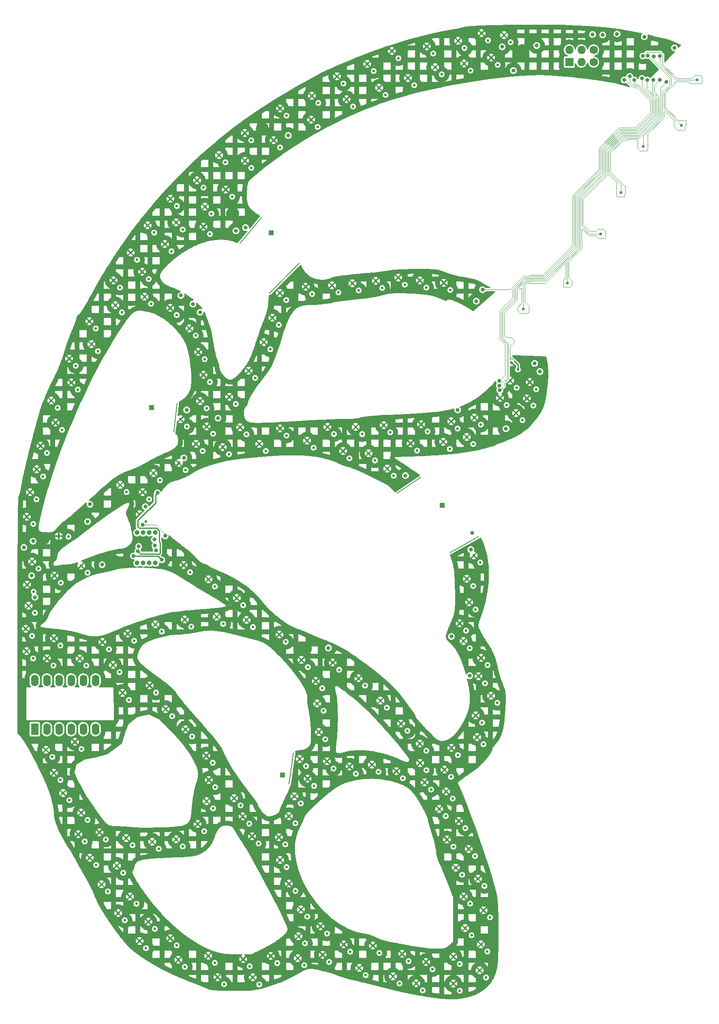
<source format=gbr>
%TF.GenerationSoftware,KiCad,Pcbnew,(6.99.0-3809-g2741d0eb4b)*%
%TF.CreationDate,2022-10-22T00:25:52-04:00*%
%TF.ProjectId,StarboardWing,53746172-626f-4617-9264-57696e672e6b,rev?*%
%TF.SameCoordinates,Original*%
%TF.FileFunction,Copper,L3,Inr*%
%TF.FilePolarity,Positive*%
%FSLAX46Y46*%
G04 Gerber Fmt 4.6, Leading zero omitted, Abs format (unit mm)*
G04 Created by KiCad (PCBNEW (6.99.0-3809-g2741d0eb4b)) date 2022-10-22 00:25:52*
%MOMM*%
%LPD*%
G01*
G04 APERTURE LIST*
%TA.AperFunction,NonConductor*%
%ADD10C,0.200000*%
%TD*%
%TA.AperFunction,ComponentPad*%
%ADD11C,0.600000*%
%TD*%
%TA.AperFunction,ComponentPad*%
%ADD12R,0.500000X0.500000*%
%TD*%
%TA.AperFunction,ComponentPad*%
%ADD13R,1.000000X1.000000*%
%TD*%
%TA.AperFunction,ComponentPad*%
%ADD14O,1.000000X1.000000*%
%TD*%
%TA.AperFunction,ComponentPad*%
%ADD15O,1.727200X1.727200*%
%TD*%
%TA.AperFunction,ComponentPad*%
%ADD16R,1.727200X1.727200*%
%TD*%
%TA.AperFunction,ComponentPad*%
%ADD17C,1.727200*%
%TD*%
%TA.AperFunction,ComponentPad*%
%ADD18R,1.600000X2.400000*%
%TD*%
%TA.AperFunction,ComponentPad*%
%ADD19O,1.600000X2.400000*%
%TD*%
%TA.AperFunction,ViaPad*%
%ADD20C,0.800000*%
%TD*%
%TA.AperFunction,Conductor*%
%ADD21C,0.200000*%
%TD*%
%TA.AperFunction,Conductor*%
%ADD22C,0.100000*%
%TD*%
%TA.AperFunction,Conductor*%
%ADD23C,0.250000*%
%TD*%
G04 APERTURE END LIST*
D10*
X226100000Y-158100000D02*
X227000000Y-151600000D01*
X248700000Y-97400000D02*
X253600000Y-94100000D01*
X202700000Y-78600000D02*
X202000000Y-84600000D01*
X222000000Y-55600000D02*
X228200000Y-49400000D01*
X259700000Y-109800000D02*
X265700000Y-106400000D01*
X215800000Y-45200000D02*
X220300000Y-39900000D01*
D11*
%TO.N,/GND*%
%TO.C,D136*%
X204750000Y-83450000D03*
%TO.N,/5V*%
X203400000Y-81950000D03*
%TD*%
%TO.N,/GND*%
%TO.C,D150*%
X181950000Y-75750000D03*
%TO.N,/5V*%
X180600000Y-74250000D03*
%TD*%
D12*
%TO.N,Net-(U2-CH5)*%
%TO.C,J17*%
X284199999Y-53499999D03*
%TD*%
D11*
%TO.N,/GND*%
%TO.C,D23*%
X184008893Y-165576393D03*
%TO.N,/5V*%
X182658893Y-164076393D03*
%TD*%
%TO.N,/GND*%
%TO.C,D9*%
X188450000Y-129950000D03*
%TO.N,/5V*%
X187100000Y-128450000D03*
%TD*%
%TO.N,/GND*%
%TO.C,D134*%
X216508893Y-120776393D03*
%TO.N,/5V*%
X215158893Y-119276393D03*
%TD*%
%TO.N,/GND*%
%TO.C,D81*%
X225550000Y-175450000D03*
%TO.N,/5V*%
X224200000Y-173950000D03*
%TD*%
%TO.N,/GND*%
%TO.C,D7*%
X176850000Y-133350000D03*
%TO.N,/5V*%
X175500000Y-131850000D03*
%TD*%
%TO.N,/GND*%
%TO.C,D158*%
X196750000Y-52650000D03*
%TO.N,/5V*%
X195400000Y-51150000D03*
%TD*%
%TO.N,/GND*%
%TO.C,D36*%
X202608893Y-191776393D03*
%TO.N,/5V*%
X201258893Y-190276393D03*
%TD*%
%TO.N,/GND*%
%TO.C,D248*%
X271508893Y-78976393D03*
%TO.N,/5V*%
X270158893Y-77476393D03*
%TD*%
D13*
%TO.N,Net-(U2-CH3)*%
%TO.C,J2*%
X258099999Y-99899999D03*
%TD*%
D11*
%TO.N,/GND*%
%TO.C,D55*%
X261750000Y-195650000D03*
%TO.N,/5V*%
X260400000Y-194150000D03*
%TD*%
%TO.N,/GND*%
%TO.C,D141*%
X209550000Y-74150000D03*
%TO.N,/5V*%
X208200000Y-72650000D03*
%TD*%
%TO.N,/GND*%
%TO.C,D222*%
X254750000Y-54450000D03*
%TO.N,/5V*%
X253400000Y-52950000D03*
%TD*%
%TO.N,/GND*%
%TO.C,D146*%
X191150000Y-59650000D03*
%TO.N,/5V*%
X189800000Y-58150000D03*
%TD*%
%TO.N,/GND*%
%TO.C,D186*%
X269650000Y-7950000D03*
%TO.N,/5V*%
X268300000Y-6450000D03*
%TD*%
%TO.N,/GND*%
%TO.C,D164*%
X209850000Y-39050000D03*
%TO.N,/5V*%
X208500000Y-37550000D03*
%TD*%
%TO.N,/GND*%
%TO.C,D64*%
X260408893Y-171176393D03*
%TO.N,/5V*%
X259058893Y-169676393D03*
%TD*%
%TO.N,/GND*%
%TO.C,D15*%
X210150000Y-153650000D03*
%TO.N,/5V*%
X208800000Y-152150000D03*
%TD*%
%TO.N,/GND*%
%TO.C,D31*%
X188250000Y-180550000D03*
%TO.N,/5V*%
X186900000Y-179050000D03*
%TD*%
%TO.N,/GND*%
%TO.C,D167*%
X214208893Y-35476393D03*
%TO.N,/5V*%
X212858893Y-33976393D03*
%TD*%
%TO.N,/GND*%
%TO.C,D50*%
X249150000Y-199750000D03*
%TO.N,/5V*%
X247800000Y-198250000D03*
%TD*%
%TO.N,/GND*%
%TO.C,D58*%
X264208893Y-189676393D03*
%TO.N,/5V*%
X262858893Y-188176393D03*
%TD*%
%TO.N,/GND*%
%TO.C,D51*%
X251050000Y-195050000D03*
%TO.N,/5V*%
X249700000Y-193550000D03*
%TD*%
%TO.N,/GND*%
%TO.C,D67*%
X260250000Y-161150000D03*
%TO.N,/5V*%
X258900000Y-159650000D03*
%TD*%
%TO.N,/GND*%
%TO.C,D71*%
X249850000Y-156900000D03*
%TO.N,/5V*%
X248500000Y-155400000D03*
%TD*%
%TO.N,/GND*%
%TO.C,D165*%
X202650000Y-37400000D03*
%TO.N,/5V*%
X201300000Y-35900000D03*
%TD*%
%TO.N,/GND*%
%TO.C,D84*%
X219700000Y-170500000D03*
%TO.N,/5V*%
X218350000Y-169000000D03*
%TD*%
%TO.N,/GND*%
%TO.C,D101*%
X254750000Y-151150000D03*
%TO.N,/5V*%
X253400000Y-149650000D03*
%TD*%
%TO.N,/GND*%
%TO.C,D52*%
X254000000Y-201200000D03*
%TO.N,/5V*%
X252650000Y-199700000D03*
%TD*%
%TO.N,/GND*%
%TO.C,D46*%
X234450000Y-195250000D03*
%TO.N,/5V*%
X233100000Y-193750000D03*
%TD*%
%TO.N,/GND*%
%TO.C,D180*%
X252250000Y-12200000D03*
%TO.N,/5V*%
X250900000Y-10700000D03*
%TD*%
%TO.N,/GND*%
%TO.C,D247*%
X266150000Y-83076393D03*
%TO.N,/5V*%
X264800000Y-81576393D03*
%TD*%
D12*
%TO.N,Net-(U2-CH9)*%
%TO.C,J11*%
X311299999Y-11099999D03*
%TD*%
D11*
%TO.N,/GND*%
%TO.C,D100*%
X250808893Y-146976393D03*
%TO.N,/5V*%
X249458893Y-145476393D03*
%TD*%
%TO.N,/GND*%
%TO.C,D60*%
X263908893Y-183076393D03*
%TO.N,/5V*%
X262558893Y-181576393D03*
%TD*%
%TO.N,/GND*%
%TO.C,D12*%
X198300000Y-139000000D03*
%TO.N,/5V*%
X196950000Y-137500000D03*
%TD*%
%TO.N,/GND*%
%TO.C,D109*%
X263050000Y-126050000D03*
%TO.N,/5V*%
X261700000Y-124550000D03*
%TD*%
%TO.N,/GND*%
%TO.C,D223*%
X250250000Y-53850000D03*
%TO.N,/5V*%
X248900000Y-52350000D03*
%TD*%
%TO.N,/GND*%
%TO.C,D221*%
X259750000Y-54950000D03*
%TO.N,/5V*%
X258400000Y-53450000D03*
%TD*%
%TO.N,/GND*%
%TO.C,D94*%
X233008893Y-138076393D03*
%TO.N,/5V*%
X231658893Y-136576393D03*
%TD*%
%TO.N,/GND*%
%TO.C,D57*%
X267508893Y-193076393D03*
%TO.N,/5V*%
X266158893Y-191576393D03*
%TD*%
%TO.N,/GND*%
%TO.C,D156*%
X172650000Y-103800000D03*
%TO.N,/5V*%
X171300000Y-102300000D03*
%TD*%
%TO.N,/GND*%
%TO.C,D11*%
X192650000Y-140550000D03*
%TO.N,/5V*%
X191300000Y-139050000D03*
%TD*%
%TO.N,/GND*%
%TO.C,D62*%
X262250000Y-177050000D03*
%TO.N,/5V*%
X260900000Y-175550000D03*
%TD*%
%TO.N,/GND*%
%TO.C,D106*%
X267008893Y-137076393D03*
%TO.N,/5V*%
X265658893Y-135576393D03*
%TD*%
%TO.N,/GND*%
%TO.C,D122*%
X213550000Y-89250000D03*
%TO.N,/5V*%
X212200000Y-87750000D03*
%TD*%
%TO.N,/GND*%
%TO.C,D184*%
X262750000Y-4450000D03*
%TO.N,/5V*%
X261400000Y-2950000D03*
%TD*%
%TO.N,/GND*%
%TO.C,D172*%
X225550000Y-18550000D03*
%TO.N,/5V*%
X224200000Y-17050000D03*
%TD*%
%TO.N,/GND*%
%TO.C,D22*%
X187808893Y-169676393D03*
%TO.N,/5V*%
X186458893Y-168176393D03*
%TD*%
%TO.N,/GND*%
%TO.C,D155*%
X173308893Y-98676393D03*
%TO.N,/5V*%
X171958893Y-97176393D03*
%TD*%
%TO.N,/GND*%
%TO.C,D129*%
X179989949Y-106470711D03*
%TO.N,/5V*%
X177974695Y-106364645D03*
%TD*%
%TO.N,/GND*%
%TO.C,D32*%
X194200000Y-183100000D03*
%TO.N,/5V*%
X192850000Y-181600000D03*
%TD*%
%TO.N,/GND*%
%TO.C,D79*%
X227400000Y-166300000D03*
%TO.N,/5V*%
X226050000Y-164800000D03*
%TD*%
%TO.N,/GND*%
%TO.C,D144*%
X202608893Y-60176393D03*
%TO.N,/5V*%
X201258893Y-58676393D03*
%TD*%
%TO.N,/GND*%
%TO.C,D34*%
X198050000Y-188350000D03*
%TO.N,/5V*%
X196700000Y-186850000D03*
%TD*%
%TO.N,/GND*%
%TO.C,D29*%
X185800000Y-175000000D03*
%TO.N,/5V*%
X184450000Y-173500000D03*
%TD*%
%TO.N,/GND*%
%TO.C,D47*%
X238850000Y-193100000D03*
%TO.N,/5V*%
X237500000Y-191600000D03*
%TD*%
%TO.N,/GND*%
%TO.C,D85*%
X217750000Y-166350000D03*
%TO.N,/5V*%
X216400000Y-164850000D03*
%TD*%
%TO.N,/GND*%
%TO.C,D8*%
X183708893Y-133376393D03*
%TO.N,/5V*%
X182358893Y-131876393D03*
%TD*%
%TO.N,/GND*%
%TO.C,D107*%
X267550000Y-133250000D03*
%TO.N,/5V*%
X266200000Y-131750000D03*
%TD*%
%TO.N,/GND*%
%TO.C,D145*%
X197250000Y-57850000D03*
%TO.N,/5V*%
X195900000Y-56350000D03*
%TD*%
%TO.N,/GND*%
%TO.C,D18*%
X208350000Y-167950000D03*
%TO.N,/5V*%
X207000000Y-166450000D03*
%TD*%
%TO.N,/GND*%
%TO.C,D133*%
X210608893Y-116876393D03*
%TO.N,/5V*%
X209258893Y-115376393D03*
%TD*%
%TO.N,/GND*%
%TO.C,D120*%
X221208893Y-88576393D03*
%TO.N,/5V*%
X219858893Y-87076393D03*
%TD*%
%TO.N,/GND*%
%TO.C,D187*%
X272350000Y-3250000D03*
%TO.N,/5V*%
X271000000Y-1750000D03*
%TD*%
%TO.N,/GND*%
%TO.C,D41*%
X219850000Y-199950000D03*
%TO.N,/5V*%
X218500000Y-198450000D03*
%TD*%
%TO.N,/GND*%
%TO.C,D35*%
X196208893Y-192376393D03*
%TO.N,/5V*%
X194858893Y-190876393D03*
%TD*%
%TO.N,/GND*%
%TO.C,D227*%
X230908893Y-55776393D03*
%TO.N,/5V*%
X229558893Y-54276393D03*
%TD*%
D12*
%TO.N,Net-(U2-CH7)*%
%TO.C,J15*%
X295399999Y-34599999D03*
%TD*%
D11*
%TO.N,/GND*%
%TO.C,D232*%
X225508893Y-57076393D03*
%TO.N,/5V*%
X224158893Y-55576393D03*
%TD*%
%TO.N,/GND*%
%TO.C,D89*%
X205650000Y-125250000D03*
%TO.N,/5V*%
X204300000Y-123750000D03*
%TD*%
%TO.N,/GND*%
%TO.C,D131*%
X184000000Y-114000000D03*
%TO.N,/5V*%
X182650000Y-112500000D03*
%TD*%
%TO.N,/GND*%
%TO.C,D68*%
X255750000Y-159250000D03*
%TO.N,/5V*%
X254400000Y-157750000D03*
%TD*%
%TO.N,/GND*%
%TO.C,D56*%
X267250000Y-198500000D03*
%TO.N,/5V*%
X265900000Y-197000000D03*
%TD*%
%TO.N,/GND*%
%TO.C,D90*%
X212308893Y-124676393D03*
%TO.N,/5V*%
X210958893Y-123176393D03*
%TD*%
%TO.N,/GND*%
%TO.C,D250*%
X277108893Y-79076393D03*
%TO.N,/5V*%
X275758893Y-77576393D03*
%TD*%
%TO.N,/GND*%
%TO.C,D86*%
X215950000Y-162550000D03*
%TO.N,/5V*%
X214600000Y-161050000D03*
%TD*%
%TO.N,/GND*%
%TO.C,D75*%
X231308893Y-158476393D03*
%TO.N,/5V*%
X229958893Y-156976393D03*
%TD*%
%TO.N,/GND*%
%TO.C,D13*%
X201650000Y-143950000D03*
%TO.N,/5V*%
X200300000Y-142450000D03*
%TD*%
%TO.N,/GND*%
%TO.C,D78*%
X228550000Y-162150000D03*
%TO.N,/5V*%
X227200000Y-160650000D03*
%TD*%
%TO.N,/GND*%
%TO.C,D3*%
X173008893Y-122376393D03*
%TO.N,/5V*%
X171658893Y-120876393D03*
%TD*%
%TO.N,/GND*%
%TO.C,D24*%
X180208893Y-161476393D03*
%TO.N,/5V*%
X178858893Y-159976393D03*
%TD*%
%TO.N,/GND*%
%TO.C,D98*%
X241950000Y-137550000D03*
%TO.N,/5V*%
X240600000Y-136050000D03*
%TD*%
%TO.N,/GND*%
%TO.C,D96*%
X233650000Y-148750000D03*
%TO.N,/5V*%
X232300000Y-147250000D03*
%TD*%
%TO.N,/GND*%
%TO.C,D49*%
X242100000Y-198000000D03*
%TO.N,/5V*%
X240750000Y-196500000D03*
%TD*%
%TO.N,/GND*%
%TO.C,D143*%
X206608893Y-64476393D03*
%TO.N,/5V*%
X205258893Y-62976393D03*
%TD*%
%TO.N,/GND*%
%TO.C,D181*%
X256200000Y-5600000D03*
%TO.N,/5V*%
X254850000Y-4100000D03*
%TD*%
%TO.N,/GND*%
%TO.C,D178*%
X246250000Y-14250000D03*
%TO.N,/5V*%
X244900000Y-12750000D03*
%TD*%
%TO.N,/GND*%
%TO.C,D14*%
X205808893Y-148176393D03*
%TO.N,/5V*%
X204458893Y-146676393D03*
%TD*%
%TO.N,/GND*%
%TO.C,D82*%
X227400000Y-180400000D03*
%TO.N,/5V*%
X226050000Y-178900000D03*
%TD*%
%TO.N,/GND*%
%TO.C,D175*%
X237450000Y-11850000D03*
%TO.N,/5V*%
X236100000Y-10350000D03*
%TD*%
%TO.N,/GND*%
%TO.C,D44*%
X229408893Y-191376393D03*
%TO.N,/5V*%
X228058893Y-189876393D03*
%TD*%
%TO.N,/GND*%
%TO.C,D226*%
X236408893Y-55476393D03*
%TO.N,/5V*%
X235058893Y-53976393D03*
%TD*%
%TO.N,/GND*%
%TO.C,D21*%
X193408893Y-170876393D03*
%TO.N,/5V*%
X192058893Y-169376393D03*
%TD*%
%TO.N,/GND*%
%TO.C,D123*%
X210208893Y-84976393D03*
%TO.N,/5V*%
X208858893Y-83476393D03*
%TD*%
%TO.N,/GND*%
%TO.C,D53*%
X256050000Y-196750000D03*
%TO.N,/5V*%
X254700000Y-195250000D03*
%TD*%
%TO.N,/GND*%
%TO.C,D40*%
X217850000Y-196150000D03*
%TO.N,/5V*%
X216500000Y-194650000D03*
%TD*%
%TO.N,/GND*%
%TO.C,D121*%
X217200000Y-85100000D03*
%TO.N,/5V*%
X215850000Y-83600000D03*
%TD*%
%TO.N,/GND*%
%TO.C,D33*%
X191750000Y-186550000D03*
%TO.N,/5V*%
X190400000Y-185050000D03*
%TD*%
%TO.N,/GND*%
%TO.C,D10*%
X190650000Y-134750000D03*
%TO.N,/5V*%
X189300000Y-133250000D03*
%TD*%
%TO.N,/GND*%
%TO.C,D153*%
X175508893Y-88976393D03*
%TO.N,/5V*%
X174158893Y-87476393D03*
%TD*%
%TO.N,/GND*%
%TO.C,D182*%
X257950000Y-9950000D03*
%TO.N,/5V*%
X256600000Y-8450000D03*
%TD*%
%TO.N,/GND*%
%TO.C,D54*%
X261750000Y-201250000D03*
%TO.N,/5V*%
X260400000Y-199750000D03*
%TD*%
%TO.N,/GND*%
%TO.C,D45*%
X234000000Y-189300000D03*
%TO.N,/5V*%
X232650000Y-187800000D03*
%TD*%
%TO.N,/GND*%
%TO.C,D2*%
X173750000Y-113150000D03*
%TO.N,/5V*%
X172400000Y-111650000D03*
%TD*%
%TO.N,/GND*%
%TO.C,D88*%
X199508893Y-126276393D03*
%TO.N,/5V*%
X198158893Y-124776393D03*
%TD*%
%TO.N,/GND*%
%TO.C,D162*%
X203850000Y-42350000D03*
%TO.N,/5V*%
X202500000Y-40850000D03*
%TD*%
%TO.N,/GND*%
%TO.C,D176*%
X239450000Y-16650000D03*
%TO.N,/5V*%
X238100000Y-15150000D03*
%TD*%
%TO.N,/GND*%
%TO.C,D72*%
X244750000Y-155550000D03*
%TO.N,/5V*%
X243400000Y-154050000D03*
%TD*%
%TO.N,/GND*%
%TO.C,D108*%
X263850000Y-129750000D03*
%TO.N,/5V*%
X262500000Y-128250000D03*
%TD*%
%TO.N,/GND*%
%TO.C,D103*%
X266700000Y-149800000D03*
%TO.N,/5V*%
X265350000Y-148300000D03*
%TD*%
%TO.N,/GND*%
%TO.C,D63*%
X264950000Y-173150000D03*
%TO.N,/5V*%
X263600000Y-171650000D03*
%TD*%
%TO.N,/GND*%
%TO.C,D95*%
X233300000Y-142800000D03*
%TO.N,/5V*%
X231950000Y-141300000D03*
%TD*%
%TO.N,/GND*%
%TO.C,D170*%
X218200000Y-23700000D03*
%TO.N,/5V*%
X216850000Y-22200000D03*
%TD*%
%TO.N,/GND*%
%TO.C,D132*%
X205408893Y-113876393D03*
%TO.N,/5V*%
X204058893Y-112376393D03*
%TD*%
%TO.N,/GND*%
%TO.C,D30*%
X191450000Y-176650000D03*
%TO.N,/5V*%
X190100000Y-175150000D03*
%TD*%
%TO.N,/GND*%
%TO.C,D16*%
X210650000Y-158750000D03*
%TO.N,/5V*%
X209300000Y-157250000D03*
%TD*%
%TO.N,/GND*%
%TO.C,D19*%
X203850000Y-171150000D03*
%TO.N,/5V*%
X202500000Y-169650000D03*
%TD*%
%TO.N,/GND*%
%TO.C,D239*%
X244050000Y-90550000D03*
%TO.N,/5V*%
X242700000Y-89050000D03*
%TD*%
%TO.N,/GND*%
%TO.C,D105*%
X269608893Y-141176393D03*
%TO.N,/5V*%
X268258893Y-139676393D03*
%TD*%
%TO.N,/GND*%
%TO.C,D111*%
X264550000Y-116750000D03*
%TO.N,/5V*%
X263200000Y-115250000D03*
%TD*%
%TO.N,/GND*%
%TO.C,D149*%
X181508893Y-70776393D03*
%TO.N,/5V*%
X180158893Y-69276393D03*
%TD*%
%TO.N,/GND*%
%TO.C,D174*%
X232200000Y-15900000D03*
%TO.N,/5V*%
X230850000Y-14400000D03*
%TD*%
%TO.N,/GND*%
%TO.C,D28*%
X183408893Y-170076393D03*
%TO.N,/5V*%
X182058893Y-168576393D03*
%TD*%
%TO.N,/GND*%
%TO.C,D42*%
X223608893Y-195476393D03*
%TO.N,/5V*%
X222258893Y-193976393D03*
%TD*%
%TO.N,/GND*%
%TO.C,D38*%
X210550000Y-195450000D03*
%TO.N,/5V*%
X209200000Y-193950000D03*
%TD*%
%TO.N,/GND*%
%TO.C,D48*%
X244950000Y-193350000D03*
%TO.N,/5V*%
X243600000Y-191850000D03*
%TD*%
%TO.N,/GND*%
%TO.C,D104*%
X266408893Y-145276393D03*
%TO.N,/5V*%
X265058893Y-143776393D03*
%TD*%
%TO.N,/GND*%
%TO.C,D87*%
X193708893Y-128176393D03*
%TO.N,/5V*%
X192358893Y-126676393D03*
%TD*%
%TO.N,/GND*%
%TO.C,D93*%
X230008893Y-133676393D03*
%TO.N,/5V*%
X228658893Y-132176393D03*
%TD*%
%TO.N,/GND*%
%TO.C,D154*%
X174708893Y-93876393D03*
%TO.N,/5V*%
X173358893Y-92376393D03*
%TD*%
%TO.N,/GND*%
%TO.C,D252*%
X273608893Y-75376393D03*
%TO.N,/5V*%
X272258893Y-73876393D03*
%TD*%
%TO.N,/GND*%
%TO.C,D147*%
X185708893Y-62976393D03*
%TO.N,/5V*%
X184358893Y-61476393D03*
%TD*%
%TO.N,/GND*%
%TO.C,D69*%
X259900000Y-156600000D03*
%TO.N,/5V*%
X258550000Y-155100000D03*
%TD*%
%TO.N,/GND*%
%TO.C,D39*%
X212500000Y-199900000D03*
%TO.N,/5V*%
X211150000Y-198400000D03*
%TD*%
%TO.N,/GND*%
%TO.C,D238*%
X241350000Y-85050000D03*
%TO.N,/5V*%
X240000000Y-83550000D03*
%TD*%
D13*
%TO.N,Net-(U2-CH2)*%
%TO.C,J10*%
X224699999Y-156199999D03*
%TD*%
D11*
%TO.N,/GND*%
%TO.C,D117*%
X247950000Y-93750000D03*
%TO.N,/5V*%
X246600000Y-92250000D03*
%TD*%
%TO.N,/GND*%
%TO.C,D243*%
X259650000Y-88150000D03*
%TO.N,/5V*%
X258300000Y-86650000D03*
%TD*%
%TO.N,/GND*%
%TO.C,D91*%
X218550000Y-125350000D03*
%TO.N,/5V*%
X217200000Y-123850000D03*
%TD*%
%TO.N,/GND*%
%TO.C,D148*%
X186150000Y-67750000D03*
%TO.N,/5V*%
X184800000Y-66250000D03*
%TD*%
%TO.N,/GND*%
%TO.C,D17*%
X210200000Y-163200000D03*
%TO.N,/5V*%
X208850000Y-161700000D03*
%TD*%
%TO.N,/GND*%
%TO.C,D25*%
X178308893Y-157276393D03*
%TO.N,/5V*%
X176958893Y-155776393D03*
%TD*%
%TO.N,/GND*%
%TO.C,D185*%
X267650000Y-2850000D03*
%TO.N,/5V*%
X266300000Y-1350000D03*
%TD*%
%TO.N,/GND*%
%TO.C,D92*%
X225400000Y-128400000D03*
%TO.N,/5V*%
X224050000Y-126900000D03*
%TD*%
%TO.N,/GND*%
%TO.C,D183*%
X264008893Y-9176393D03*
%TO.N,/5V*%
X262658893Y-7676393D03*
%TD*%
%TO.N,/GND*%
%TO.C,D177*%
X243750000Y-9250000D03*
%TO.N,/5V*%
X242400000Y-7750000D03*
%TD*%
%TO.N,/GND*%
%TO.C,D20*%
X198850000Y-171650000D03*
%TO.N,/5V*%
X197500000Y-170150000D03*
%TD*%
%TO.N,/GND*%
%TO.C,D142*%
X208450000Y-69400000D03*
%TO.N,/5V*%
X207100000Y-67900000D03*
%TD*%
D14*
%TO.N,*%
%TO.C,J1*%
X194329999Y-105629999D03*
X194329999Y-111979999D03*
X195599999Y-105629999D03*
X195599999Y-111979999D03*
X196869999Y-105629999D03*
X196869999Y-111979999D03*
X198139999Y-105629999D03*
X198139999Y-111979999D03*
%TD*%
D15*
%TO.N,/3V3*%
%TO.C,X1*%
X284619999Y-4849999D03*
D16*
%TO.N,/GND*%
X284619999Y-7389999D03*
D15*
%TO.N,/SDA*%
X287159999Y-4849999D03*
%TO.N,/SCL*%
X287159999Y-7389999D03*
D17*
%TO.N,/STBD_GP0*%
X289700000Y-4850000D03*
%TO.N,/STBD_GP1*%
X289700000Y-7390000D03*
%TD*%
D11*
%TO.N,/GND*%
%TO.C,D70*%
X254800000Y-155200000D03*
%TO.N,/5V*%
X253450000Y-153700000D03*
%TD*%
%TO.N,/GND*%
%TO.C,D163*%
X209550000Y-43250000D03*
%TO.N,/5V*%
X208200000Y-41750000D03*
%TD*%
%TO.N,/GND*%
%TO.C,D225*%
X240650000Y-55050000D03*
%TO.N,/5V*%
X239300000Y-53550000D03*
%TD*%
D12*
%TO.N,Net-(U2-CH11)*%
%TO.C,J13*%
X300099999Y-24999999D03*
%TD*%
D11*
%TO.N,/GND*%
%TO.C,D83*%
X229908893Y-185776393D03*
%TO.N,/5V*%
X228558893Y-184276393D03*
%TD*%
%TO.N,/GND*%
%TO.C,D112*%
X266008893Y-111876393D03*
%TO.N,/5V*%
X264658893Y-110376393D03*
%TD*%
%TO.N,/GND*%
%TO.C,D240*%
X247208893Y-84676393D03*
%TO.N,/5V*%
X245858893Y-83176393D03*
%TD*%
%TO.N,/GND*%
%TO.C,D244*%
X261308893Y-83876393D03*
%TO.N,/5V*%
X259958893Y-82376393D03*
%TD*%
%TO.N,/GND*%
%TO.C,D61*%
X266908893Y-179376393D03*
%TO.N,/5V*%
X265558893Y-177876393D03*
%TD*%
%TO.N,/GND*%
%TO.C,D241*%
X252808893Y-88476393D03*
%TO.N,/5V*%
X251458893Y-86976393D03*
%TD*%
%TO.N,/GND*%
%TO.C,D1*%
X172708893Y-117976393D03*
%TO.N,/5V*%
X171358893Y-116476393D03*
%TD*%
%TO.N,/GND*%
%TO.C,D126*%
X199100000Y-94700000D03*
%TO.N,/5V*%
X197750000Y-93200000D03*
%TD*%
%TO.N,/GND*%
%TO.C,D124*%
X208008893Y-88576393D03*
%TO.N,/5V*%
X206658893Y-87076393D03*
%TD*%
%TO.N,/GND*%
%TO.C,D27*%
X182708893Y-150776393D03*
%TO.N,/5V*%
X181358893Y-149276393D03*
%TD*%
D12*
%TO.N,Net-(U2-CH4)*%
%TO.C,J18*%
X274999999Y-58899999D03*
%TD*%
D11*
%TO.N,/GND*%
%TO.C,D161*%
X197908893Y-42976393D03*
%TO.N,/5V*%
X196558893Y-41476393D03*
%TD*%
%TO.N,/GND*%
%TO.C,D6*%
X178308893Y-129176393D03*
%TO.N,/5V*%
X176958893Y-127676393D03*
%TD*%
%TO.N,/GND*%
%TO.C,D118*%
X231200000Y-87900000D03*
%TO.N,/5V*%
X229850000Y-86400000D03*
%TD*%
%TO.N,/GND*%
%TO.C,D159*%
X194350000Y-48650000D03*
%TO.N,/5V*%
X193000000Y-47150000D03*
%TD*%
%TO.N,/GND*%
%TO.C,D224*%
X245550000Y-54550000D03*
%TO.N,/5V*%
X244200000Y-53050000D03*
%TD*%
%TO.N,/GND*%
%TO.C,D160*%
X201508893Y-46876393D03*
%TO.N,/5V*%
X200158893Y-45376393D03*
%TD*%
%TO.N,/GND*%
%TO.C,D80*%
X225300000Y-170700000D03*
%TO.N,/5V*%
X223950000Y-169200000D03*
%TD*%
%TO.N,/GND*%
%TO.C,D251*%
X277708893Y-75676393D03*
%TO.N,/5V*%
X276358893Y-74176393D03*
%TD*%
%TO.N,/GND*%
%TO.C,D65*%
X262900000Y-167300000D03*
%TO.N,/5V*%
X261550000Y-165800000D03*
%TD*%
%TO.N,/GND*%
%TO.C,D97*%
X236550000Y-134250000D03*
%TO.N,/5V*%
X235200000Y-132750000D03*
%TD*%
%TO.N,/GND*%
%TO.C,D135*%
X196208893Y-103276393D03*
%TO.N,/5V*%
X194858893Y-101776393D03*
%TD*%
%TO.N,/GND*%
%TO.C,D74*%
X235350000Y-154850000D03*
%TO.N,/5V*%
X234000000Y-153350000D03*
%TD*%
D13*
%TO.N,Net-(U2-CH0)*%
%TO.C,J8*%
X222299999Y-42999999D03*
%TD*%
D11*
%TO.N,/GND*%
%TO.C,D73*%
X240050000Y-155950000D03*
%TO.N,/5V*%
X238700000Y-154450000D03*
%TD*%
D18*
%TO.N,unconnected-(J14-Pin_1)*%
%TO.C,J14*%
X172939999Y-146659999D03*
D19*
%TO.N,unconnected-(J14-Pin_2)*%
X175479999Y-146659999D03*
%TO.N,unconnected-(J14-Pin_3)*%
X178019999Y-146659999D03*
%TO.N,unconnected-(J14-Pin_4)*%
X180559999Y-146659999D03*
%TO.N,unconnected-(J14-Pin_5)*%
X183099999Y-146659999D03*
%TO.N,unconnected-(J14-Pin_6)*%
X185639999Y-146659999D03*
%TO.N,unconnected-(J14-Pin_7)*%
X185639999Y-136499999D03*
%TO.N,unconnected-(J14-Pin_8)*%
X183099999Y-136499999D03*
%TO.N,unconnected-(J14-Pin_9)*%
X180559999Y-136499999D03*
%TO.N,unconnected-(J14-Pin_10)*%
X178019999Y-136499999D03*
%TO.N,unconnected-(J14-Pin_11)*%
X175479999Y-136499999D03*
%TO.N,unconnected-(J14-Pin_12)*%
X172939999Y-136499999D03*
%TD*%
D12*
%TO.N,Net-(U2-CH6)*%
%TO.C,J16*%
X291199999Y-43299999D03*
%TD*%
D11*
%TO.N,/GND*%
%TO.C,D179*%
X248908893Y-6576393D03*
%TO.N,/5V*%
X247558893Y-5076393D03*
%TD*%
%TO.N,/GND*%
%TO.C,D26*%
X176650000Y-152450000D03*
%TO.N,/5V*%
X175300000Y-150950000D03*
%TD*%
%TO.N,/GND*%
%TO.C,D102*%
X261350000Y-152050000D03*
%TO.N,/5V*%
X260000000Y-150550000D03*
%TD*%
%TO.N,/GND*%
%TO.C,D127*%
X196850000Y-98650000D03*
%TO.N,/5V*%
X195500000Y-97150000D03*
%TD*%
%TO.N,/GND*%
%TO.C,D166*%
X208208893Y-33576393D03*
%TO.N,/5V*%
X206858893Y-32076393D03*
%TD*%
%TO.N,/GND*%
%TO.C,D119*%
X225550000Y-85350000D03*
%TO.N,/5V*%
X224200000Y-83850000D03*
%TD*%
%TO.N,/GND*%
%TO.C,D253*%
X273908893Y-71576393D03*
%TO.N,/5V*%
X272558893Y-70076393D03*
%TD*%
%TO.N,/GND*%
%TO.C,D245*%
X264550000Y-87150000D03*
%TO.N,/5V*%
X263200000Y-85650000D03*
%TD*%
D13*
%TO.N,Net-(U2-CH1)*%
%TO.C,J9*%
X197399999Y-79499999D03*
%TD*%
D11*
%TO.N,/GND*%
%TO.C,D236*%
X235450000Y-85050000D03*
%TO.N,/5V*%
X234100000Y-83550000D03*
%TD*%
%TO.N,/GND*%
%TO.C,D4*%
X172408893Y-127176393D03*
%TO.N,/5V*%
X171058893Y-125676393D03*
%TD*%
%TO.N,/GND*%
%TO.C,D173*%
X232050000Y-20900000D03*
%TO.N,/5V*%
X230700000Y-19400000D03*
%TD*%
%TO.N,/GND*%
%TO.C,D66*%
X258800000Y-164800000D03*
%TO.N,/5V*%
X257450000Y-163300000D03*
%TD*%
%TO.N,/GND*%
%TO.C,D128*%
X192150000Y-97150000D03*
%TO.N,/5V*%
X190800000Y-95650000D03*
%TD*%
%TO.N,/GND*%
%TO.C,D234*%
X222150000Y-67350000D03*
%TO.N,/5V*%
X220800000Y-65850000D03*
%TD*%
%TO.N,/GND*%
%TO.C,D37*%
X204308893Y-196276393D03*
%TO.N,/5V*%
X202958893Y-194776393D03*
%TD*%
%TO.N,/GND*%
%TO.C,D125*%
X204450000Y-92550000D03*
%TO.N,/5V*%
X203100000Y-91050000D03*
%TD*%
%TO.N,/GND*%
%TO.C,D233*%
X223950000Y-62250000D03*
%TO.N,/5V*%
X222600000Y-60750000D03*
%TD*%
%TO.N,/GND*%
%TO.C,D242*%
X255008893Y-84476393D03*
%TO.N,/5V*%
X253658893Y-82976393D03*
%TD*%
%TO.N,/GND*%
%TO.C,D76*%
X229650000Y-154350000D03*
%TO.N,/5V*%
X228300000Y-152850000D03*
%TD*%
%TO.N,/GND*%
%TO.C,D5*%
X172608893Y-131876393D03*
%TO.N,/5V*%
X171258893Y-130376393D03*
%TD*%
%TO.N,/GND*%
%TO.C,D110*%
X265050000Y-121650000D03*
%TO.N,/5V*%
X263700000Y-120150000D03*
%TD*%
%TO.N,/GND*%
%TO.C,D157*%
X190750000Y-54450000D03*
%TO.N,/5V*%
X189400000Y-52950000D03*
%TD*%
%TO.N,/GND*%
%TO.C,D139*%
X208850000Y-79650000D03*
%TO.N,/5V*%
X207500000Y-78150000D03*
%TD*%
%TO.N,/GND*%
%TO.C,D237*%
X238708893Y-90076393D03*
%TO.N,/5V*%
X237358893Y-88576393D03*
%TD*%
%TO.N,/GND*%
%TO.C,D140*%
X214950000Y-78750000D03*
%TO.N,/5V*%
X213600000Y-77250000D03*
%TD*%
%TO.N,/GND*%
%TO.C,D152*%
X178650000Y-84150000D03*
%TO.N,/5V*%
X177300000Y-82650000D03*
%TD*%
%TO.N,/GND*%
%TO.C,D43*%
X229250000Y-195950000D03*
%TO.N,/5V*%
X227900000Y-194450000D03*
%TD*%
%TO.N,/GND*%
%TO.C,D99*%
X246508893Y-142176393D03*
%TO.N,/5V*%
X245158893Y-140676393D03*
%TD*%
%TO.N,/GND*%
%TO.C,D169*%
X218208893Y-29476393D03*
%TO.N,/5V*%
X216858893Y-27976393D03*
%TD*%
%TO.N,/GND*%
%TO.C,D171*%
X224200000Y-25200000D03*
%TO.N,/5V*%
X222850000Y-23700000D03*
%TD*%
%TO.N,/GND*%
%TO.C,D235*%
X219000000Y-73300000D03*
%TO.N,/5V*%
X217650000Y-71800000D03*
%TD*%
%TO.N,/GND*%
%TO.C,D249*%
X274850000Y-82150000D03*
%TO.N,/5V*%
X273500000Y-80650000D03*
%TD*%
%TO.N,/GND*%
%TO.C,D130*%
X178408893Y-116076393D03*
%TO.N,/5V*%
X177058893Y-114576393D03*
%TD*%
%TO.N,/GND*%
%TO.C,D151*%
X177750000Y-79550000D03*
%TO.N,/5V*%
X176400000Y-78050000D03*
%TD*%
D12*
%TO.N,Net-(U2-CH10)*%
%TO.C,J12*%
X307999999Y-20599999D03*
%TD*%
D11*
%TO.N,/GND*%
%TO.C,D168*%
X212800000Y-28300000D03*
%TO.N,/5V*%
X211450000Y-26800000D03*
%TD*%
%TO.N,/GND*%
%TO.C,D59*%
X268050000Y-185950000D03*
%TO.N,/5V*%
X266700000Y-184450000D03*
%TD*%
D20*
%TO.N,/5V*%
X267200000Y-86600000D03*
X220500000Y-21300000D03*
X276100000Y-69500000D03*
X182900000Y-101200000D03*
X269600000Y-81600000D03*
X214300000Y-39000000D03*
X274800000Y-5000000D03*
X189600000Y-111624500D03*
X174800000Y-106800000D03*
X229500000Y-129800000D03*
X218062904Y-41224500D03*
X194475000Y-106900000D03*
%TO.N,/GND*%
X277400000Y-70300000D03*
X217000000Y-41924000D03*
X278500000Y-72000000D03*
X206000000Y-57900000D03*
X225912299Y-22712299D03*
X260000000Y-127300000D03*
X271400000Y-83900000D03*
X234300000Y-129700000D03*
X261300000Y-80000000D03*
X203500000Y-56100000D03*
X277825000Y-3925000D03*
X265200000Y-57300000D03*
X263800000Y-135500000D03*
X187038477Y-112319944D03*
X300300000Y-2100000D03*
X215000000Y-42600000D03*
X294600000Y-1500000D03*
X264050000Y-109150000D03*
X170700000Y-108700000D03*
X194661114Y-108499424D03*
X272931161Y-9149500D03*
X207500000Y-59600000D03*
X300000000Y-6100000D03*
X184000000Y-103300000D03*
%TO.N,/STBD_LED_1*%
X172600000Y-107400000D03*
X197925999Y-107037049D03*
%TO.N,/STBD_LED_2*%
X198069581Y-108333681D03*
X184500000Y-99700000D03*
%TO.N,/SCL*%
X198599502Y-97300000D03*
X194463428Y-109491143D03*
%TO.N,/STBD_GP0*%
X289500000Y-1600000D03*
X198286339Y-109311339D03*
%TO.N,/SDA*%
X193587225Y-110485340D03*
X204100000Y-90000000D03*
X199500000Y-111300000D03*
%TO.N,/STBD_GP1*%
X196063472Y-100198835D03*
X291600000Y-1700000D03*
%TO.N,Net-(D2-DOUT)*%
X173000000Y-119100000D03*
X172300000Y-114600000D03*
%TO.N,Net-(D134-DOUT)*%
X200224500Y-106300000D03*
X195500000Y-103975500D03*
%TO.N,Net-(D187-DOUT)*%
X306600000Y-4400000D03*
X270600000Y-4200000D03*
%TO.N,Net-(U2-CH3)*%
X270110377Y-75893389D03*
X299800000Y-10800000D03*
%TO.N,Net-(U2-CH0)*%
X296100000Y-11100000D03*
X266505387Y-54899500D03*
%TO.N,Net-(U2-CH1)*%
X270000000Y-73900000D03*
X297235446Y-10359822D03*
X204700000Y-80000000D03*
X211245569Y-81720971D03*
%TO.N,Net-(U2-CH2)*%
X264300000Y-105700000D03*
X298200000Y-11100000D03*
X270000000Y-74900000D03*
X250400000Y-93700000D03*
%TO.N,Net-(U2-CH9)*%
X303500000Y-6100000D03*
%TO.N,Net-(U2-CH10)*%
X302300000Y-6200000D03*
%TO.N,Net-(U2-CH11)*%
X301000000Y-6000000D03*
%TO.N,Net-(U2-CH7)*%
X304900000Y-11500000D03*
%TO.N,Net-(U2-CH6)*%
X303500000Y-11100000D03*
%TO.N,Net-(U2-CH5)*%
X302200000Y-11100000D03*
%TO.N,Net-(U2-CH4)*%
X300900000Y-11100000D03*
%TD*%
D21*
%TO.N,/5V*%
X193400000Y-112800000D02*
X192224500Y-111624500D01*
D22*
X272558893Y-73576393D02*
X272258893Y-73876393D01*
D21*
X192224500Y-111624500D02*
X189600000Y-111624500D01*
X204058893Y-112376393D02*
X203635286Y-112800000D01*
X203635286Y-112800000D02*
X193400000Y-112800000D01*
D22*
X272558893Y-70076393D02*
X272558893Y-73576393D01*
%TO.N,/GND*%
X303669239Y-5350000D02*
X304150000Y-5830761D01*
X312300000Y-10300000D02*
X312300000Y-11700000D01*
X304350000Y-17750000D02*
X304350000Y-18968376D01*
X272200000Y-66700000D02*
X272200000Y-69500000D01*
X295894112Y-23600000D02*
X293200000Y-26294112D01*
X304600000Y-17700000D02*
X304400000Y-17700000D01*
X292200000Y-42700000D02*
X292200000Y-44000000D01*
X308800000Y-21400000D02*
X308600000Y-21600000D01*
X292000000Y-44200000D02*
X290700000Y-44200000D01*
X287200000Y-42400000D02*
X287200000Y-45700000D01*
X292200000Y-44000000D02*
X292000000Y-44200000D01*
X294500000Y-32524264D02*
X292887868Y-30912132D01*
X304400000Y-17700000D02*
X304350000Y-17750000D01*
X273713770Y-57086230D02*
X271000000Y-59800000D01*
X271000000Y-64400000D02*
X271500000Y-64900000D01*
X306800000Y-11400000D02*
X306600000Y-11600000D01*
X304150000Y-7877208D02*
X307072792Y-10800000D01*
X274500000Y-59900000D02*
X273800000Y-59200000D01*
X291800000Y-42300000D02*
X292200000Y-42700000D01*
X283900000Y-49400000D02*
X283700000Y-49400000D01*
X296900000Y-23600000D02*
X295894112Y-23600000D01*
X275800000Y-59900000D02*
X274500000Y-59900000D01*
X304650000Y-16825736D02*
X307424264Y-19600000D01*
X271500000Y-64900000D02*
X272500000Y-64900000D01*
X306500000Y-20800000D02*
X306500000Y-19600000D01*
X296150000Y-35450000D02*
X296200000Y-35500000D01*
X273800000Y-59200000D02*
X273800000Y-58600000D01*
X274700000Y-54600000D02*
X274221606Y-54600000D01*
X275300000Y-57400000D02*
X276200000Y-58300000D01*
X299400000Y-25900000D02*
X298900000Y-25400000D01*
X307072792Y-10800000D02*
X310100000Y-10800000D01*
X308600000Y-21600000D02*
X307300000Y-21600000D01*
X292612132Y-30912132D02*
X287462132Y-36062132D01*
X287300000Y-45800000D02*
X287300000Y-46200000D01*
X271000000Y-59800000D02*
X271000000Y-64400000D01*
X287300000Y-46200000D02*
X284500000Y-49000000D01*
X274700000Y-57700000D02*
X274700000Y-54600000D01*
X283500000Y-54400000D02*
X283400000Y-54300000D01*
X290100000Y-43600000D02*
X288800000Y-43600000D01*
X301000000Y-22318376D02*
X301000000Y-25600000D01*
X300000000Y-6100000D02*
X300000000Y-6080761D01*
X292887868Y-30912132D02*
X292612132Y-30912132D01*
X272400000Y-69000000D02*
X273100000Y-69700000D01*
X297000000Y-23500000D02*
X296900000Y-23600000D01*
X293200000Y-30300000D02*
X296200000Y-33300000D01*
X287462132Y-36062132D02*
X287462132Y-41337868D01*
X284500000Y-49000000D02*
X284500000Y-52300000D01*
X276200000Y-58300000D02*
X276200000Y-59500000D01*
X296200000Y-35500000D02*
X294700000Y-35500000D01*
X273100000Y-65800000D02*
X272200000Y-66700000D01*
X294500000Y-35300000D02*
X294500000Y-32524264D01*
X272200000Y-69500000D02*
X272278734Y-69578734D01*
X296150000Y-35050000D02*
X296150000Y-35450000D01*
X309000000Y-20500000D02*
X308800000Y-20700000D01*
X273800000Y-58600000D02*
X274700000Y-57700000D01*
X273713770Y-55107836D02*
X273713770Y-57086230D01*
D23*
X273908893Y-71576393D02*
X273908893Y-70542509D01*
D22*
X283900000Y-52600000D02*
X283900000Y-49400000D01*
X304150000Y-5830761D02*
X304150000Y-7877208D01*
X300730761Y-5350000D02*
X303669239Y-5350000D01*
X272278734Y-69578734D02*
X272400000Y-69457468D01*
X304350000Y-18968376D02*
X301000000Y-22318376D01*
X285200000Y-54000000D02*
X284800000Y-54400000D01*
X310000000Y-11900000D02*
X309500000Y-11400000D01*
X288800000Y-43600000D02*
X287500000Y-42300000D01*
X294700000Y-35500000D02*
X294500000Y-35300000D01*
X310700000Y-10200000D02*
X312200000Y-10200000D01*
X275300000Y-53945164D02*
X275300000Y-57400000D01*
X312300000Y-11700000D02*
X312100000Y-11900000D01*
X307424264Y-19600000D02*
X309000000Y-19600000D01*
X312200000Y-10200000D02*
X312300000Y-10300000D01*
X290600000Y-42300000D02*
X291800000Y-42300000D01*
X287200000Y-45700000D02*
X287300000Y-45800000D01*
X298900000Y-23500000D02*
X297000000Y-23500000D01*
X283400000Y-52800000D02*
X283600000Y-52600000D01*
X275647659Y-53597505D02*
X275300000Y-53945164D01*
X310100000Y-10800000D02*
X310700000Y-10200000D01*
X273100000Y-69700000D02*
X273100000Y-69839682D01*
X312100000Y-11900000D02*
X310000000Y-11900000D01*
X306500000Y-19600000D02*
X304600000Y-17700000D01*
X308800000Y-20700000D02*
X308800000Y-21400000D01*
X309500000Y-11400000D02*
X306800000Y-11400000D01*
X306600000Y-11600000D02*
X306600000Y-11948528D01*
X273100000Y-65500000D02*
X273100000Y-65800000D01*
X283600000Y-52600000D02*
X283900000Y-52600000D01*
X284800000Y-54400000D02*
X283500000Y-54400000D01*
X288912132Y-42787868D02*
X290112132Y-42787868D01*
X283700000Y-49400000D02*
X279502495Y-53597505D01*
X272400000Y-69457468D02*
X272400000Y-69000000D01*
X300000000Y-6080761D02*
X300730761Y-5350000D01*
D23*
X273908893Y-70542509D02*
X273153033Y-69786649D01*
D22*
X287300000Y-42300000D02*
X287200000Y-42400000D01*
X293200000Y-26294112D02*
X293200000Y-30300000D01*
X300700000Y-25900000D02*
X299400000Y-25900000D01*
X287462132Y-41337868D02*
X288912132Y-42787868D01*
X296300000Y-33300000D02*
X296300000Y-34900000D01*
X290700000Y-44200000D02*
X290100000Y-43600000D01*
X309000000Y-19600000D02*
X309000000Y-20500000D01*
X296200000Y-33300000D02*
X296300000Y-33300000D01*
X272500000Y-64900000D02*
X273100000Y-65500000D01*
X301000000Y-25600000D02*
X300700000Y-25900000D01*
X298900000Y-25400000D02*
X298900000Y-23500000D01*
X287500000Y-42300000D02*
X287300000Y-42300000D01*
X296300000Y-34900000D02*
X296150000Y-35050000D01*
X276200000Y-59500000D02*
X275800000Y-59900000D01*
X279502495Y-53597505D02*
X275647659Y-53597505D01*
X306600000Y-11948528D02*
X304650000Y-13898528D01*
X284500000Y-52300000D02*
X285200000Y-53000000D01*
X285200000Y-53000000D02*
X285200000Y-54000000D01*
X307300000Y-21600000D02*
X306500000Y-20800000D01*
X274221606Y-54600000D02*
X273713770Y-55107836D01*
X304650000Y-13898528D02*
X304650000Y-16825736D01*
X283400000Y-54300000D02*
X283400000Y-52800000D01*
X290112132Y-42787868D02*
X290600000Y-42300000D01*
D23*
%TO.N,/SCL*%
X194500000Y-104400000D02*
X194800000Y-104700000D01*
X198965000Y-107565000D02*
X199100000Y-107700000D01*
X196700000Y-100900000D02*
X196619170Y-100900000D01*
X198200000Y-99400000D02*
X196700000Y-100900000D01*
X194800000Y-104700000D02*
X198376727Y-104700000D01*
X196619170Y-100900000D02*
X194500000Y-103019170D01*
X198965000Y-105288273D02*
X198965000Y-107565000D01*
X198376727Y-104700000D02*
X198965000Y-105288273D01*
X199064161Y-110035839D02*
X195008124Y-110035839D01*
X199100000Y-110000000D02*
X199064161Y-110035839D01*
X198200000Y-97699502D02*
X198200000Y-99400000D01*
X199100000Y-107700000D02*
X199100000Y-110000000D01*
X198599502Y-97300000D02*
X198200000Y-97699502D01*
X194500000Y-103019170D02*
X194500000Y-104400000D01*
X195008124Y-110035839D02*
X194463428Y-109491143D01*
%TO.N,/SDA*%
X198685340Y-110485340D02*
X199500000Y-111300000D01*
X193587225Y-110485340D02*
X198685340Y-110485340D01*
D22*
%TO.N,Net-(D134-DOUT)*%
X200224500Y-106018149D02*
X200224500Y-106300000D01*
X198181851Y-103975500D02*
X200224500Y-106018149D01*
X195500000Y-103975500D02*
X198181851Y-103975500D01*
%TO.N,Net-(U2-CH3)*%
X273413770Y-56910494D02*
X270700000Y-59624264D01*
X271900000Y-66151472D02*
X271900000Y-73424264D01*
X291700000Y-30072792D02*
X286262132Y-35510660D01*
X286262132Y-35510660D02*
X286262132Y-45910660D01*
X279472792Y-52700000D02*
X276870674Y-52700000D01*
X286262132Y-45910660D02*
X279472792Y-52700000D01*
X275399545Y-52998503D02*
X273413770Y-54984278D01*
X276870674Y-52700000D02*
X276572171Y-52998503D01*
X271000000Y-74324264D02*
X271000000Y-75100000D01*
X270700000Y-59624264D02*
X270700000Y-64951472D01*
X270700000Y-64951472D02*
X271900000Y-66151472D01*
X276572171Y-52998503D02*
X275399545Y-52998503D01*
X295372792Y-22000000D02*
X291700000Y-25672792D01*
X299800000Y-12427208D02*
X302500000Y-15127208D01*
X302500000Y-15127208D02*
X302500000Y-18272792D01*
X291700000Y-25672792D02*
X291700000Y-30072792D01*
X273413770Y-54984278D02*
X273413770Y-56910494D01*
X298772792Y-22000000D02*
X295372792Y-22000000D01*
X299800000Y-10800000D02*
X299800000Y-12427208D01*
X302500000Y-18272792D02*
X298772792Y-22000000D01*
X270206611Y-75893389D02*
X270110377Y-75893389D01*
X271900000Y-73424264D02*
X271000000Y-74324264D01*
X271000000Y-75100000D02*
X270206611Y-75893389D01*
%TO.N,Net-(U2-CH0)*%
X301600000Y-17900000D02*
X298400000Y-21100000D01*
X296100000Y-11100000D02*
X296400000Y-11100000D01*
X276200000Y-52100000D02*
X275027374Y-52100000D01*
X275027374Y-52100000D02*
X272227874Y-54899500D01*
X298800000Y-12700000D02*
X301600000Y-15500000D01*
X290800000Y-25300000D02*
X290800000Y-29700000D01*
X285300000Y-35200000D02*
X285300000Y-45600000D01*
X285300000Y-45600000D02*
X279100000Y-51800000D01*
X276500000Y-51800000D02*
X276200000Y-52100000D01*
X290800000Y-29700000D02*
X285300000Y-35200000D01*
X298000000Y-12700000D02*
X298800000Y-12700000D01*
X295000000Y-21100000D02*
X290800000Y-25300000D01*
X301600000Y-15500000D02*
X301600000Y-17900000D01*
X272227874Y-54899500D02*
X266505387Y-54899500D01*
X296400000Y-11100000D02*
X298000000Y-12700000D01*
X279100000Y-51800000D02*
X276500000Y-51800000D01*
X298400000Y-21100000D02*
X295000000Y-21100000D01*
%TO.N,Net-(U2-CH1)*%
X297235446Y-11511182D02*
X298124264Y-12400000D01*
X275151431Y-52399501D02*
X272800000Y-54750932D01*
X271200000Y-66300000D02*
X271200000Y-72700000D01*
X301900000Y-18024264D02*
X298524264Y-21400000D01*
X298924264Y-12400000D02*
X301900000Y-15375736D01*
X271200000Y-72700000D02*
X270000000Y-73900000D01*
X298124264Y-12400000D02*
X298924264Y-12400000D01*
X298524264Y-21400000D02*
X295124264Y-21400000D01*
X285662132Y-35262132D02*
X285662132Y-45662132D01*
X276623558Y-52100000D02*
X276324057Y-52399501D01*
X276324057Y-52399501D02*
X275151431Y-52399501D01*
X297235446Y-10359822D02*
X297235446Y-11511182D01*
X291100000Y-29824264D02*
X285662132Y-35262132D01*
X270100000Y-59300000D02*
X270100000Y-65200000D01*
X301900000Y-15375736D02*
X301900000Y-18024264D01*
X285662132Y-45662132D02*
X279224264Y-52100000D01*
X279224264Y-52100000D02*
X276623558Y-52100000D01*
X291100000Y-25424264D02*
X291100000Y-29824264D01*
X272800000Y-56600000D02*
X270100000Y-59300000D01*
X270100000Y-65200000D02*
X271200000Y-66300000D01*
X295124264Y-21400000D02*
X291100000Y-25424264D01*
X272800000Y-54750932D02*
X272800000Y-56600000D01*
%TO.N,Net-(U2-CH2)*%
X276448114Y-52699002D02*
X275275488Y-52699002D01*
X291400000Y-29948528D02*
X285962132Y-35386396D01*
X285962132Y-45786396D02*
X279348528Y-52400000D01*
X279348528Y-52400000D02*
X276747116Y-52400000D01*
X276747116Y-52400000D02*
X276448114Y-52699002D01*
X298200000Y-12000000D02*
X298300000Y-12100000D01*
X302200000Y-18148528D02*
X298648528Y-21700000D01*
X302200000Y-15251472D02*
X302200000Y-18148528D01*
X271600000Y-73300000D02*
X270000000Y-74900000D01*
X291400000Y-25548528D02*
X291400000Y-29948528D01*
X275275488Y-52699002D02*
X273100000Y-54874490D01*
X298648528Y-21700000D02*
X295248528Y-21700000D01*
X271600000Y-66275736D02*
X271600000Y-73300000D01*
X285962132Y-35386396D02*
X285962132Y-45786396D01*
X273100000Y-54874490D02*
X273100000Y-56800000D01*
X298300000Y-12100000D02*
X299048528Y-12100000D01*
X273100000Y-56800000D02*
X270400000Y-59500000D01*
X295248528Y-21700000D02*
X291400000Y-25548528D01*
X270400000Y-65075736D02*
X271600000Y-66275736D01*
X299048528Y-12100000D02*
X302200000Y-15251472D01*
X298200000Y-11100000D02*
X298200000Y-12000000D01*
X270400000Y-59500000D02*
X270400000Y-65075736D01*
%TO.N,Net-(U2-CH9)*%
X303500000Y-6100000D02*
X303500000Y-7651472D01*
X306948528Y-11100000D02*
X311300000Y-11100000D01*
X303500000Y-7651472D02*
X306948528Y-11100000D01*
%TO.N,Net-(U2-CH10)*%
X302300000Y-6875736D02*
X302300000Y-6200000D01*
X304350000Y-13774264D02*
X305900000Y-12224264D01*
X305900000Y-12224264D02*
X305900000Y-10475736D01*
X304350000Y-16900000D02*
X304350000Y-13774264D01*
X302300000Y-6875736D02*
X305900000Y-10475736D01*
X308000000Y-20600000D02*
X304350000Y-16950000D01*
X304350000Y-16950000D02*
X304350000Y-16900000D01*
%TO.N,Net-(U2-CH11)*%
X301000000Y-6000000D02*
X305600000Y-10600000D01*
X305600000Y-10600000D02*
X305600000Y-12100000D01*
X300100000Y-22794112D02*
X300100000Y-25000000D01*
X304050000Y-13650000D02*
X304050000Y-18844112D01*
X304050000Y-13650000D02*
X305600000Y-12100000D01*
X304050000Y-18844112D02*
X300100000Y-22794112D01*
%TO.N,Net-(U2-CH7)*%
X303700000Y-18769848D02*
X303700000Y-12700000D01*
X292900000Y-30500000D02*
X292900000Y-26169848D01*
X303700000Y-12700000D02*
X304900000Y-11500000D01*
X295400000Y-34600000D02*
X295400000Y-33000000D01*
X295400000Y-33000000D02*
X292900000Y-30500000D01*
X292900000Y-26169848D02*
X295869848Y-23200000D01*
X295869848Y-23200000D02*
X299269848Y-23200000D01*
X299269848Y-23200000D02*
X303700000Y-18769848D01*
%TO.N,Net-(U2-CH6)*%
X299145584Y-22900000D02*
X295745584Y-22900000D01*
X289000000Y-43300000D02*
X291200000Y-43300000D01*
X303500000Y-11100000D02*
X302312132Y-12287868D01*
X287162132Y-41462132D02*
X289000000Y-43300000D01*
X303400000Y-18645584D02*
X299145584Y-22900000D01*
X292600000Y-30500000D02*
X287162132Y-35937868D01*
X287162132Y-35937868D02*
X287162132Y-41462132D01*
X292600000Y-26045584D02*
X292600000Y-30500000D01*
X303400000Y-14751472D02*
X303400000Y-18645584D01*
X302312132Y-13663604D02*
X303400000Y-14751472D01*
X302312132Y-12287868D02*
X302312132Y-13663604D01*
X295745584Y-22900000D02*
X292600000Y-26045584D01*
%TO.N,Net-(U2-CH5)*%
X302012132Y-11287868D02*
X302200000Y-11100000D01*
X292300000Y-25921320D02*
X295621320Y-22600000D01*
X303100000Y-18521320D02*
X303100000Y-14875736D01*
X284200000Y-53500000D02*
X284200000Y-48821320D01*
X302012132Y-13787868D02*
X302012132Y-11287868D01*
X286862132Y-46159188D02*
X286862132Y-35759188D01*
X299021320Y-22600000D02*
X303100000Y-18521320D01*
X286862132Y-35759188D02*
X292300000Y-30321320D01*
X292300000Y-30321320D02*
X292300000Y-25921320D01*
X295621320Y-22600000D02*
X299021320Y-22600000D01*
X303100000Y-14875736D02*
X302012132Y-13787868D01*
X284200000Y-48821320D02*
X286862132Y-46159188D01*
%TO.N,Net-(U2-CH4)*%
X279597056Y-53000000D02*
X276994232Y-53000000D01*
X276696228Y-53298004D02*
X275523602Y-53298004D01*
X302800000Y-15000000D02*
X302800000Y-18397056D01*
X286562132Y-35634924D02*
X286562132Y-46034924D01*
X276994232Y-53000000D02*
X276696228Y-53298004D01*
X300900000Y-11100000D02*
X300800000Y-11200000D01*
X275523602Y-53298004D02*
X275000000Y-53821606D01*
X295497056Y-22300000D02*
X292000000Y-25797056D01*
X302800000Y-18397056D02*
X298897056Y-22300000D01*
X275000000Y-53821606D02*
X275000000Y-58900000D01*
X286562132Y-46034924D02*
X279597056Y-53000000D01*
X300800000Y-11200000D02*
X300800000Y-13000000D01*
X300800000Y-13000000D02*
X302800000Y-15000000D01*
X298897056Y-22300000D02*
X295497056Y-22300000D01*
X292000000Y-30197056D02*
X286562132Y-35634924D01*
X292000000Y-25797056D02*
X292000000Y-30197056D01*
%TD*%
%TA.AperFunction,Conductor*%
%TO.N,/5V*%
G36*
X278523154Y433393D02*
G01*
X279664286Y430494D01*
X279665784Y430480D01*
X283087613Y379757D01*
X283089712Y379708D01*
X286081096Y284999D01*
X286081029Y282877D01*
X286084225Y283321D01*
X286084225Y284285D01*
X286098205Y284285D01*
X286104845Y284110D01*
X288431311Y161345D01*
X288433903Y161181D01*
X290639688Y-870D01*
X290642616Y-1119D01*
X291884395Y-121518D01*
X292738166Y-204298D01*
X292741394Y-204653D01*
X294742535Y-451074D01*
X294745995Y-451549D01*
X295437425Y-556480D01*
X296668941Y-743375D01*
X296672644Y-743994D01*
X298533350Y-1083363D01*
X298537160Y-1084119D01*
X299785519Y-1351803D01*
X299847931Y-1385642D01*
X299882141Y-1447853D01*
X299877287Y-1518684D01*
X299842654Y-1569314D01*
X299777527Y-1627012D01*
X299771817Y-1632071D01*
X299767488Y-1638343D01*
X299767486Y-1638345D01*
X299688781Y-1752369D01*
X299675182Y-1772070D01*
X299672478Y-1779200D01*
X299617563Y-1923999D01*
X299617562Y-1924004D01*
X299614860Y-1931128D01*
X299594355Y-2100000D01*
X299614860Y-2268872D01*
X299617562Y-2275996D01*
X299617563Y-2276001D01*
X299649321Y-2359740D01*
X299675182Y-2427930D01*
X299679514Y-2434206D01*
X299754969Y-2543520D01*
X299771817Y-2567929D01*
X299777523Y-2572984D01*
X299892168Y-2674550D01*
X299899148Y-2680734D01*
X299913425Y-2688227D01*
X300031271Y-2750078D01*
X300049775Y-2759790D01*
X300214944Y-2800500D01*
X300385056Y-2800500D01*
X300550225Y-2759790D01*
X300568730Y-2750078D01*
X300686575Y-2688227D01*
X300700852Y-2680734D01*
X300707833Y-2674550D01*
X300822477Y-2572984D01*
X300828183Y-2567929D01*
X300845032Y-2543520D01*
X300920486Y-2434206D01*
X300924818Y-2427930D01*
X300950679Y-2359740D01*
X300982437Y-2276001D01*
X300982438Y-2275996D01*
X300985140Y-2268872D01*
X301005645Y-2100000D01*
X300985140Y-1931128D01*
X300982438Y-1924004D01*
X300982437Y-1923999D01*
X300944192Y-1823156D01*
X300938738Y-1752369D01*
X300972421Y-1689871D01*
X301034545Y-1655504D01*
X301092234Y-1656156D01*
X302102782Y-1905901D01*
X302101908Y-1909436D01*
X302103679Y-1909597D01*
X302104255Y-1907075D01*
X302127927Y-1912478D01*
X302144681Y-1916302D01*
X302147879Y-1917076D01*
X302874199Y-2102939D01*
X302873533Y-2105543D01*
X302874692Y-2105647D01*
X302875227Y-2103453D01*
X302875229Y-2103453D01*
X302875230Y-2103454D01*
X302895478Y-2108391D01*
X302896759Y-2108712D01*
X302916859Y-2113856D01*
X302916233Y-2116304D01*
X302917299Y-2116785D01*
X302918006Y-2113885D01*
X303669881Y-2297232D01*
X303669211Y-2299981D01*
X303670326Y-2300057D01*
X303670871Y-2297714D01*
X303691127Y-2302421D01*
X303692457Y-2302738D01*
X303712700Y-2307674D01*
X303712092Y-2310167D01*
X303713126Y-2310618D01*
X303713806Y-2307690D01*
X304413828Y-2470347D01*
X304413227Y-2472935D01*
X304414816Y-2473027D01*
X304415251Y-2471012D01*
X304415253Y-2471013D01*
X304434981Y-2475276D01*
X304436659Y-2475652D01*
X304456305Y-2480217D01*
X304456307Y-2480217D01*
X304455795Y-2482422D01*
X304457268Y-2483048D01*
X304457878Y-2480223D01*
X304954840Y-2587605D01*
X305029476Y-2603732D01*
X305031480Y-2604183D01*
X305109059Y-2622275D01*
X305156105Y-2633247D01*
X305161438Y-2634615D01*
X305265926Y-2663878D01*
X305304031Y-2674550D01*
X305309324Y-2676158D01*
X305668229Y-2793893D01*
X305672802Y-2795491D01*
X306100161Y-2954125D01*
X306103378Y-2955370D01*
X306312869Y-3039726D01*
X306583773Y-3148811D01*
X306586296Y-3149860D01*
X307103011Y-3371325D01*
X307105254Y-3372313D01*
X307450445Y-3528431D01*
X307642199Y-3615155D01*
X307644421Y-3616187D01*
X307878661Y-3727661D01*
X307931577Y-3774994D01*
X307950501Y-3843422D01*
X307929427Y-3911219D01*
X307917279Y-3926706D01*
X307906580Y-3938345D01*
X307511153Y-4368506D01*
X307450327Y-4405119D01*
X307379361Y-4403035D01*
X307320787Y-4362915D01*
X307293311Y-4298421D01*
X307287787Y-4252930D01*
X307285140Y-4231128D01*
X307282438Y-4224004D01*
X307282437Y-4223999D01*
X307227522Y-4079200D01*
X307224818Y-4072070D01*
X307128183Y-3932071D01*
X307060456Y-3872070D01*
X307006555Y-3824318D01*
X307006553Y-3824317D01*
X307000852Y-3819266D01*
X306921648Y-3777696D01*
X306856976Y-3743753D01*
X306856974Y-3743752D01*
X306850225Y-3740210D01*
X306685056Y-3699500D01*
X306514944Y-3699500D01*
X306349775Y-3740210D01*
X306343026Y-3743752D01*
X306343024Y-3743753D01*
X306278352Y-3777696D01*
X306199148Y-3819266D01*
X306193447Y-3824317D01*
X306193445Y-3824318D01*
X306139544Y-3872070D01*
X306071817Y-3932071D01*
X305975182Y-4072070D01*
X305972478Y-4079200D01*
X305917563Y-4223999D01*
X305917562Y-4224004D01*
X305914860Y-4231128D01*
X305894355Y-4400000D01*
X305895274Y-4407569D01*
X305899744Y-4444384D01*
X305914860Y-4568872D01*
X305917562Y-4575996D01*
X305917563Y-4576001D01*
X305952427Y-4667929D01*
X305975182Y-4727930D01*
X305979514Y-4734206D01*
X306065607Y-4858932D01*
X306071817Y-4867929D01*
X306077523Y-4872984D01*
X306192764Y-4975078D01*
X306199148Y-4980734D01*
X306234903Y-4999500D01*
X306341948Y-5055682D01*
X306349775Y-5059790D01*
X306514944Y-5100500D01*
X306551289Y-5100500D01*
X306619410Y-5120502D01*
X306665903Y-5174158D01*
X306676007Y-5244432D01*
X306644051Y-5311772D01*
X306030695Y-5979004D01*
X304719262Y-7405630D01*
X304658435Y-7442244D01*
X304587469Y-7440160D01*
X304528895Y-7400040D01*
X304501310Y-7334622D01*
X304500500Y-7320358D01*
X304500500Y-5880179D01*
X304502806Y-5857943D01*
X304502900Y-5855665D01*
X304505043Y-5845446D01*
X304501332Y-5815679D01*
X304500798Y-5810521D01*
X304500500Y-5806926D01*
X304500500Y-5801721D01*
X304497335Y-5782756D01*
X304496589Y-5777632D01*
X304491865Y-5739730D01*
X304491864Y-5739728D01*
X304490573Y-5729368D01*
X304487314Y-5722701D01*
X304486092Y-5715380D01*
X304472990Y-5691170D01*
X304462934Y-5672587D01*
X304460551Y-5667957D01*
X304454040Y-5654639D01*
X304439198Y-5624278D01*
X304433950Y-5619030D01*
X304430418Y-5612503D01*
X304418301Y-5601348D01*
X304394627Y-5579555D01*
X304390869Y-5575949D01*
X303952023Y-5137102D01*
X303937937Y-5119755D01*
X303936385Y-5118069D01*
X303930676Y-5109331D01*
X303922438Y-5102919D01*
X303922436Y-5102917D01*
X303907016Y-5090916D01*
X303902968Y-5087629D01*
X303900235Y-5085314D01*
X303896546Y-5081625D01*
X303880896Y-5070451D01*
X303876741Y-5067352D01*
X303876049Y-5066813D01*
X303838365Y-5037483D01*
X303831346Y-5035073D01*
X303825305Y-5030760D01*
X303815299Y-5027781D01*
X303778696Y-5016884D01*
X303773737Y-5015295D01*
X303737604Y-5002891D01*
X303737605Y-5002891D01*
X303727727Y-4999500D01*
X303720304Y-4999500D01*
X303713193Y-4997383D01*
X303665588Y-4999352D01*
X303664619Y-4999392D01*
X303659412Y-4999500D01*
X300780174Y-4999500D01*
X300757956Y-4997195D01*
X300755663Y-4997100D01*
X300745446Y-4994958D01*
X300715689Y-4998667D01*
X300710538Y-4999202D01*
X300706940Y-4999500D01*
X300701721Y-4999500D01*
X300682755Y-5002665D01*
X300677651Y-5003409D01*
X300659964Y-5005613D01*
X300639723Y-5008136D01*
X300639721Y-5008137D01*
X300629368Y-5009427D01*
X300622701Y-5012686D01*
X300615380Y-5013908D01*
X300606200Y-5018876D01*
X300606194Y-5018878D01*
X300572603Y-5037057D01*
X300567970Y-5039442D01*
X300533659Y-5056215D01*
X300533657Y-5056217D01*
X300524277Y-5060802D01*
X300519028Y-5066051D01*
X300512503Y-5069582D01*
X300505432Y-5077263D01*
X300479554Y-5105374D01*
X300475948Y-5109131D01*
X300215952Y-5369127D01*
X300153640Y-5403153D01*
X300096704Y-5402371D01*
X300085056Y-5399500D01*
X299914944Y-5399500D01*
X299749775Y-5440210D01*
X299743026Y-5443752D01*
X299743024Y-5443753D01*
X299673896Y-5480035D01*
X299599148Y-5519266D01*
X299593447Y-5524317D01*
X299593445Y-5524318D01*
X299527324Y-5582896D01*
X299471817Y-5632071D01*
X299467488Y-5638343D01*
X299467486Y-5638345D01*
X299385142Y-5757640D01*
X299375182Y-5772070D01*
X299372478Y-5779200D01*
X299317563Y-5923999D01*
X299317562Y-5924004D01*
X299314860Y-5931128D01*
X299313941Y-5938697D01*
X299296545Y-6081968D01*
X299294355Y-6100000D01*
X299295274Y-6107569D01*
X299300416Y-6149919D01*
X299314860Y-6268872D01*
X299317562Y-6275996D01*
X299317563Y-6276001D01*
X299351194Y-6364678D01*
X299375182Y-6427930D01*
X299379514Y-6434206D01*
X299409689Y-6477921D01*
X299471817Y-6567929D01*
X299477523Y-6572984D01*
X299593439Y-6675676D01*
X299599148Y-6680734D01*
X299605895Y-6684275D01*
X299716520Y-6742336D01*
X299749775Y-6759790D01*
X299914944Y-6800500D01*
X300085056Y-6800500D01*
X300250225Y-6759790D01*
X300283481Y-6742336D01*
X300394105Y-6684275D01*
X300400852Y-6680734D01*
X300480409Y-6610253D01*
X300544660Y-6580053D01*
X300615041Y-6589384D01*
X300622517Y-6592999D01*
X300719614Y-6643960D01*
X300749775Y-6659790D01*
X300914944Y-6700500D01*
X301085056Y-6700500D01*
X301092451Y-6698677D01*
X301092454Y-6698677D01*
X301112140Y-6693825D01*
X301183068Y-6696944D01*
X301231387Y-6727069D01*
X303288275Y-8783957D01*
X303322301Y-8846269D01*
X303317236Y-8917084D01*
X303291944Y-8958321D01*
X302691823Y-9611155D01*
X301925822Y-10444439D01*
X301891616Y-10470734D01*
X301867339Y-10483476D01*
X301799148Y-10519266D01*
X301793447Y-10524317D01*
X301793445Y-10524318D01*
X301747179Y-10565306D01*
X301671817Y-10632071D01*
X301658432Y-10651463D01*
X301653696Y-10658324D01*
X301598538Y-10703024D01*
X301527969Y-10710807D01*
X301464395Y-10679202D01*
X301446304Y-10658324D01*
X301441568Y-10651463D01*
X301428183Y-10632071D01*
X301352821Y-10565306D01*
X301306555Y-10524318D01*
X301306553Y-10524317D01*
X301300852Y-10519266D01*
X301230875Y-10482539D01*
X301156976Y-10443753D01*
X301156974Y-10443752D01*
X301150225Y-10440210D01*
X300985056Y-10399500D01*
X300814944Y-10399500D01*
X300649775Y-10440210D01*
X300643027Y-10443752D01*
X300643021Y-10443754D01*
X300567338Y-10483476D01*
X300497725Y-10497423D01*
X300431623Y-10471520D01*
X300405087Y-10443485D01*
X300332514Y-10338345D01*
X300332512Y-10338343D01*
X300328183Y-10332071D01*
X300269230Y-10279843D01*
X300206555Y-10224318D01*
X300206553Y-10224317D01*
X300200852Y-10219266D01*
X300118605Y-10176099D01*
X300056976Y-10143753D01*
X300056974Y-10143752D01*
X300050225Y-10140210D01*
X299885056Y-10099500D01*
X299714944Y-10099500D01*
X299549775Y-10140210D01*
X299543026Y-10143752D01*
X299543024Y-10143753D01*
X299481395Y-10176099D01*
X299399148Y-10219266D01*
X299393447Y-10224317D01*
X299393445Y-10224318D01*
X299330770Y-10279843D01*
X299271817Y-10332071D01*
X299267488Y-10338343D01*
X299267486Y-10338345D01*
X299197120Y-10440288D01*
X299175182Y-10472070D01*
X299172478Y-10479200D01*
X299117563Y-10623999D01*
X299117562Y-10624004D01*
X299114860Y-10631128D01*
X299094355Y-10800000D01*
X299094422Y-10800548D01*
X299075272Y-10865766D01*
X299021616Y-10912259D01*
X298951342Y-10922363D01*
X298886762Y-10892869D01*
X298851462Y-10842325D01*
X298830777Y-10787783D01*
X298824818Y-10772070D01*
X298809239Y-10749500D01*
X298732514Y-10638345D01*
X298732512Y-10638343D01*
X298728183Y-10632071D01*
X298652821Y-10565306D01*
X298606555Y-10524318D01*
X298606553Y-10524317D01*
X298600852Y-10519266D01*
X298530875Y-10482539D01*
X298456976Y-10443753D01*
X298456974Y-10443752D01*
X298450225Y-10440210D01*
X298285056Y-10399500D01*
X298114944Y-10399500D01*
X298107552Y-10401322D01*
X298107543Y-10401323D01*
X298088909Y-10405916D01*
X298017981Y-10402796D01*
X297960000Y-10361825D01*
X297933677Y-10298764D01*
X297927791Y-10250291D01*
X297920586Y-10190950D01*
X297917884Y-10183826D01*
X297917883Y-10183821D01*
X297862968Y-10039022D01*
X297860264Y-10031892D01*
X297814143Y-9965075D01*
X297767960Y-9898167D01*
X297767958Y-9898165D01*
X297763629Y-9891893D01*
X297719829Y-9853090D01*
X297642001Y-9784140D01*
X297641999Y-9784139D01*
X297636298Y-9779088D01*
X297549962Y-9733775D01*
X297492422Y-9703575D01*
X297492420Y-9703574D01*
X297485671Y-9700032D01*
X297320502Y-9659322D01*
X297150390Y-9659322D01*
X296985221Y-9700032D01*
X296978472Y-9703574D01*
X296978470Y-9703575D01*
X296920930Y-9733775D01*
X296834594Y-9779088D01*
X296828893Y-9784139D01*
X296828891Y-9784140D01*
X296751063Y-9853090D01*
X296707263Y-9891893D01*
X296702934Y-9898165D01*
X296702932Y-9898167D01*
X296656749Y-9965075D01*
X296610628Y-10031892D01*
X296607924Y-10039022D01*
X296553009Y-10183821D01*
X296553008Y-10183826D01*
X296550306Y-10190950D01*
X296543718Y-10245211D01*
X296531836Y-10343063D01*
X296503769Y-10408276D01*
X296444900Y-10447962D01*
X296373921Y-10449522D01*
X296362073Y-10445686D01*
X296356974Y-10443752D01*
X296350225Y-10440210D01*
X296185056Y-10399500D01*
X296014944Y-10399500D01*
X295849775Y-10440210D01*
X295843026Y-10443752D01*
X295843024Y-10443753D01*
X295769125Y-10482539D01*
X295699148Y-10519266D01*
X295693447Y-10524317D01*
X295693445Y-10524318D01*
X295647179Y-10565306D01*
X295571817Y-10632071D01*
X295567488Y-10638343D01*
X295567486Y-10638345D01*
X295490761Y-10749500D01*
X295475182Y-10772070D01*
X295472478Y-10779200D01*
X295417563Y-10923999D01*
X295417562Y-10924004D01*
X295414860Y-10931128D01*
X295413941Y-10938697D01*
X295396090Y-11085715D01*
X295394355Y-11100000D01*
X295395274Y-11107569D01*
X295396881Y-11120800D01*
X295414860Y-11268872D01*
X295417562Y-11275996D01*
X295417563Y-11276001D01*
X295459693Y-11387089D01*
X295475182Y-11427930D01*
X295479514Y-11434206D01*
X295552959Y-11540608D01*
X295571817Y-11567929D01*
X295577523Y-11572984D01*
X295685759Y-11668872D01*
X295699148Y-11680734D01*
X295738573Y-11701426D01*
X295834807Y-11751934D01*
X295849775Y-11759790D01*
X296014944Y-11800500D01*
X296185056Y-11800500D01*
X296350225Y-11759790D01*
X296408399Y-11729257D01*
X296478010Y-11715311D01*
X296544112Y-11741214D01*
X296556048Y-11751730D01*
X297237509Y-12433191D01*
X297271535Y-12495503D01*
X297266470Y-12566318D01*
X297223923Y-12623154D01*
X297157403Y-12647965D01*
X297105120Y-12640615D01*
X297057397Y-12623154D01*
X297007746Y-12604988D01*
X297008542Y-12602813D01*
X297005565Y-12602305D01*
X297005188Y-12603435D01*
X296988333Y-12597826D01*
X296984850Y-12596609D01*
X296968129Y-12590492D01*
X296968595Y-12589219D01*
X296965963Y-12587698D01*
X296965159Y-12590115D01*
X296400959Y-12402368D01*
X296401653Y-12400281D01*
X296398332Y-12399813D01*
X296398058Y-12400735D01*
X296398057Y-12400734D01*
X296381517Y-12395828D01*
X296377615Y-12394600D01*
X296376136Y-12394108D01*
X296367409Y-12391204D01*
X296367406Y-12391202D01*
X296361248Y-12389153D01*
X296361607Y-12388074D01*
X296358636Y-12386472D01*
X296357936Y-12388832D01*
X295735378Y-12204149D01*
X295736049Y-12201888D01*
X295733363Y-12201586D01*
X295733011Y-12202897D01*
X295715333Y-12198157D01*
X295712184Y-12197268D01*
X295694630Y-12192061D01*
X295694628Y-12192061D01*
X295695070Y-12190570D01*
X295692637Y-12189359D01*
X295691958Y-12191890D01*
X295008688Y-12008685D01*
X295009311Y-12006362D01*
X295007174Y-12006154D01*
X295006787Y-12007730D01*
X294988220Y-12003167D01*
X294985661Y-12002510D01*
X294967109Y-11997536D01*
X294967602Y-11995697D01*
X294965635Y-11994782D01*
X294964978Y-11997456D01*
X294240074Y-11819318D01*
X294241369Y-11814048D01*
X294239716Y-11813824D01*
X294238710Y-11818230D01*
X294213737Y-11812530D01*
X294214257Y-11810253D01*
X294211800Y-11810114D01*
X294211513Y-11811525D01*
X294195887Y-11808352D01*
X294190899Y-11807233D01*
X294181169Y-11804842D01*
X294181166Y-11804842D01*
X294179154Y-11804347D01*
X294175390Y-11803422D01*
X294175575Y-11802670D01*
X294174022Y-11802017D01*
X294173708Y-11803394D01*
X294172069Y-11803020D01*
X294172449Y-11801356D01*
X294170160Y-11800395D01*
X294169627Y-11803020D01*
X293092281Y-11584267D01*
X293092696Y-11582221D01*
X293088881Y-11582160D01*
X293088770Y-11582836D01*
X293072544Y-11580170D01*
X293067916Y-11579320D01*
X293058663Y-11577441D01*
X293058659Y-11577441D01*
X293056422Y-11576986D01*
X293056421Y-11576986D01*
X293054184Y-11576532D01*
X293051731Y-11576034D01*
X293051898Y-11575212D01*
X293048311Y-11573806D01*
X293047930Y-11576124D01*
X291627805Y-11342733D01*
X291628194Y-11340365D01*
X291625903Y-11340377D01*
X291625684Y-11341923D01*
X291606918Y-11339268D01*
X291604130Y-11338842D01*
X291585457Y-11335773D01*
X291585752Y-11333978D01*
X291583578Y-11333218D01*
X291583197Y-11335912D01*
X289904563Y-11098430D01*
X289904922Y-11095890D01*
X289903257Y-11095931D01*
X289903015Y-11097867D01*
X289883266Y-11095399D01*
X289881246Y-11095130D01*
X289861469Y-11092333D01*
X289861779Y-11090144D01*
X289860174Y-11089623D01*
X289859818Y-11092472D01*
X288003874Y-10860623D01*
X288004210Y-10857936D01*
X288002795Y-10858000D01*
X288002555Y-10860164D01*
X287990568Y-10858834D01*
X287982356Y-10857923D01*
X287980632Y-10857719D01*
X287960435Y-10855196D01*
X287960728Y-10852847D01*
X287959362Y-10852427D01*
X287959039Y-10855336D01*
X286007667Y-10638845D01*
X286007958Y-10636226D01*
X286006586Y-10636297D01*
X286006379Y-10638416D01*
X285993559Y-10637167D01*
X285986043Y-10636434D01*
X285984374Y-10636260D01*
X285964108Y-10634012D01*
X285964372Y-10631628D01*
X285963048Y-10631242D01*
X285962763Y-10634166D01*
X283998040Y-10442715D01*
X283998285Y-10440196D01*
X283996793Y-10440288D01*
X283996629Y-10442268D01*
X283986829Y-10441458D01*
X283976543Y-10440607D01*
X283974755Y-10440446D01*
X283954554Y-10438478D01*
X283954553Y-10438478D01*
X283954778Y-10436173D01*
X283953318Y-10435768D01*
X283953078Y-10438667D01*
X282273618Y-10299791D01*
X291498212Y-10299791D01*
X291725237Y-10331909D01*
X291728577Y-10332711D01*
X291742898Y-10334246D01*
X291749907Y-10335197D01*
X291758766Y-10336653D01*
X291767715Y-10337919D01*
X291774689Y-10339106D01*
X291788911Y-10341940D01*
X291792244Y-10342156D01*
X293024212Y-10544624D01*
X293024212Y-9972321D01*
X291498212Y-9972321D01*
X291498212Y-10299791D01*
X282273618Y-10299791D01*
X282057101Y-10281887D01*
X282057316Y-10279283D01*
X282055467Y-10279453D01*
X282055344Y-10281365D01*
X282035787Y-10280103D01*
X282033516Y-10279936D01*
X282013907Y-10278315D01*
X282014079Y-10276229D01*
X282012268Y-10275755D01*
X282012086Y-10278575D01*
X280265576Y-10165936D01*
X280265709Y-10163867D01*
X280261983Y-10164304D01*
X280261964Y-10165006D01*
X280259163Y-10164929D01*
X280259171Y-10164633D01*
X280258309Y-10164734D01*
X280256435Y-10164306D01*
X280244363Y-10164306D01*
X280236254Y-10164045D01*
X280231261Y-10163723D01*
X280229248Y-10163593D01*
X280229247Y-10163593D01*
X280224206Y-10163268D01*
X280224263Y-10162385D01*
X280220595Y-10161496D01*
X280220530Y-10163861D01*
X278564526Y-10118104D01*
X278564582Y-10116078D01*
X278560334Y-10116787D01*
X278560340Y-10117213D01*
X278558620Y-10117238D01*
X278553266Y-10117316D01*
X278553263Y-10117316D01*
X278544638Y-10117442D01*
X278539323Y-10117407D01*
X278530706Y-10117169D01*
X278530704Y-10117169D01*
X278524072Y-10116986D01*
X278523642Y-10116974D01*
X278523657Y-10116444D01*
X278519412Y-10115578D01*
X278519445Y-10117810D01*
X276692014Y-10144494D01*
X276691984Y-10142458D01*
X276688605Y-10143081D01*
X276688644Y-10143895D01*
X276682606Y-10144187D01*
X276682603Y-10144188D01*
X276681580Y-10144237D01*
X276681579Y-10144237D01*
X276671584Y-10144721D01*
X276667329Y-10144855D01*
X276664611Y-10144895D01*
X276656418Y-10145014D01*
X276656417Y-10145014D01*
X276650660Y-10145098D01*
X276650261Y-10145104D01*
X276650245Y-10144026D01*
X276646818Y-10143477D01*
X276646936Y-10145914D01*
X274670988Y-10241559D01*
X274670882Y-10239371D01*
X274668081Y-10239981D01*
X274668170Y-10241139D01*
X274650209Y-10242514D01*
X274646686Y-10242735D01*
X274636868Y-10243210D01*
X274628700Y-10243606D01*
X274628630Y-10242158D01*
X274625767Y-10241798D01*
X274625964Y-10244371D01*
X272521736Y-10405506D01*
X272521587Y-10403554D01*
X272518128Y-10404401D01*
X272518207Y-10405106D01*
X272518205Y-10405106D01*
X272511183Y-10405892D01*
X272511182Y-10405892D01*
X272510968Y-10405916D01*
X272501400Y-10406987D01*
X272497045Y-10407397D01*
X272482715Y-10408495D01*
X272480226Y-10408685D01*
X272480150Y-10407692D01*
X272476569Y-10407343D01*
X272476837Y-10409737D01*
X267931562Y-10918564D01*
X267931358Y-10916739D01*
X267927513Y-10917825D01*
X267927581Y-10918271D01*
X267924006Y-10918814D01*
X267924000Y-10918816D01*
X267920584Y-10919335D01*
X267920582Y-10919335D01*
X267911594Y-10920701D01*
X267906678Y-10921350D01*
X267897654Y-10922360D01*
X267897653Y-10922360D01*
X267890626Y-10923147D01*
X267890546Y-10922434D01*
X267886514Y-10922184D01*
X267886860Y-10924461D01*
X263091040Y-11653435D01*
X263090719Y-11651326D01*
X263087275Y-11652521D01*
X263087422Y-11653298D01*
X263082192Y-11654285D01*
X263082187Y-11654287D01*
X263080471Y-11654611D01*
X263080467Y-11654611D01*
X263070949Y-11656407D01*
X263066516Y-11657162D01*
X263056957Y-11658615D01*
X263056950Y-11658617D01*
X263055349Y-11658860D01*
X263055343Y-11658860D01*
X263049951Y-11659680D01*
X263049808Y-11658736D01*
X263046139Y-11658654D01*
X263046583Y-11661007D01*
X258175262Y-12580416D01*
X258174900Y-12578499D01*
X258171465Y-12579760D01*
X258171612Y-12580409D01*
X258166627Y-12581537D01*
X258166625Y-12581538D01*
X258164707Y-12581972D01*
X258164705Y-12581972D01*
X258155292Y-12584102D01*
X258150860Y-12585021D01*
X258134454Y-12588118D01*
X258134281Y-12587203D01*
X258130580Y-12587251D01*
X258131106Y-12589576D01*
X253359194Y-13669545D01*
X253358699Y-13667357D01*
X253355919Y-13668525D01*
X253356203Y-13669629D01*
X253346378Y-13672159D01*
X253339003Y-13674058D01*
X253335400Y-13674929D01*
X253318047Y-13678857D01*
X253317748Y-13677536D01*
X253314714Y-13677685D01*
X253315349Y-13680150D01*
X251041029Y-14265880D01*
X251040447Y-14263622D01*
X251038381Y-14264528D01*
X251038792Y-14265991D01*
X251020480Y-14271140D01*
X251017815Y-14271858D01*
X250999444Y-14276590D01*
X250998986Y-14274810D01*
X250996716Y-14274990D01*
X250997455Y-14277616D01*
X248813622Y-14891709D01*
X248812996Y-14889484D01*
X248810697Y-14890573D01*
X248811105Y-14891897D01*
X248793423Y-14897348D01*
X248790411Y-14898236D01*
X248772562Y-14903255D01*
X248772116Y-14901668D01*
X248769560Y-14901926D01*
X248770342Y-14904463D01*
X246697674Y-15543409D01*
X246697016Y-15541273D01*
X246694382Y-15542616D01*
X246694755Y-15543712D01*
X246677821Y-15549473D01*
X246674362Y-15550594D01*
X246657301Y-15555854D01*
X246656890Y-15554522D01*
X246653937Y-15554896D01*
X246654762Y-15557320D01*
X244714448Y-16217487D01*
X244713777Y-16215515D01*
X244706445Y-16219641D01*
X244704059Y-16220554D01*
X244699625Y-16221703D01*
X244696061Y-16222571D01*
X244685876Y-16224896D01*
X244685874Y-16224897D01*
X244672034Y-16228056D01*
X244661361Y-16236568D01*
X244654415Y-16239564D01*
X242219263Y-17172052D01*
X242218584Y-17170279D01*
X242215283Y-17172219D01*
X242215503Y-17172733D01*
X242215502Y-17172733D01*
X242200376Y-17179190D01*
X242195990Y-17180964D01*
X242188791Y-17183721D01*
X242185038Y-17185158D01*
X242180642Y-17186841D01*
X242180347Y-17186072D01*
X242176544Y-17186813D01*
X242177465Y-17188970D01*
X239627699Y-18277356D01*
X239626826Y-18275310D01*
X239624010Y-18277187D01*
X239624418Y-18278062D01*
X239624413Y-18278064D01*
X239624414Y-18278064D01*
X239608823Y-18285339D01*
X239605040Y-18287028D01*
X239595103Y-18291270D01*
X239589234Y-18293775D01*
X239588795Y-18292747D01*
X239585479Y-18293523D01*
X239586517Y-18295748D01*
X236986026Y-19509232D01*
X236985078Y-19507200D01*
X236982513Y-19509011D01*
X236983003Y-19509981D01*
X236967299Y-19517905D01*
X236963819Y-19519594D01*
X236947903Y-19527021D01*
X236947363Y-19525864D01*
X236944314Y-19526686D01*
X236945447Y-19528931D01*
X234339895Y-20843653D01*
X234338909Y-20841699D01*
X234336460Y-20843516D01*
X234336977Y-20844469D01*
X234336975Y-20844470D01*
X234321417Y-20852913D01*
X234318114Y-20854643D01*
X234302847Y-20862347D01*
X234302268Y-20862639D01*
X234301671Y-20861455D01*
X234298723Y-20862347D01*
X234299932Y-20864574D01*
X231735045Y-22256613D01*
X231733996Y-22254680D01*
X231731542Y-22256631D01*
X231732074Y-22257543D01*
X231716890Y-22266398D01*
X231713517Y-22268297D01*
X231698069Y-22276681D01*
X231697460Y-22275559D01*
X231694469Y-22276562D01*
X231695736Y-22278735D01*
X229217205Y-23724154D01*
X229216101Y-23722261D01*
X229213530Y-23724465D01*
X229214032Y-23725264D01*
X229212107Y-23726474D01*
X229208039Y-23729031D01*
X229208037Y-23729032D01*
X229199490Y-23734404D01*
X229195938Y-23736556D01*
X229181080Y-23745221D01*
X229181079Y-23745222D01*
X229180515Y-23744255D01*
X229177319Y-23745438D01*
X229178626Y-23747518D01*
X226832087Y-25222379D01*
X226830948Y-25220567D01*
X226828132Y-25223199D01*
X226828527Y-25223778D01*
X226814967Y-25233033D01*
X226811006Y-25235629D01*
X226797076Y-25244384D01*
X226797075Y-25244385D01*
X226796638Y-25243690D01*
X226793049Y-25245156D01*
X226794370Y-25247091D01*
X224641832Y-26716238D01*
X224639392Y-26712662D01*
X224634029Y-26717689D01*
X224634252Y-26717969D01*
X224623154Y-26726820D01*
X224623153Y-26726820D01*
X224607973Y-26738926D01*
X224600446Y-26744485D01*
X224591802Y-26750385D01*
X224590999Y-26749209D01*
X224588331Y-26750418D01*
X224589840Y-26752499D01*
X223250547Y-27723368D01*
X223249021Y-27721263D01*
X223248012Y-27722278D01*
X223249253Y-27723940D01*
X223232978Y-27736088D01*
X223231561Y-27737130D01*
X223215112Y-27749054D01*
X223213727Y-27747143D01*
X223212431Y-27747775D01*
X223214181Y-27750119D01*
X221955369Y-28689717D01*
X221953765Y-28687568D01*
X221952717Y-28688672D01*
X221954005Y-28690346D01*
X221937943Y-28702707D01*
X221936469Y-28703824D01*
X221920361Y-28715848D01*
X221918980Y-28713998D01*
X221917620Y-28714685D01*
X221919391Y-28716986D01*
X220770445Y-29601243D01*
X220768859Y-29599182D01*
X220767670Y-29600473D01*
X220768884Y-29601996D01*
X220762330Y-29607220D01*
X220753399Y-29614339D01*
X220751713Y-29615660D01*
X220736014Y-29627743D01*
X220734699Y-29626034D01*
X220733136Y-29626852D01*
X220734910Y-29629077D01*
X219726212Y-30433149D01*
X219724627Y-30431160D01*
X219723134Y-30432870D01*
X219724214Y-30434166D01*
X219709681Y-30446286D01*
X219707522Y-30448046D01*
X219692639Y-30459910D01*
X219691497Y-30458478D01*
X219689491Y-30459573D01*
X219691238Y-30461667D01*
X218852740Y-31160954D01*
X218851404Y-31159352D01*
X218849196Y-31161953D01*
X218849768Y-31162594D01*
X218849767Y-31162595D01*
X218849765Y-31162596D01*
X218836944Y-31174039D01*
X218833817Y-31176735D01*
X218820652Y-31187715D01*
X218820650Y-31187717D01*
X218819950Y-31186878D01*
X218816965Y-31188594D01*
X218818592Y-31190417D01*
X218180496Y-31759908D01*
X218179659Y-31758971D01*
X218176783Y-31762165D01*
X218176786Y-31762168D01*
X218165603Y-31773045D01*
X218161650Y-31776728D01*
X218150026Y-31787102D01*
X218149699Y-31786735D01*
X218145966Y-31789051D01*
X218147512Y-31790640D01*
X217931665Y-32000575D01*
X217926055Y-32006031D01*
X217925839Y-32006228D01*
X217921766Y-32008992D01*
X217916942Y-32014169D01*
X217911837Y-32019647D01*
X217907506Y-32024071D01*
X217897063Y-32034228D01*
X217894387Y-32038358D01*
X217894186Y-32038588D01*
X217736162Y-32208168D01*
X217733652Y-32210524D01*
X217733724Y-32210594D01*
X217728789Y-32215668D01*
X217723320Y-32220156D01*
X217718577Y-32226277D01*
X217711170Y-32234987D01*
X217705881Y-32240663D01*
X217702329Y-32246784D01*
X217698118Y-32252464D01*
X217698038Y-32252405D01*
X217696115Y-32255261D01*
X217590227Y-32391903D01*
X217590215Y-32391894D01*
X217590168Y-32391979D01*
X217576746Y-32409270D01*
X217576711Y-32409344D01*
X217576659Y-32409412D01*
X217567140Y-32429904D01*
X217534443Y-32500138D01*
X217530675Y-32498384D01*
X217528668Y-32504877D01*
X217529193Y-32505079D01*
X217529193Y-32505080D01*
X217524103Y-32518328D01*
X217524102Y-32518329D01*
X217517580Y-32535304D01*
X217513487Y-32544778D01*
X217499440Y-32573947D01*
X217499440Y-32588144D01*
X217498834Y-32590799D01*
X217497243Y-32605794D01*
X217497279Y-32608521D01*
X217494301Y-32622402D01*
X217493826Y-32622300D01*
X217491999Y-32628839D01*
X217495998Y-32629412D01*
X217376891Y-33459987D01*
X217374639Y-33459664D01*
X217374722Y-33462468D01*
X217375964Y-33462611D01*
X217373885Y-33480617D01*
X217373447Y-33484007D01*
X217370873Y-33501956D01*
X217370873Y-33501958D01*
X217369398Y-33501746D01*
X217368521Y-33504429D01*
X217371101Y-33504727D01*
X217328398Y-33874498D01*
X217326058Y-33874228D01*
X217326162Y-33876415D01*
X217327719Y-33876561D01*
X217327719Y-33876562D01*
X217325931Y-33895625D01*
X217325664Y-33898177D01*
X217323465Y-33917215D01*
X217323465Y-33917216D01*
X217321601Y-33917001D01*
X217320972Y-33919124D01*
X217323703Y-33919380D01*
X217291132Y-34266647D01*
X217288837Y-34266432D01*
X217289015Y-34268913D01*
X217290417Y-34269010D01*
X217290417Y-34269011D01*
X217289163Y-34287115D01*
X217289130Y-34287585D01*
X217288883Y-34290618D01*
X217287143Y-34309172D01*
X217287143Y-34309173D01*
X217285461Y-34309015D01*
X217284800Y-34311435D01*
X217287465Y-34311620D01*
X217264855Y-34637997D01*
X217262588Y-34637840D01*
X217262879Y-34640652D01*
X217264118Y-34640704D01*
X217263987Y-34643854D01*
X217263368Y-34658750D01*
X217263176Y-34662224D01*
X217261926Y-34680272D01*
X217260454Y-34680170D01*
X217259771Y-34682933D01*
X217262359Y-34683041D01*
X217249636Y-34989292D01*
X217247458Y-34989202D01*
X217247882Y-34992371D01*
X217248898Y-34992381D01*
X217248898Y-34992382D01*
X217248826Y-34999453D01*
X217248826Y-34999455D01*
X217248721Y-35009859D01*
X217248618Y-35013800D01*
X217247893Y-35031255D01*
X217247893Y-35031256D01*
X217246662Y-35031205D01*
X217245974Y-35034358D01*
X217248471Y-35034383D01*
X217245558Y-35321277D01*
X217243443Y-35321256D01*
X217244059Y-35324826D01*
X217244846Y-35324806D01*
X217244846Y-35324809D01*
X217245272Y-35341584D01*
X217245306Y-35346038D01*
X217245207Y-35355765D01*
X217245208Y-35355772D01*
X217245192Y-35357347D01*
X217245191Y-35357351D01*
X217245135Y-35362852D01*
X217244172Y-35362842D01*
X217243505Y-35366433D01*
X217245903Y-35366372D01*
X217252724Y-35634712D01*
X217250897Y-35634758D01*
X217251673Y-35638770D01*
X217252080Y-35638743D01*
X217253131Y-35654715D01*
X217253361Y-35659772D01*
X217253509Y-35665588D01*
X217253674Y-35672044D01*
X217253769Y-35675794D01*
X217253112Y-35675811D01*
X217252502Y-35679903D01*
X217254778Y-35679753D01*
X217271259Y-35930300D01*
X217271261Y-35930371D01*
X217270743Y-35934931D01*
X217271528Y-35941961D01*
X217271528Y-35941962D01*
X217272425Y-35949998D01*
X217272931Y-35955708D01*
X217273926Y-35970836D01*
X217275241Y-35975242D01*
X217275251Y-35975310D01*
X217301294Y-36208574D01*
X217301331Y-36209029D01*
X217301015Y-36214121D01*
X217302158Y-36221097D01*
X217302158Y-36221100D01*
X217303316Y-36228170D01*
X217304195Y-36234554D01*
X217305774Y-36248694D01*
X217307454Y-36253512D01*
X217307542Y-36253964D01*
X217342997Y-36470365D01*
X217343136Y-36471390D01*
X217343110Y-36477019D01*
X217344652Y-36483923D01*
X217345993Y-36489930D01*
X217347362Y-36497010D01*
X217348358Y-36503087D01*
X217349503Y-36510073D01*
X217351629Y-36515294D01*
X217351880Y-36516286D01*
X217395345Y-36710903D01*
X217396541Y-36716257D01*
X217396911Y-36718124D01*
X217397275Y-36724279D01*
X217399255Y-36731075D01*
X217400685Y-36735985D01*
X217402680Y-36743746D01*
X217405337Y-36755641D01*
X217407983Y-36761203D01*
X217408554Y-36762999D01*
X217462108Y-36946843D01*
X217462919Y-36949862D01*
X217463778Y-36956470D01*
X217466227Y-36963105D01*
X217466227Y-36963106D01*
X217467635Y-36966921D01*
X217470402Y-36975314D01*
X217473516Y-36986003D01*
X217476757Y-36991825D01*
X217477898Y-36994728D01*
X217539849Y-37162575D01*
X217541345Y-37166864D01*
X217541433Y-37167132D01*
X217542876Y-37174061D01*
X217545824Y-37180493D01*
X217545825Y-37180496D01*
X217547107Y-37183293D01*
X217550766Y-37192153D01*
X217554281Y-37201677D01*
X217558152Y-37207611D01*
X217558281Y-37207868D01*
X217560243Y-37211955D01*
X217621006Y-37344532D01*
X217629886Y-37363908D01*
X217631446Y-37367455D01*
X217632776Y-37370610D01*
X217634779Y-37377401D01*
X217638241Y-37383572D01*
X217638242Y-37383575D01*
X217639319Y-37385494D01*
X217643973Y-37394643D01*
X217647842Y-37403087D01*
X217652149Y-37408704D01*
X217653917Y-37411641D01*
X217655861Y-37414986D01*
X217734086Y-37554441D01*
X217736126Y-37558243D01*
X217738604Y-37564798D01*
X217742517Y-37570694D01*
X217745748Y-37576996D01*
X217745603Y-37577070D01*
X217747241Y-37579952D01*
X217751206Y-37588186D01*
X217751208Y-37588189D01*
X217757368Y-37600980D01*
X217767785Y-37609286D01*
X217771638Y-37614577D01*
X217801155Y-37659056D01*
X217801631Y-37659819D01*
X217803882Y-37664889D01*
X217808123Y-37670558D01*
X217808123Y-37670559D01*
X217811896Y-37675603D01*
X217815985Y-37681403D01*
X217823399Y-37692575D01*
X217827417Y-37696397D01*
X217827991Y-37697122D01*
X217876236Y-37761623D01*
X217877759Y-37763756D01*
X217880787Y-37769494D01*
X217885398Y-37774858D01*
X217885399Y-37774860D01*
X217888290Y-37778223D01*
X217893633Y-37784883D01*
X217896296Y-37788443D01*
X217896299Y-37788446D01*
X217900536Y-37794111D01*
X217905478Y-37798309D01*
X217907231Y-37800259D01*
X218049843Y-37966174D01*
X218051763Y-37968506D01*
X218055266Y-37974152D01*
X218060243Y-37979185D01*
X218063141Y-37982116D01*
X218069099Y-37988577D01*
X218076394Y-37997064D01*
X218081730Y-38001007D01*
X218083906Y-38003116D01*
X218256889Y-38178054D01*
X218257380Y-38178580D01*
X218260460Y-38182989D01*
X218265698Y-38187740D01*
X218270620Y-38192204D01*
X218275561Y-38196937D01*
X218285207Y-38206692D01*
X218289747Y-38209581D01*
X218290292Y-38210047D01*
X218489253Y-38390504D01*
X218489267Y-38390518D01*
X218492019Y-38394105D01*
X218497465Y-38398618D01*
X218503795Y-38403864D01*
X218508041Y-38407546D01*
X218514137Y-38413075D01*
X218514143Y-38413079D01*
X218519383Y-38417832D01*
X218523318Y-38420044D01*
X218523335Y-38420058D01*
X218743032Y-38602131D01*
X218741744Y-38603685D01*
X218745162Y-38605604D01*
X218745524Y-38605132D01*
X218745526Y-38605134D01*
X218758491Y-38615061D01*
X218762233Y-38618042D01*
X218774815Y-38628470D01*
X218774817Y-38628471D01*
X218774818Y-38628472D01*
X218774325Y-38629067D01*
X218776884Y-38632073D01*
X218778297Y-38630228D01*
X219014158Y-38810838D01*
X219012861Y-38812532D01*
X219016026Y-38814151D01*
X219016507Y-38813475D01*
X219017457Y-38814151D01*
X219022269Y-38817576D01*
X219022272Y-38817579D01*
X219030267Y-38823270D01*
X219033802Y-38825881D01*
X219041603Y-38831855D01*
X219041609Y-38831859D01*
X219042667Y-38832669D01*
X219042668Y-38832670D01*
X219047220Y-38836156D01*
X219046609Y-38836954D01*
X219049037Y-38839593D01*
X219050436Y-38837628D01*
X219298145Y-39013962D01*
X219296931Y-39015667D01*
X219299966Y-39017123D01*
X219300454Y-39016387D01*
X219313479Y-39025025D01*
X219314790Y-39025895D01*
X219318216Y-39028250D01*
X219326981Y-39034489D01*
X219326983Y-39034491D01*
X219332221Y-39038219D01*
X219331568Y-39039136D01*
X219333956Y-39041556D01*
X219335315Y-39039506D01*
X219590485Y-39208731D01*
X219589346Y-39210449D01*
X219592402Y-39211807D01*
X219592859Y-39211066D01*
X219598878Y-39214779D01*
X219598879Y-39214780D01*
X219607537Y-39220121D01*
X219611019Y-39222349D01*
X219619948Y-39228270D01*
X219625364Y-39231862D01*
X219624735Y-39232811D01*
X219627183Y-39235134D01*
X219628476Y-39233038D01*
X219886687Y-39392324D01*
X219885574Y-39394127D01*
X219888816Y-39395405D01*
X219889238Y-39394666D01*
X219903997Y-39403088D01*
X219907676Y-39405272D01*
X219922184Y-39414221D01*
X219921632Y-39415116D01*
X219924266Y-39417454D01*
X219925471Y-39415341D01*
X219969179Y-39440282D01*
X220018430Y-39491415D01*
X220032220Y-39561060D01*
X220002780Y-39631269D01*
X217918897Y-42085620D01*
X217859560Y-42124602D01*
X217788567Y-42125316D01*
X217728458Y-42087534D01*
X217698317Y-42023253D01*
X217697767Y-41988881D01*
X217704726Y-41931569D01*
X217705645Y-41924000D01*
X217702892Y-41901323D01*
X217686059Y-41762697D01*
X217685140Y-41755128D01*
X217682438Y-41748004D01*
X217682437Y-41747999D01*
X217627522Y-41603200D01*
X217624818Y-41596070D01*
X217581056Y-41532670D01*
X217532514Y-41462345D01*
X217532512Y-41462343D01*
X217528183Y-41456071D01*
X217434504Y-41373079D01*
X217406555Y-41348318D01*
X217406553Y-41348317D01*
X217400852Y-41343266D01*
X217326594Y-41304292D01*
X217256976Y-41267753D01*
X217256974Y-41267752D01*
X217250225Y-41264210D01*
X217085056Y-41223500D01*
X216914944Y-41223500D01*
X216749775Y-41264210D01*
X216743026Y-41267752D01*
X216743024Y-41267753D01*
X216673406Y-41304292D01*
X216599148Y-41343266D01*
X216593447Y-41348317D01*
X216593445Y-41348318D01*
X216565496Y-41373079D01*
X216471817Y-41456071D01*
X216467488Y-41462343D01*
X216467486Y-41462345D01*
X216418944Y-41532670D01*
X216375182Y-41596070D01*
X216372478Y-41603200D01*
X216317563Y-41747999D01*
X216317562Y-41748004D01*
X216314860Y-41755128D01*
X216313941Y-41762697D01*
X216297109Y-41901323D01*
X216294355Y-41924000D01*
X216314860Y-42092872D01*
X216317562Y-42099996D01*
X216317563Y-42100001D01*
X216357468Y-42205221D01*
X216375182Y-42251930D01*
X216379514Y-42258206D01*
X216429375Y-42330441D01*
X216471817Y-42391929D01*
X216477523Y-42396984D01*
X216592195Y-42498574D01*
X216599148Y-42504734D01*
X216605895Y-42508275D01*
X216708870Y-42562321D01*
X216749775Y-42583790D01*
X216914944Y-42624500D01*
X217085056Y-42624500D01*
X217182417Y-42600503D01*
X217253343Y-42603622D01*
X217311326Y-42644592D01*
X217337954Y-42710406D01*
X217324773Y-42780168D01*
X217308618Y-42804393D01*
X215498789Y-44935969D01*
X215474301Y-44964811D01*
X215452821Y-45000094D01*
X215430080Y-45037447D01*
X215430079Y-45037450D01*
X215424924Y-45045917D01*
X215422638Y-45055564D01*
X215421155Y-45061820D01*
X215385982Y-45123492D01*
X215323051Y-45156358D01*
X215255507Y-45151183D01*
X214732386Y-44961035D01*
X214675873Y-44940493D01*
X214672199Y-44939092D01*
X214669349Y-44937954D01*
X214663113Y-44934611D01*
X214654066Y-44932129D01*
X214644369Y-44929043D01*
X214643177Y-44928609D01*
X214642192Y-44928251D01*
X214642190Y-44928251D01*
X214635548Y-44925836D01*
X214628529Y-44924959D01*
X214625548Y-44924241D01*
X214621743Y-44923262D01*
X213916334Y-44729746D01*
X213912713Y-44728693D01*
X213908971Y-44727544D01*
X213902479Y-44724723D01*
X213893456Y-44723029D01*
X213883371Y-44720703D01*
X213874539Y-44718280D01*
X213867474Y-44717973D01*
X213863588Y-44717364D01*
X213859875Y-44716724D01*
X213144802Y-44582472D01*
X213141129Y-44581726D01*
X213137134Y-44580852D01*
X213130435Y-44578575D01*
X213121328Y-44577631D01*
X213111075Y-44576140D01*
X213109052Y-44575760D01*
X213109048Y-44575760D01*
X213102094Y-44574454D01*
X213095022Y-44574729D01*
X213091039Y-44574436D01*
X213087289Y-44574104D01*
X212898114Y-44554500D01*
X212361305Y-44498871D01*
X212357465Y-44498413D01*
X212354156Y-44497966D01*
X212347286Y-44496239D01*
X212339243Y-44496063D01*
X212337982Y-44496035D01*
X212327764Y-44495394D01*
X212325557Y-44495165D01*
X212325549Y-44495165D01*
X212318512Y-44494436D01*
X212311487Y-44495292D01*
X212308101Y-44495322D01*
X212304221Y-44495297D01*
X212064623Y-44490053D01*
X211566555Y-44479153D01*
X211562423Y-44478995D01*
X211560307Y-44478879D01*
X211553325Y-44477703D01*
X211546255Y-44478110D01*
X211546253Y-44478110D01*
X211543709Y-44478256D01*
X211533719Y-44478434D01*
X211531175Y-44478378D01*
X211531167Y-44478379D01*
X211524100Y-44478224D01*
X211517175Y-44479646D01*
X211515060Y-44479838D01*
X211510937Y-44480144D01*
X210760821Y-44523335D01*
X210756331Y-44523513D01*
X210755859Y-44523523D01*
X210748814Y-44522885D01*
X210738816Y-44524233D01*
X210729234Y-44525154D01*
X210728618Y-44525189D01*
X210726204Y-44525328D01*
X210726201Y-44525328D01*
X210719143Y-44525735D01*
X210712348Y-44527703D01*
X210711854Y-44527788D01*
X210707406Y-44528469D01*
X209944638Y-44631324D01*
X209940835Y-44631761D01*
X209933956Y-44631642D01*
X209927027Y-44633097D01*
X209923512Y-44633835D01*
X209914464Y-44635393D01*
X209910885Y-44635876D01*
X209910881Y-44635877D01*
X209903873Y-44636822D01*
X209897433Y-44639234D01*
X209893678Y-44640100D01*
X209118272Y-44802937D01*
X209115454Y-44803466D01*
X209108890Y-44803804D01*
X209102085Y-44805731D01*
X209102078Y-44805732D01*
X209097975Y-44806894D01*
X209089549Y-44808969D01*
X209085385Y-44809843D01*
X209085379Y-44809845D01*
X209078459Y-44811298D01*
X209072491Y-44814045D01*
X209069774Y-44814878D01*
X208660738Y-44930685D01*
X208281836Y-45037960D01*
X208279878Y-45038464D01*
X208273684Y-45039186D01*
X208267016Y-45041548D01*
X208267008Y-45041550D01*
X208262315Y-45043213D01*
X208254566Y-45045680D01*
X208249804Y-45047028D01*
X208249802Y-45047029D01*
X208242992Y-45048957D01*
X208237525Y-45051946D01*
X208235646Y-45052662D01*
X207435434Y-45336159D01*
X207434126Y-45336584D01*
X207428351Y-45337613D01*
X207416579Y-45342599D01*
X207409536Y-45345335D01*
X207397498Y-45349600D01*
X207392542Y-45352741D01*
X207391302Y-45353305D01*
X207217602Y-45426875D01*
X206578997Y-45697353D01*
X206578214Y-45697658D01*
X206572857Y-45698924D01*
X206566504Y-45702043D01*
X206566499Y-45702045D01*
X206560749Y-45704868D01*
X206554364Y-45707785D01*
X206548468Y-45710282D01*
X206548461Y-45710286D01*
X206541949Y-45713044D01*
X206537489Y-45716262D01*
X206536731Y-45716661D01*
X206255005Y-45854985D01*
X205712481Y-46121357D01*
X205712064Y-46121547D01*
X205707133Y-46122984D01*
X205694741Y-46129882D01*
X205689005Y-46132884D01*
X205685553Y-46134579D01*
X205682624Y-46136017D01*
X205682622Y-46136018D01*
X205676272Y-46139136D01*
X205672280Y-46142369D01*
X205671879Y-46142608D01*
X205315811Y-46340822D01*
X204835771Y-46608047D01*
X204835608Y-46608131D01*
X204831090Y-46609684D01*
X204825076Y-46613416D01*
X204825077Y-46613416D01*
X204818486Y-46617506D01*
X204813332Y-46620538D01*
X204807694Y-46623677D01*
X204800370Y-46627754D01*
X204796818Y-46630948D01*
X204796654Y-46631057D01*
X204310910Y-46932539D01*
X203948754Y-47157315D01*
X203944627Y-47158939D01*
X203938790Y-47162926D01*
X203938788Y-47162927D01*
X203931870Y-47167652D01*
X203927248Y-47170663D01*
X203920149Y-47175069D01*
X203920146Y-47175071D01*
X203916238Y-47177497D01*
X203914131Y-47178804D01*
X203913902Y-47178435D01*
X203909743Y-47180107D01*
X203910981Y-47181920D01*
X203067484Y-47758034D01*
X203065261Y-47754779D01*
X203059852Y-47759645D01*
X203059940Y-47759755D01*
X203058085Y-47761234D01*
X203058080Y-47761239D01*
X203048839Y-47768608D01*
X203044937Y-47771719D01*
X203037331Y-47777786D01*
X203033614Y-47780750D01*
X203026140Y-47786272D01*
X203017432Y-47792220D01*
X203017429Y-47792223D01*
X203016784Y-47791279D01*
X203013716Y-47792671D01*
X203015172Y-47794660D01*
X202667047Y-48049566D01*
X202665673Y-48047690D01*
X202663978Y-48049429D01*
X202664859Y-48050574D01*
X202650040Y-48061975D01*
X202647651Y-48063768D01*
X202637276Y-48071365D01*
X202634446Y-48073438D01*
X202632546Y-48074829D01*
X202631528Y-48073438D01*
X202629323Y-48074527D01*
X202630961Y-48076656D01*
X202291471Y-48337859D01*
X202290033Y-48335991D01*
X202288429Y-48337718D01*
X202289371Y-48338886D01*
X202287236Y-48340608D01*
X202274749Y-48350682D01*
X202272472Y-48352476D01*
X202257518Y-48363982D01*
X202256437Y-48362577D01*
X202254329Y-48363681D01*
X202256027Y-48365786D01*
X201926674Y-48631493D01*
X201925204Y-48629670D01*
X201923655Y-48631411D01*
X201924622Y-48632555D01*
X201910197Y-48644745D01*
X201907983Y-48646573D01*
X201893629Y-48658153D01*
X201893305Y-48658414D01*
X201892179Y-48657018D01*
X201890127Y-48658153D01*
X201891878Y-48660225D01*
X201574800Y-48928161D01*
X201573202Y-48926270D01*
X201571704Y-48928075D01*
X201572764Y-48929273D01*
X201558622Y-48941790D01*
X201556477Y-48943645D01*
X201542064Y-48955824D01*
X201542062Y-48955826D01*
X201540914Y-48954468D01*
X201538877Y-48955656D01*
X201540668Y-48957680D01*
X201237994Y-49225564D01*
X201236454Y-49223825D01*
X201234942Y-49225692D01*
X201235930Y-49226756D01*
X201222220Y-49239479D01*
X201220017Y-49241475D01*
X201205952Y-49253923D01*
X201204800Y-49252622D01*
X201202729Y-49253894D01*
X201204560Y-49255867D01*
X200918406Y-49521413D01*
X200916842Y-49519727D01*
X200915297Y-49521733D01*
X200916262Y-49522723D01*
X200903017Y-49535641D01*
X200900747Y-49537800D01*
X200887134Y-49550432D01*
X200886006Y-49549216D01*
X200883858Y-49550607D01*
X200885717Y-49552513D01*
X200618160Y-49813450D01*
X200616606Y-49811857D01*
X200614992Y-49814060D01*
X200615883Y-49814926D01*
X200615881Y-49814928D01*
X200603151Y-49828027D01*
X200600839Y-49830343D01*
X200587760Y-49843098D01*
X200587759Y-49843100D01*
X200586690Y-49842004D01*
X200584413Y-49843560D01*
X200586286Y-49845381D01*
X200339360Y-50099458D01*
X200337827Y-50097969D01*
X200336104Y-50100460D01*
X200336881Y-50101172D01*
X200336880Y-50101173D01*
X200330587Y-50108047D01*
X200324922Y-50114234D01*
X200322354Y-50116956D01*
X200309977Y-50129692D01*
X200309976Y-50129693D01*
X200309018Y-50128762D01*
X200306536Y-50130558D01*
X200308407Y-50132271D01*
X200084094Y-50377268D01*
X200082579Y-50375881D01*
X200080703Y-50378802D01*
X200081320Y-50379329D01*
X200077475Y-50383827D01*
X200077471Y-50383833D01*
X200076728Y-50384702D01*
X200076722Y-50384708D01*
X200070249Y-50392281D01*
X200067403Y-50395498D01*
X200055919Y-50408041D01*
X200055140Y-50407328D01*
X200052363Y-50409465D01*
X200054211Y-50411045D01*
X199854390Y-50644818D01*
X199852917Y-50643559D01*
X199850842Y-50647104D01*
X199851205Y-50647390D01*
X199849133Y-50650022D01*
X199849130Y-50650027D01*
X199846828Y-50652952D01*
X199846823Y-50652957D01*
X199841315Y-50659956D01*
X199838106Y-50663868D01*
X199827698Y-50676045D01*
X199827697Y-50676047D01*
X199827205Y-50675627D01*
X199824006Y-50678267D01*
X199825795Y-50679675D01*
X199656727Y-50894482D01*
X199652386Y-50899997D01*
X199652171Y-50900254D01*
X199648452Y-50903579D01*
X199644362Y-50909346D01*
X199644358Y-50909350D01*
X199640105Y-50915346D01*
X199636351Y-50920369D01*
X199631778Y-50926180D01*
X199627401Y-50931742D01*
X199625262Y-50936258D01*
X199625074Y-50936541D01*
X199480416Y-51140500D01*
X199479240Y-51142078D01*
X199474875Y-51146518D01*
X199470901Y-51152965D01*
X199468545Y-51156787D01*
X199464076Y-51163540D01*
X199457083Y-51173399D01*
X199454703Y-51179148D01*
X199453688Y-51180887D01*
X199356266Y-51338915D01*
X199342361Y-51361471D01*
X199340416Y-51364191D01*
X199340546Y-51364275D01*
X199336688Y-51370205D01*
X199332189Y-51375667D01*
X199329018Y-51381993D01*
X199329017Y-51381995D01*
X199328487Y-51383052D01*
X199323108Y-51392701D01*
X199322784Y-51393227D01*
X199318785Y-51399714D01*
X199316505Y-51406414D01*
X199313489Y-51412816D01*
X199313351Y-51412751D01*
X199312064Y-51415821D01*
X199231855Y-51575854D01*
X199226136Y-51586006D01*
X199226032Y-51586221D01*
X199222265Y-51592210D01*
X199219924Y-51598888D01*
X199218750Y-51601323D01*
X199217810Y-51603880D01*
X199214637Y-51610210D01*
X199212953Y-51617086D01*
X199212866Y-51617322D01*
X199209561Y-51628453D01*
X199159830Y-51770330D01*
X199159400Y-51771556D01*
X199155401Y-51781568D01*
X199151871Y-51789416D01*
X199150477Y-51796351D01*
X199149994Y-51797857D01*
X199149644Y-51799388D01*
X199147305Y-51806060D01*
X199146509Y-51813087D01*
X199146509Y-51813089D01*
X199146336Y-51814619D01*
X199144666Y-51825267D01*
X199135317Y-51871789D01*
X199132596Y-51882519D01*
X199132469Y-51883191D01*
X199130386Y-51889962D01*
X199129862Y-51897023D01*
X199129297Y-51900020D01*
X199129036Y-51903044D01*
X199127642Y-51909980D01*
X199127827Y-51917057D01*
X199127768Y-51917736D01*
X199127502Y-51928809D01*
X199126357Y-51944235D01*
X199122406Y-51943942D01*
X199122846Y-51951224D01*
X199122992Y-51951224D01*
X199122992Y-51977274D01*
X199120743Y-51977274D01*
X199121241Y-51980135D01*
X199122431Y-51980101D01*
X199122597Y-51985941D01*
X199122557Y-51987696D01*
X199122578Y-51987817D01*
X199122545Y-51988207D01*
X199122354Y-51996563D01*
X199122394Y-51997615D01*
X199121870Y-52004671D01*
X199122913Y-52011561D01*
X199122992Y-52015711D01*
X199122992Y-52042750D01*
X199119930Y-52042750D01*
X199119757Y-52045566D01*
X199124286Y-52045437D01*
X199124287Y-52045439D01*
X199124810Y-52063813D01*
X199124930Y-52068048D01*
X199124931Y-52069026D01*
X199124155Y-52074561D01*
X199124955Y-52083921D01*
X199125288Y-52087821D01*
X199125694Y-52094963D01*
X199126072Y-52108276D01*
X199127470Y-52113686D01*
X199127580Y-52114659D01*
X199131619Y-52161945D01*
X199131673Y-52162883D01*
X199131214Y-52168427D01*
X199132214Y-52175430D01*
X199133099Y-52181634D01*
X199133906Y-52188712D01*
X199135044Y-52202033D01*
X199136740Y-52207337D01*
X199136902Y-52208281D01*
X199143030Y-52251204D01*
X199143593Y-52255151D01*
X199143695Y-52256044D01*
X199143548Y-52261570D01*
X199146194Y-52274769D01*
X199147382Y-52281702D01*
X199148281Y-52288004D01*
X199148283Y-52288010D01*
X199149281Y-52295005D01*
X199151257Y-52300160D01*
X199151457Y-52301028D01*
X199160792Y-52347596D01*
X199160930Y-52348403D01*
X199161087Y-52353855D01*
X199163079Y-52361555D01*
X199164484Y-52366987D01*
X199166041Y-52373776D01*
X199168706Y-52387070D01*
X199170944Y-52392051D01*
X199171170Y-52392831D01*
X199183143Y-52439116D01*
X199183301Y-52439810D01*
X199183747Y-52445167D01*
X199187215Y-52456087D01*
X199187901Y-52458249D01*
X199189790Y-52464813D01*
X199193228Y-52478101D01*
X199195699Y-52482877D01*
X199195935Y-52483552D01*
X199210550Y-52529575D01*
X199210720Y-52530170D01*
X199211436Y-52535396D01*
X199216348Y-52548421D01*
X199218525Y-52554692D01*
X199222749Y-52567992D01*
X199225425Y-52572539D01*
X199225654Y-52573096D01*
X199242928Y-52618900D01*
X199243091Y-52619374D01*
X199244056Y-52624444D01*
X199246890Y-52630920D01*
X199246891Y-52630923D01*
X199249722Y-52637391D01*
X199252181Y-52643433D01*
X199257165Y-52656649D01*
X199260014Y-52660950D01*
X199260222Y-52661388D01*
X199280173Y-52706981D01*
X199280314Y-52707333D01*
X199281504Y-52712225D01*
X199287908Y-52725056D01*
X199287922Y-52725085D01*
X199290607Y-52730824D01*
X199296365Y-52743982D01*
X199299358Y-52748029D01*
X199299541Y-52748368D01*
X199322172Y-52793715D01*
X199322291Y-52793973D01*
X199323678Y-52798667D01*
X199327142Y-52804835D01*
X199327144Y-52804839D01*
X199330829Y-52811399D01*
X199333707Y-52816827D01*
X199340241Y-52829921D01*
X199343350Y-52833710D01*
X199343484Y-52833931D01*
X199365220Y-52872630D01*
X199368828Y-52879053D01*
X199368913Y-52879216D01*
X199370474Y-52883707D01*
X199374226Y-52889705D01*
X199374227Y-52889707D01*
X199378367Y-52896325D01*
X199381401Y-52901440D01*
X199388684Y-52914406D01*
X199391875Y-52917928D01*
X199391973Y-52918074D01*
X199416928Y-52957964D01*
X199420041Y-52962941D01*
X199420085Y-52963016D01*
X199421795Y-52967295D01*
X199425820Y-52973121D01*
X199425822Y-52973124D01*
X199430417Y-52979775D01*
X199433564Y-52984559D01*
X199441592Y-52997391D01*
X199444842Y-53000654D01*
X199444878Y-53000703D01*
X199475709Y-53045324D01*
X199477543Y-53049384D01*
X199481814Y-53055019D01*
X199486868Y-53061688D01*
X199490108Y-53066163D01*
X199498862Y-53078832D01*
X199502144Y-53081839D01*
X199535697Y-53126106D01*
X199534204Y-53127237D01*
X199537363Y-53130153D01*
X199537626Y-53129936D01*
X199542135Y-53135389D01*
X199547636Y-53142042D01*
X199550929Y-53146201D01*
X199560401Y-53158696D01*
X199559981Y-53159014D01*
X199561964Y-53162869D01*
X199563682Y-53161448D01*
X199599958Y-53205320D01*
X199598400Y-53206609D01*
X199601585Y-53209252D01*
X199601956Y-53208918D01*
X199604215Y-53211435D01*
X199604218Y-53211438D01*
X199606686Y-53214186D01*
X199606687Y-53214188D01*
X199612603Y-53220777D01*
X199615927Y-53224634D01*
X199623828Y-53234189D01*
X199626121Y-53236962D01*
X199625635Y-53237364D01*
X199627700Y-53240992D01*
X199629390Y-53239475D01*
X199668398Y-53282924D01*
X199666946Y-53284227D01*
X199670082Y-53286681D01*
X199670460Y-53286314D01*
X199675392Y-53291393D01*
X199681747Y-53297938D01*
X199685099Y-53301527D01*
X199695933Y-53313593D01*
X199695386Y-53314084D01*
X199697512Y-53317488D01*
X199699169Y-53315879D01*
X199740949Y-53358906D01*
X199739455Y-53360357D01*
X199742581Y-53362569D01*
X199743047Y-53362081D01*
X199743048Y-53362082D01*
X199751502Y-53370157D01*
X199754949Y-53373450D01*
X199758276Y-53376750D01*
X199769771Y-53388587D01*
X199769773Y-53388588D01*
X199769175Y-53389168D01*
X199771344Y-53392357D01*
X199772965Y-53390660D01*
X199817535Y-53433235D01*
X199816071Y-53434768D01*
X199819153Y-53436784D01*
X199819661Y-53436212D01*
X199824950Y-53440911D01*
X199824954Y-53440915D01*
X199832121Y-53447282D01*
X199835468Y-53450365D01*
X199843731Y-53458258D01*
X199847554Y-53461910D01*
X199846914Y-53462580D01*
X199849118Y-53465571D01*
X199850701Y-53463789D01*
X199898079Y-53505882D01*
X199896775Y-53507350D01*
X199899758Y-53509234D01*
X199900223Y-53508673D01*
X199913248Y-53519461D01*
X199916558Y-53522301D01*
X199923937Y-53528856D01*
X199923941Y-53528859D01*
X199924881Y-53529694D01*
X199924885Y-53529699D01*
X199929224Y-53533553D01*
X199928549Y-53534313D01*
X199930766Y-53537107D01*
X199932308Y-53535246D01*
X199982522Y-53576832D01*
X199981160Y-53578477D01*
X199984123Y-53580155D01*
X199984671Y-53579446D01*
X199990267Y-53583774D01*
X199998247Y-53589946D01*
X200001529Y-53592573D01*
X200009860Y-53599472D01*
X200009861Y-53599474D01*
X200014718Y-53603496D01*
X200014013Y-53604347D01*
X200016235Y-53606955D01*
X200017733Y-53605018D01*
X200071936Y-53646941D01*
X200072081Y-53647061D01*
X200075292Y-53650608D01*
X200083662Y-53656466D01*
X200087425Y-53659100D01*
X200092260Y-53662659D01*
X200103971Y-53671717D01*
X200108324Y-53673735D01*
X200108469Y-53673829D01*
X200247609Y-53771214D01*
X200257868Y-53778394D01*
X200258899Y-53779157D01*
X200263051Y-53783228D01*
X200274031Y-53789978D01*
X200280285Y-53794084D01*
X200285035Y-53797409D01*
X200285041Y-53797412D01*
X200290833Y-53801466D01*
X200296219Y-53803656D01*
X200297316Y-53804291D01*
X200460681Y-53904716D01*
X200461349Y-53905153D01*
X200465458Y-53908759D01*
X200477392Y-53915215D01*
X200483401Y-53918683D01*
X200494968Y-53925793D01*
X200500141Y-53927547D01*
X200500855Y-53927907D01*
X200523739Y-53940286D01*
X200677678Y-54023558D01*
X200678086Y-54023795D01*
X200682121Y-54026982D01*
X200694938Y-54033082D01*
X200700692Y-54036006D01*
X200713157Y-54042749D01*
X200718111Y-54044128D01*
X200718549Y-54044320D01*
X200908496Y-54134724D01*
X200908717Y-54134838D01*
X200912666Y-54137658D01*
X200919194Y-54140386D01*
X200919198Y-54140388D01*
X200926224Y-54143324D01*
X200931779Y-54145805D01*
X200945044Y-54152118D01*
X200949789Y-54153179D01*
X200950008Y-54153262D01*
X201152805Y-54238001D01*
X201152866Y-54238029D01*
X201156733Y-54240533D01*
X201163383Y-54242962D01*
X201163385Y-54242963D01*
X201170974Y-54245735D01*
X201176322Y-54247828D01*
X201190284Y-54253662D01*
X201194824Y-54254448D01*
X201194866Y-54254461D01*
X201393136Y-54326884D01*
X201397167Y-54328586D01*
X201406878Y-54336330D01*
X201429170Y-54341418D01*
X201430979Y-54341831D01*
X201446517Y-54346447D01*
X202002795Y-54551482D01*
X202008214Y-54553623D01*
X202382759Y-54711705D01*
X202565218Y-54788714D01*
X202579507Y-54794745D01*
X202584402Y-54796935D01*
X202702543Y-54852841D01*
X203154314Y-55066626D01*
X203158822Y-55068871D01*
X203196755Y-55088714D01*
X203375478Y-55182205D01*
X203426567Y-55231502D01*
X203442893Y-55300596D01*
X203419273Y-55367549D01*
X203363205Y-55411102D01*
X203347228Y-55416190D01*
X203257175Y-55438386D01*
X203249775Y-55440210D01*
X203243026Y-55443752D01*
X203243024Y-55443753D01*
X203193951Y-55469509D01*
X203099148Y-55519266D01*
X203093447Y-55524317D01*
X203093445Y-55524318D01*
X203008018Y-55600000D01*
X202971817Y-55632071D01*
X202967488Y-55638343D01*
X202967486Y-55638345D01*
X202885521Y-55757091D01*
X202875182Y-55772070D01*
X202872478Y-55779200D01*
X202817563Y-55923999D01*
X202817562Y-55924004D01*
X202814860Y-55931128D01*
X202813941Y-55938697D01*
X202796532Y-56082075D01*
X202794355Y-56100000D01*
X202795274Y-56107569D01*
X202801200Y-56156370D01*
X202814860Y-56268872D01*
X202817562Y-56275996D01*
X202817563Y-56276001D01*
X202860531Y-56389298D01*
X202875182Y-56427930D01*
X202879514Y-56434206D01*
X202962519Y-56554458D01*
X202971817Y-56567929D01*
X202977523Y-56572984D01*
X203078283Y-56662249D01*
X203099148Y-56680734D01*
X203124129Y-56693845D01*
X203220279Y-56744309D01*
X203249775Y-56759790D01*
X203414944Y-56800500D01*
X203585056Y-56800500D01*
X203750225Y-56759790D01*
X203779722Y-56744309D01*
X203875871Y-56693845D01*
X203900852Y-56680734D01*
X203921718Y-56662249D01*
X204022477Y-56572984D01*
X204028183Y-56567929D01*
X204037482Y-56554458D01*
X204120486Y-56434206D01*
X204124818Y-56427930D01*
X204139469Y-56389298D01*
X204182437Y-56276001D01*
X204182438Y-56275996D01*
X204185140Y-56268872D01*
X204198800Y-56156370D01*
X204204726Y-56107569D01*
X204205645Y-56100000D01*
X204203469Y-56082075D01*
X204186059Y-55938697D01*
X204185140Y-55931128D01*
X204182438Y-55924004D01*
X204182437Y-55923999D01*
X204164845Y-55877614D01*
X204159391Y-55806827D01*
X204193074Y-55744329D01*
X204255198Y-55709962D01*
X204326041Y-55714638D01*
X204349312Y-55726009D01*
X204530854Y-55839180D01*
X204823977Y-56021911D01*
X204827898Y-56024458D01*
X205031135Y-56161880D01*
X205344639Y-56373861D01*
X205348012Y-56376142D01*
X205351896Y-56378876D01*
X205848715Y-56742870D01*
X205852600Y-56745836D01*
X206131213Y-56967293D01*
X206140738Y-56974864D01*
X206181619Y-57032909D01*
X206184628Y-57103842D01*
X206148811Y-57165141D01*
X206085538Y-57197345D01*
X206062336Y-57199500D01*
X205914944Y-57199500D01*
X205749775Y-57240210D01*
X205743026Y-57243752D01*
X205743024Y-57243753D01*
X205697811Y-57267483D01*
X205599148Y-57319266D01*
X205593447Y-57324317D01*
X205593445Y-57324318D01*
X205553425Y-57359773D01*
X205471817Y-57432071D01*
X205467488Y-57438343D01*
X205467486Y-57438345D01*
X205379514Y-57565794D01*
X205375182Y-57572070D01*
X205372478Y-57579200D01*
X205317563Y-57723999D01*
X205317562Y-57724004D01*
X205314860Y-57731128D01*
X205294355Y-57900000D01*
X205295274Y-57907569D01*
X205301031Y-57954984D01*
X205314860Y-58068872D01*
X205317562Y-58075996D01*
X205317563Y-58076001D01*
X205361205Y-58191076D01*
X205375182Y-58227930D01*
X205379514Y-58234206D01*
X205467138Y-58361150D01*
X205471817Y-58367929D01*
X205478399Y-58373760D01*
X205592712Y-58475032D01*
X205599148Y-58480734D01*
X205614471Y-58488776D01*
X205741691Y-58555547D01*
X205749775Y-58559790D01*
X205914944Y-58600500D01*
X206085056Y-58600500D01*
X206250225Y-58559790D01*
X206258310Y-58555547D01*
X206385529Y-58488776D01*
X206400852Y-58480734D01*
X206407289Y-58475032D01*
X206521601Y-58373760D01*
X206528183Y-58367929D01*
X206532863Y-58361150D01*
X206620486Y-58234206D01*
X206624818Y-58227930D01*
X206638795Y-58191076D01*
X206682437Y-58076001D01*
X206682438Y-58075996D01*
X206685140Y-58068872D01*
X206698969Y-57954984D01*
X206704726Y-57907569D01*
X206705645Y-57900000D01*
X206698504Y-57841190D01*
X206685542Y-57734437D01*
X206697187Y-57664402D01*
X206744847Y-57611780D01*
X206813391Y-57593279D01*
X206881056Y-57614773D01*
X206897351Y-57627848D01*
X207167683Y-57884358D01*
X207172245Y-57888913D01*
X207267686Y-57989238D01*
X207532083Y-58267166D01*
X207537013Y-58272664D01*
X207850898Y-58644085D01*
X207851641Y-58644964D01*
X207857047Y-58651831D01*
X207905843Y-58718446D01*
X207945510Y-58772599D01*
X207969629Y-58839374D01*
X207953817Y-58908587D01*
X207903096Y-58958265D01*
X207833569Y-58972635D01*
X207785308Y-58958623D01*
X207750225Y-58940210D01*
X207585056Y-58899500D01*
X207414944Y-58899500D01*
X207249775Y-58940210D01*
X207243026Y-58943752D01*
X207243024Y-58943753D01*
X207162610Y-58985958D01*
X207099148Y-59019266D01*
X207093447Y-59024317D01*
X207093445Y-59024318D01*
X207018811Y-59090438D01*
X206971817Y-59132071D01*
X206967488Y-59138343D01*
X206967486Y-59138345D01*
X206891151Y-59248935D01*
X206875182Y-59272070D01*
X206871463Y-59281876D01*
X206817563Y-59423999D01*
X206817562Y-59424004D01*
X206814860Y-59431128D01*
X206805559Y-59507731D01*
X206797015Y-59578097D01*
X206794355Y-59600000D01*
X206795274Y-59607569D01*
X206802793Y-59669496D01*
X206814860Y-59768872D01*
X206817562Y-59775996D01*
X206817563Y-59776001D01*
X206857280Y-59880727D01*
X206875182Y-59927930D01*
X206879514Y-59934206D01*
X206967288Y-60061367D01*
X206971817Y-60067929D01*
X206977523Y-60072984D01*
X207092152Y-60174536D01*
X207099148Y-60180734D01*
X207129774Y-60196808D01*
X207241948Y-60255682D01*
X207249775Y-60259790D01*
X207414944Y-60300500D01*
X207585056Y-60300500D01*
X207750225Y-60259790D01*
X207758053Y-60255682D01*
X207870226Y-60196808D01*
X207900852Y-60180734D01*
X207907849Y-60174536D01*
X208022477Y-60072984D01*
X208028183Y-60067929D01*
X208032713Y-60061367D01*
X208120486Y-59934206D01*
X208124818Y-59927930D01*
X208142720Y-59880727D01*
X208182437Y-59776001D01*
X208182438Y-59775996D01*
X208185140Y-59768872D01*
X208191565Y-59715955D01*
X208202990Y-59621868D01*
X208231057Y-59556655D01*
X208289926Y-59516969D01*
X208360905Y-59515409D01*
X208421460Y-59552472D01*
X208441895Y-59583019D01*
X208487567Y-59679228D01*
X208490280Y-59684943D01*
X208487163Y-59686423D01*
X208487480Y-59686879D01*
X208490280Y-59685531D01*
X208504932Y-59715955D01*
X208508636Y-59724428D01*
X208891254Y-60695305D01*
X208892020Y-60697296D01*
X209210061Y-61546166D01*
X209211174Y-61549261D01*
X209471578Y-62303673D01*
X209472944Y-62307867D01*
X209686931Y-63006154D01*
X209688328Y-63011065D01*
X209718243Y-63124967D01*
X209866280Y-63688613D01*
X209867276Y-63692407D01*
X209868452Y-63697281D01*
X210018823Y-64379718D01*
X210023571Y-64401267D01*
X210024402Y-64405359D01*
X210074980Y-64677861D01*
X210166581Y-65171378D01*
X210167087Y-65174296D01*
X210303070Y-66016839D01*
X210304680Y-66036915D01*
X210304680Y-66056502D01*
X210310840Y-66069293D01*
X210312546Y-66076769D01*
X210314063Y-66084533D01*
X210398380Y-66601747D01*
X210395845Y-66602160D01*
X210396469Y-66603961D01*
X210398297Y-66603628D01*
X210401800Y-66622864D01*
X210402197Y-66625164D01*
X210405346Y-66644480D01*
X210403310Y-66644812D01*
X210403287Y-66646729D01*
X210406055Y-66646225D01*
X210502634Y-67176555D01*
X210500207Y-67176997D01*
X210500832Y-67178750D01*
X210502586Y-67178397D01*
X210506462Y-67197688D01*
X210506878Y-67199861D01*
X210510399Y-67219193D01*
X210508344Y-67219567D01*
X210508357Y-67221442D01*
X210511123Y-67220886D01*
X210613149Y-67728660D01*
X210610670Y-67729158D01*
X210611384Y-67731004D01*
X210613136Y-67730617D01*
X210613136Y-67730618D01*
X210613222Y-67731004D01*
X210617342Y-67749643D01*
X210617843Y-67752020D01*
X210621665Y-67771042D01*
X210619686Y-67771440D01*
X210619736Y-67773427D01*
X210622466Y-67772823D01*
X210726564Y-68243720D01*
X210724107Y-68244263D01*
X210725000Y-68246396D01*
X210726600Y-68246004D01*
X210731106Y-68264412D01*
X210731749Y-68267174D01*
X210735825Y-68285613D01*
X210734057Y-68286004D01*
X210734159Y-68288316D01*
X210736799Y-68287670D01*
X210839588Y-68707605D01*
X210837498Y-68708117D01*
X210838680Y-68710864D01*
X210839721Y-68710576D01*
X210844458Y-68727728D01*
X210845380Y-68731268D01*
X210849621Y-68748594D01*
X210849622Y-68748596D01*
X210848300Y-68748919D01*
X210848501Y-68751937D01*
X210850956Y-68751259D01*
X210949127Y-69106753D01*
X210949529Y-69111236D01*
X210951714Y-69117966D01*
X210954260Y-69125808D01*
X210955871Y-69131176D01*
X210959954Y-69145961D01*
X210962087Y-69149925D01*
X210962094Y-69149944D01*
X211050658Y-69422759D01*
X211051767Y-69426176D01*
X211052013Y-69427013D01*
X211052811Y-69432463D01*
X211055367Y-69439057D01*
X211057679Y-69445021D01*
X211060038Y-69451652D01*
X211064197Y-69464466D01*
X211067022Y-69469198D01*
X211067352Y-69469983D01*
X211101066Y-69556972D01*
X211101619Y-69558512D01*
X211102859Y-69564408D01*
X211105818Y-69570829D01*
X211105819Y-69570833D01*
X211108073Y-69575724D01*
X211111120Y-69582915D01*
X211115623Y-69594533D01*
X211118996Y-69599526D01*
X211119722Y-69601004D01*
X211137242Y-69639023D01*
X211133709Y-69640651D01*
X211134622Y-69642077D01*
X211137242Y-69640815D01*
X211147712Y-69662556D01*
X211145665Y-69663542D01*
X211145701Y-69663682D01*
X211145888Y-69664500D01*
X211147935Y-69663490D01*
X211156020Y-69679882D01*
X211157452Y-69682884D01*
X211165097Y-69699474D01*
X211163138Y-69700377D01*
X211163388Y-69701323D01*
X211163679Y-69702036D01*
X211166151Y-69700845D01*
X211176954Y-69723276D01*
X211173104Y-69725130D01*
X211173460Y-69726003D01*
X211177731Y-69723896D01*
X211187984Y-69744684D01*
X211196555Y-69762060D01*
X211198403Y-69765976D01*
X211234010Y-69844891D01*
X211235514Y-69848363D01*
X211270508Y-69932660D01*
X211271780Y-69935849D01*
X211305727Y-70024439D01*
X211306788Y-70027314D01*
X211339227Y-70118858D01*
X211339387Y-70119310D01*
X211340362Y-70122171D01*
X211371242Y-70216443D01*
X211372117Y-70219221D01*
X211401045Y-70314969D01*
X211401817Y-70317634D01*
X211406469Y-70334399D01*
X211428525Y-70413897D01*
X211429262Y-70416675D01*
X211453517Y-70512579D01*
X211454190Y-70515379D01*
X211472605Y-70596152D01*
X211475727Y-70609847D01*
X211476379Y-70612881D01*
X211495004Y-70705062D01*
X211495597Y-70708211D01*
X211511087Y-70797002D01*
X211511661Y-70800606D01*
X211523833Y-70884936D01*
X211524360Y-70889074D01*
X211533061Y-70967682D01*
X211533499Y-70972481D01*
X211538528Y-71042279D01*
X211538658Y-71044086D01*
X211538939Y-71049799D01*
X211539818Y-71083206D01*
X211540304Y-71101679D01*
X211537872Y-71101743D01*
X211538337Y-71104044D01*
X211539899Y-71103967D01*
X211540615Y-71118503D01*
X211540768Y-71124702D01*
X211540768Y-71162429D01*
X211539030Y-71162429D01*
X211538732Y-71167292D01*
X211543008Y-71167081D01*
X211543897Y-71185129D01*
X211543835Y-71188465D01*
X211543980Y-71188461D01*
X211544159Y-71195537D01*
X211543545Y-71202586D01*
X211544515Y-71209596D01*
X211544665Y-71210680D01*
X211545700Y-71221728D01*
X211546103Y-71229915D01*
X211548014Y-71236725D01*
X211549152Y-71243713D01*
X211549007Y-71243737D01*
X211549689Y-71247002D01*
X211555732Y-71290686D01*
X211556270Y-71295176D01*
X211556289Y-71295367D01*
X211556212Y-71302441D01*
X211557709Y-71309348D01*
X211557710Y-71309360D01*
X211558371Y-71312408D01*
X211560039Y-71321817D01*
X211561435Y-71331908D01*
X211563940Y-71338526D01*
X211563984Y-71338698D01*
X211565032Y-71343144D01*
X211576266Y-71394988D01*
X211576686Y-71397170D01*
X211577032Y-71403481D01*
X211578980Y-71410277D01*
X211578981Y-71410283D01*
X211580296Y-71414870D01*
X211582315Y-71422900D01*
X211583327Y-71427572D01*
X211583329Y-71427579D01*
X211584828Y-71434496D01*
X211587510Y-71440224D01*
X211588171Y-71442344D01*
X211604425Y-71499060D01*
X211604681Y-71500054D01*
X211605310Y-71505647D01*
X211607643Y-71512318D01*
X211607646Y-71512329D01*
X211609678Y-71518138D01*
X211611865Y-71525015D01*
X211615509Y-71537730D01*
X211618229Y-71542668D01*
X211618589Y-71543614D01*
X211632919Y-71584581D01*
X211639535Y-71603497D01*
X211639651Y-71603864D01*
X211640468Y-71608846D01*
X211643138Y-71615397D01*
X211643139Y-71615401D01*
X211645883Y-71622134D01*
X211648130Y-71628070D01*
X211652867Y-71641615D01*
X211655551Y-71645887D01*
X211655711Y-71646248D01*
X211681148Y-71708663D01*
X211681930Y-71710717D01*
X211683358Y-71716866D01*
X211686451Y-71723228D01*
X211686453Y-71723233D01*
X211688555Y-71727555D01*
X211691911Y-71735072D01*
X211696404Y-71746097D01*
X211700028Y-71751267D01*
X211701030Y-71753212D01*
X211758597Y-71871604D01*
X211780095Y-71915817D01*
X211781817Y-71919539D01*
X211783887Y-71926180D01*
X211787444Y-71932298D01*
X211789160Y-71935250D01*
X211793548Y-71943485D01*
X211798142Y-71952934D01*
X211802500Y-71958356D01*
X211804645Y-71961889D01*
X211901924Y-72129229D01*
X211902797Y-72130818D01*
X211904994Y-72136559D01*
X211908934Y-72142444D01*
X211908935Y-72142445D01*
X211911796Y-72146718D01*
X211916031Y-72153497D01*
X211922177Y-72164070D01*
X211926368Y-72168560D01*
X211927432Y-72170069D01*
X211947669Y-72200291D01*
X212040932Y-72339572D01*
X212041465Y-72340418D01*
X212043766Y-72345533D01*
X212051789Y-72356151D01*
X212055935Y-72361977D01*
X212063324Y-72373012D01*
X212067398Y-72376856D01*
X212068021Y-72377635D01*
X212194571Y-72545123D01*
X212194954Y-72545662D01*
X212197394Y-72550389D01*
X212201953Y-72555793D01*
X212201957Y-72555799D01*
X212206295Y-72560941D01*
X212210517Y-72566227D01*
X212218856Y-72577263D01*
X212222939Y-72580697D01*
X212223361Y-72581169D01*
X212360115Y-72743270D01*
X212360482Y-72743733D01*
X212363145Y-72748283D01*
X212367986Y-72753439D01*
X212367988Y-72753442D01*
X212372668Y-72758427D01*
X212377115Y-72763423D01*
X212381529Y-72768655D01*
X212381533Y-72768659D01*
X212386094Y-72774065D01*
X212390305Y-72777237D01*
X212390744Y-72777678D01*
X212533878Y-72930125D01*
X212534844Y-72931154D01*
X212535370Y-72931747D01*
X212538376Y-72936290D01*
X212543500Y-72941178D01*
X212543502Y-72941180D01*
X212548210Y-72945670D01*
X212553098Y-72950596D01*
X212562407Y-72960511D01*
X212566920Y-72963549D01*
X212567508Y-72964079D01*
X212716105Y-73105826D01*
X212717058Y-73106784D01*
X212720580Y-73111468D01*
X212730348Y-73119726D01*
X212735957Y-73124762D01*
X212745225Y-73133603D01*
X212750259Y-73136603D01*
X212751302Y-73137439D01*
X212898262Y-73261672D01*
X212901094Y-73264066D01*
X212903173Y-73265903D01*
X212907463Y-73270861D01*
X212913171Y-73275050D01*
X212913173Y-73275052D01*
X212916622Y-73277583D01*
X212923411Y-73282933D01*
X212926710Y-73285722D01*
X212926716Y-73285726D01*
X212932115Y-73290290D01*
X212937937Y-73293302D01*
X212940225Y-73294906D01*
X213055663Y-73379624D01*
X213085767Y-73401717D01*
X213088744Y-73403970D01*
X213092059Y-73406557D01*
X213097118Y-73411512D01*
X213104886Y-73416281D01*
X213113502Y-73422072D01*
X213120846Y-73427462D01*
X213127337Y-73430273D01*
X213130948Y-73432345D01*
X213134161Y-73434252D01*
X213274172Y-73520199D01*
X213277983Y-73522636D01*
X213283383Y-73527180D01*
X213289670Y-73530415D01*
X213289673Y-73530417D01*
X213292533Y-73531888D01*
X213300793Y-73536540D01*
X213309561Y-73541922D01*
X213316245Y-73544183D01*
X213320321Y-73546186D01*
X213372705Y-73573139D01*
X213373809Y-73573744D01*
X213378462Y-73577210D01*
X213384935Y-73580068D01*
X213384938Y-73580070D01*
X213390259Y-73582420D01*
X213396990Y-73585634D01*
X213408473Y-73591542D01*
X213414097Y-73592983D01*
X213415276Y-73593467D01*
X213465656Y-73615712D01*
X213468199Y-73616901D01*
X213473712Y-73620448D01*
X213480367Y-73622856D01*
X213480371Y-73622858D01*
X213484432Y-73624327D01*
X213492443Y-73627541D01*
X213502848Y-73632135D01*
X213509279Y-73633381D01*
X213511905Y-73634267D01*
X213556921Y-73650556D01*
X213560676Y-73651983D01*
X213563064Y-73652935D01*
X213569304Y-73656274D01*
X213576128Y-73658141D01*
X213578464Y-73658780D01*
X213588070Y-73661827D01*
X213590367Y-73662658D01*
X213590372Y-73662659D01*
X213597024Y-73665066D01*
X213604045Y-73665933D01*
X213606586Y-73666541D01*
X213610486Y-73667541D01*
X213613981Y-73668497D01*
X213648783Y-73678018D01*
X213652157Y-73679181D01*
X213652169Y-73679140D01*
X213658961Y-73681131D01*
X213665484Y-73683868D01*
X213672450Y-73685084D01*
X213672455Y-73685086D01*
X213672587Y-73685109D01*
X213684158Y-73687696D01*
X213691114Y-73689599D01*
X213698186Y-73689901D01*
X213705174Y-73690992D01*
X213705167Y-73691035D01*
X213708708Y-73691418D01*
X213744720Y-73697707D01*
X213752616Y-73699553D01*
X213755712Y-73700098D01*
X213762505Y-73702100D01*
X213769568Y-73702539D01*
X213772070Y-73702980D01*
X213775754Y-73703414D01*
X213778280Y-73703568D01*
X213785256Y-73704786D01*
X213792323Y-73704422D01*
X213795452Y-73704612D01*
X213803581Y-73704655D01*
X213839331Y-73706879D01*
X213840960Y-73707021D01*
X213846840Y-73708363D01*
X213852381Y-73708363D01*
X213857838Y-73709298D01*
X213864906Y-73708911D01*
X213868697Y-73709129D01*
X213872472Y-73708940D01*
X213879530Y-73709379D01*
X213885482Y-73708405D01*
X213885705Y-73708399D01*
X213886148Y-73708363D01*
X213892020Y-73708363D01*
X213894764Y-73707737D01*
X213896147Y-73707600D01*
X213902504Y-73708086D01*
X213909773Y-73707003D01*
X213921443Y-73705815D01*
X213928806Y-73705412D01*
X213935611Y-73703462D01*
X213938251Y-73703017D01*
X213940100Y-73702758D01*
X213945912Y-73702762D01*
X213955892Y-73700492D01*
X213965260Y-73698731D01*
X213975371Y-73697224D01*
X213981143Y-73694969D01*
X213983909Y-73694360D01*
X213988735Y-73694063D01*
X214000681Y-73690553D01*
X214008231Y-73688587D01*
X214013485Y-73687392D01*
X214013492Y-73687390D01*
X214020378Y-73685823D01*
X214025025Y-73683590D01*
X214029537Y-73682233D01*
X214035978Y-73681352D01*
X214045727Y-73677679D01*
X214054623Y-73674701D01*
X214057837Y-73673757D01*
X214057843Y-73673755D01*
X214064627Y-73671761D01*
X214070737Y-73668342D01*
X214074734Y-73666750D01*
X214110496Y-73653274D01*
X214114777Y-73651751D01*
X214121687Y-73650268D01*
X214128099Y-73647282D01*
X214128106Y-73647280D01*
X214130994Y-73645935D01*
X214139748Y-73642253D01*
X214142744Y-73641124D01*
X214149363Y-73638630D01*
X214155252Y-73634731D01*
X214159354Y-73632729D01*
X214191026Y-73617981D01*
X214204670Y-73611628D01*
X214205609Y-73611221D01*
X214211054Y-73609721D01*
X214222678Y-73603472D01*
X214229142Y-73600233D01*
X214241129Y-73594651D01*
X214245590Y-73591186D01*
X214246489Y-73590671D01*
X214300179Y-73561808D01*
X214300246Y-73561775D01*
X214304640Y-73560345D01*
X214317634Y-73552573D01*
X214322598Y-73549756D01*
X214335941Y-73542583D01*
X214339419Y-73539547D01*
X214339487Y-73539503D01*
X214398865Y-73503986D01*
X214399927Y-73505761D01*
X214402824Y-73503208D01*
X214402468Y-73502661D01*
X214406203Y-73500230D01*
X214406207Y-73500226D01*
X214408398Y-73498801D01*
X214408405Y-73498797D01*
X214416237Y-73493699D01*
X214420263Y-73491186D01*
X214434343Y-73482764D01*
X214434344Y-73482763D01*
X214434346Y-73482762D01*
X214434763Y-73483459D01*
X214438394Y-73482069D01*
X214437118Y-73480108D01*
X214501224Y-73438386D01*
X214502390Y-73440177D01*
X214504809Y-73437918D01*
X214504273Y-73437150D01*
X214504274Y-73437150D01*
X214504275Y-73437149D01*
X214518479Y-73427233D01*
X214521828Y-73424975D01*
X214536333Y-73415535D01*
X214536334Y-73415534D01*
X214536970Y-73416511D01*
X214540037Y-73415201D01*
X214538621Y-73413172D01*
X214606948Y-73365474D01*
X214608228Y-73367308D01*
X214610308Y-73365245D01*
X214609611Y-73364305D01*
X214609612Y-73364305D01*
X214624016Y-73353623D01*
X214626913Y-73351538D01*
X214641615Y-73341275D01*
X214642422Y-73342431D01*
X214645095Y-73341186D01*
X214643566Y-73339124D01*
X214696321Y-73300000D01*
X218394318Y-73300000D01*
X218395396Y-73308188D01*
X218412943Y-73441468D01*
X218414956Y-73456762D01*
X218475464Y-73602841D01*
X218528348Y-73671761D01*
X218556217Y-73708080D01*
X218571718Y-73728282D01*
X218697159Y-73824536D01*
X218843238Y-73885044D01*
X218851426Y-73886122D01*
X218888319Y-73890979D01*
X219000000Y-73905682D01*
X219008188Y-73904604D01*
X219148574Y-73886122D01*
X219156762Y-73885044D01*
X219302841Y-73824536D01*
X219428282Y-73728282D01*
X219443784Y-73708080D01*
X219471652Y-73671761D01*
X219524536Y-73602841D01*
X219585044Y-73456762D01*
X219587058Y-73441468D01*
X219604604Y-73308188D01*
X219605682Y-73300000D01*
X219590775Y-73186771D01*
X219586122Y-73151426D01*
X219585044Y-73143238D01*
X219524536Y-72997159D01*
X219450465Y-72900628D01*
X219433305Y-72878264D01*
X219428282Y-72871718D01*
X219302841Y-72775464D01*
X219156762Y-72714956D01*
X219000000Y-72694318D01*
X218843238Y-72714956D01*
X218697159Y-72775464D01*
X218571718Y-72871718D01*
X218566695Y-72878264D01*
X218549535Y-72900628D01*
X218475464Y-72997159D01*
X218414956Y-73143238D01*
X218413878Y-73151426D01*
X218409225Y-73186771D01*
X218394318Y-73300000D01*
X214696321Y-73300000D01*
X214715543Y-73285745D01*
X214716939Y-73287628D01*
X214718772Y-73285696D01*
X214717931Y-73284621D01*
X214732377Y-73273314D01*
X214734982Y-73271329D01*
X214749716Y-73260402D01*
X214750658Y-73261672D01*
X214753051Y-73260472D01*
X214751430Y-73258401D01*
X214826434Y-73199695D01*
X214827908Y-73201578D01*
X214829565Y-73199740D01*
X214828626Y-73198598D01*
X214843006Y-73186771D01*
X214845382Y-73184864D01*
X214860077Y-73173362D01*
X214861122Y-73174697D01*
X214863323Y-73173522D01*
X214861625Y-73171457D01*
X214938981Y-73107834D01*
X214940525Y-73109711D01*
X214942061Y-73107923D01*
X214941044Y-73106742D01*
X214955343Y-73094419D01*
X214957516Y-73092590D01*
X214972070Y-73080619D01*
X214973197Y-73081989D01*
X214975265Y-73080819D01*
X214973500Y-73078771D01*
X215052525Y-73010668D01*
X215054115Y-73012514D01*
X215055569Y-73010745D01*
X215054504Y-73009563D01*
X215068572Y-72996880D01*
X215070689Y-72995014D01*
X215085033Y-72982653D01*
X215086220Y-72984031D01*
X215088199Y-72982850D01*
X215086377Y-72980829D01*
X215166379Y-72908706D01*
X215167928Y-72910424D01*
X215169344Y-72908662D01*
X215168314Y-72907569D01*
X215182111Y-72894567D01*
X215184154Y-72892683D01*
X215198267Y-72879959D01*
X215199491Y-72881317D01*
X215201428Y-72880103D01*
X215199560Y-72878121D01*
X215279840Y-72802461D01*
X215281517Y-72804241D01*
X215282887Y-72802411D01*
X215281764Y-72801272D01*
X215282332Y-72800712D01*
X215295305Y-72787927D01*
X215297220Y-72786081D01*
X215311071Y-72773027D01*
X215311073Y-72773024D01*
X215312320Y-72774347D01*
X215314240Y-72773083D01*
X215312332Y-72771147D01*
X215392199Y-72692435D01*
X215393911Y-72694172D01*
X215395270Y-72692267D01*
X215394141Y-72691173D01*
X215397547Y-72687659D01*
X215407260Y-72677638D01*
X215409241Y-72675639D01*
X215422725Y-72662351D01*
X215422727Y-72662349D01*
X215423977Y-72663618D01*
X215425918Y-72662277D01*
X215423975Y-72660394D01*
X215485405Y-72597017D01*
X215488342Y-72599864D01*
X215488737Y-72599337D01*
X215486056Y-72596773D01*
X215502506Y-72579576D01*
X215503505Y-72578663D01*
X215504357Y-72578083D01*
X215505575Y-72576772D01*
X215514989Y-72568169D01*
X215533594Y-72553331D01*
X215539283Y-72541519D01*
X215543209Y-72537026D01*
X215549319Y-72530638D01*
X215552155Y-72533350D01*
X215553256Y-72532332D01*
X215549811Y-72529133D01*
X215607077Y-72467461D01*
X217200291Y-72467461D01*
X217206276Y-72475457D01*
X217291217Y-72528828D01*
X217303879Y-72534925D01*
X217462383Y-72590389D01*
X217476099Y-72593520D01*
X217642971Y-72612321D01*
X217657029Y-72612321D01*
X217823901Y-72593520D01*
X217837617Y-72590389D01*
X217996121Y-72534925D01*
X218008783Y-72528828D01*
X218090424Y-72477530D01*
X218099765Y-72466969D01*
X218095708Y-72457840D01*
X217662812Y-72024944D01*
X217648868Y-72017330D01*
X217647035Y-72017461D01*
X217640420Y-72021712D01*
X217207051Y-72455081D01*
X217200291Y-72467461D01*
X215607077Y-72467461D01*
X215844312Y-72211976D01*
X215846111Y-72213646D01*
X215847384Y-72211676D01*
X215846200Y-72210626D01*
X215858727Y-72196501D01*
X215860662Y-72194368D01*
X215873477Y-72180567D01*
X215874783Y-72181779D01*
X215876662Y-72180354D01*
X215874638Y-72178559D01*
X216161064Y-71855590D01*
X216162719Y-71857057D01*
X216164222Y-71854651D01*
X216163311Y-71853887D01*
X216174906Y-71840056D01*
X216177195Y-71837402D01*
X216189170Y-71823899D01*
X216190264Y-71824869D01*
X216192506Y-71823086D01*
X216190525Y-71821425D01*
X216202593Y-71807029D01*
X216837679Y-71807029D01*
X216856480Y-71973901D01*
X216859611Y-71987617D01*
X216915075Y-72146121D01*
X216921172Y-72158783D01*
X216972470Y-72240424D01*
X216983031Y-72249765D01*
X216992160Y-72245708D01*
X217425056Y-71812812D01*
X217431434Y-71801132D01*
X217867330Y-71801132D01*
X217867461Y-71802965D01*
X217871712Y-71809580D01*
X218305081Y-72242949D01*
X218317461Y-72249709D01*
X218325457Y-72243724D01*
X218370630Y-72171831D01*
X220378212Y-72171831D01*
X220504799Y-72004517D01*
X220781436Y-71613718D01*
X221035376Y-71225173D01*
X221210278Y-70932321D01*
X220378212Y-70932321D01*
X220378212Y-72171831D01*
X218370630Y-72171831D01*
X218378828Y-72158783D01*
X218384925Y-72146121D01*
X218440389Y-71987617D01*
X218443520Y-71973901D01*
X218462321Y-71807029D01*
X218462321Y-71792971D01*
X218443520Y-71626099D01*
X218440389Y-71612383D01*
X218384925Y-71453879D01*
X218378828Y-71441217D01*
X218327530Y-71359576D01*
X218316969Y-71350235D01*
X218307840Y-71354292D01*
X217874944Y-71787188D01*
X217867330Y-71801132D01*
X217431434Y-71801132D01*
X217432670Y-71798868D01*
X217432539Y-71797035D01*
X217428288Y-71790420D01*
X216994919Y-71357051D01*
X216982539Y-71350291D01*
X216974543Y-71356276D01*
X216921172Y-71441217D01*
X216915075Y-71453879D01*
X216859611Y-71612383D01*
X216856480Y-71626099D01*
X216837679Y-71792971D01*
X216837679Y-71807029D01*
X216202593Y-71807029D01*
X216455420Y-71505441D01*
X216457075Y-71506829D01*
X216458724Y-71503962D01*
X216457973Y-71503373D01*
X216462054Y-71498171D01*
X216462055Y-71498169D01*
X216468634Y-71489782D01*
X216471207Y-71486610D01*
X216477785Y-71478764D01*
X216477787Y-71478760D01*
X216481120Y-71474785D01*
X216482329Y-71473343D01*
X216483219Y-71474089D01*
X216485776Y-71471937D01*
X216483830Y-71470410D01*
X216729622Y-71157075D01*
X216731225Y-71158332D01*
X216732966Y-71155061D01*
X216732400Y-71154650D01*
X216732403Y-71154647D01*
X216742216Y-71141153D01*
X216744924Y-71137567D01*
X216748482Y-71133031D01*
X217200235Y-71133031D01*
X217204292Y-71142160D01*
X217637188Y-71575056D01*
X217651132Y-71582670D01*
X217652965Y-71582539D01*
X217659580Y-71578288D01*
X218092949Y-71144919D01*
X218099709Y-71132539D01*
X218093724Y-71124543D01*
X218008783Y-71071172D01*
X217996121Y-71065075D01*
X217837617Y-71009611D01*
X217823901Y-71006480D01*
X217657029Y-70987679D01*
X217642971Y-70987679D01*
X217476099Y-71006480D01*
X217462383Y-71009611D01*
X217303879Y-71065075D01*
X217291217Y-71071172D01*
X217209576Y-71122470D01*
X217200235Y-71133031D01*
X216748482Y-71133031D01*
X216755228Y-71124432D01*
X216755229Y-71124431D01*
X216755230Y-71124429D01*
X216755942Y-71124988D01*
X216758724Y-71122488D01*
X216756804Y-71121092D01*
X216985870Y-70806087D01*
X216987533Y-70807297D01*
X216989243Y-70803683D01*
X216988758Y-70803359D01*
X216990942Y-70800094D01*
X216997766Y-70789891D01*
X217000566Y-70785877D01*
X217010101Y-70772765D01*
X217010102Y-70772763D01*
X217010689Y-70773190D01*
X217013584Y-70770390D01*
X217011666Y-70769107D01*
X217226314Y-70448168D01*
X217227807Y-70449166D01*
X217229510Y-70445417D01*
X217229190Y-70445221D01*
X217230783Y-70442616D01*
X217237539Y-70431569D01*
X217240265Y-70427308D01*
X217249145Y-70414031D01*
X217249145Y-70414030D01*
X217249675Y-70414384D01*
X217252551Y-70411375D01*
X217250613Y-70410190D01*
X217453122Y-70079042D01*
X217454744Y-70080034D01*
X217456250Y-70076213D01*
X217455863Y-70075998D01*
X217457474Y-70073108D01*
X217457477Y-70073100D01*
X217459307Y-70069816D01*
X217459313Y-70069808D01*
X217463651Y-70062024D01*
X217466218Y-70057629D01*
X217470867Y-70050026D01*
X217470868Y-70050024D01*
X217472632Y-70047140D01*
X217474556Y-70043994D01*
X217475107Y-70044331D01*
X217477850Y-70041219D01*
X217475862Y-70040111D01*
X217543735Y-69918321D01*
X218692990Y-69918321D01*
X219364212Y-69918321D01*
X220378212Y-69918321D01*
X221739771Y-69918321D01*
X221904212Y-69551497D01*
X221904212Y-68946073D01*
X221860886Y-68940369D01*
X221852751Y-68939026D01*
X221754997Y-68919582D01*
X221746968Y-68917710D01*
X221715196Y-68909197D01*
X221707305Y-68906803D01*
X221612914Y-68874762D01*
X221605197Y-68871858D01*
X221459118Y-68811350D01*
X221451608Y-68807947D01*
X221362220Y-68763866D01*
X221354949Y-68759980D01*
X221326463Y-68743534D01*
X221319461Y-68739180D01*
X221236579Y-68683801D01*
X221229876Y-68678998D01*
X221104435Y-68582744D01*
X221098061Y-68577513D01*
X221023121Y-68511792D01*
X221017104Y-68506155D01*
X220993845Y-68482896D01*
X220988208Y-68476879D01*
X220922487Y-68401939D01*
X220917256Y-68395565D01*
X220914767Y-68392321D01*
X220378212Y-68392321D01*
X220378212Y-69918321D01*
X219364212Y-69918321D01*
X219364212Y-68392321D01*
X219363880Y-68392321D01*
X219229528Y-68734602D01*
X219227640Y-68738314D01*
X219220949Y-68756888D01*
X219218366Y-68763473D01*
X219216131Y-68768730D01*
X219214048Y-68774039D01*
X219211283Y-68780541D01*
X219203027Y-68798540D01*
X219201798Y-68802462D01*
X219025384Y-69217579D01*
X219023136Y-69221726D01*
X219016924Y-69237381D01*
X219016394Y-69237171D01*
X219016352Y-69237359D01*
X219016853Y-69237558D01*
X219014326Y-69243927D01*
X219011533Y-69250429D01*
X219010222Y-69253258D01*
X219008979Y-69256182D01*
X219006031Y-69262612D01*
X219002989Y-69268783D01*
X219002205Y-69268396D01*
X219002110Y-69268505D01*
X219002927Y-69268908D01*
X218995408Y-69284162D01*
X218993898Y-69288490D01*
X218814341Y-69676025D01*
X218811772Y-69680427D01*
X218804886Y-69696118D01*
X218804498Y-69695948D01*
X218803931Y-69698490D01*
X218802293Y-69702025D01*
X218800617Y-69705844D01*
X218797602Y-69712221D01*
X218797234Y-69712946D01*
X218796880Y-69713710D01*
X218793733Y-69720030D01*
X218791765Y-69723719D01*
X218790030Y-69727138D01*
X218788217Y-69729063D01*
X218788761Y-69729353D01*
X218780585Y-69744684D01*
X218778799Y-69749267D01*
X218692990Y-69918321D01*
X217543735Y-69918321D01*
X217668471Y-69694498D01*
X217670244Y-69695486D01*
X217671508Y-69691751D01*
X217670981Y-69691483D01*
X217672836Y-69687828D01*
X217675346Y-69682884D01*
X217678336Y-69676992D01*
X217680631Y-69672679D01*
X217685108Y-69664646D01*
X217688554Y-69658463D01*
X217689215Y-69658832D01*
X217691721Y-69655744D01*
X217689654Y-69654695D01*
X217874610Y-69290312D01*
X217876369Y-69291205D01*
X217877454Y-69287725D01*
X217876832Y-69287437D01*
X217883884Y-69272216D01*
X217885849Y-69268167D01*
X217893417Y-69253258D01*
X217894262Y-69253687D01*
X217896466Y-69250746D01*
X217894298Y-69249741D01*
X218073855Y-68862206D01*
X218075762Y-68863089D01*
X218076617Y-68859940D01*
X218075759Y-68859575D01*
X218078407Y-68853345D01*
X218078408Y-68853341D01*
X218082555Y-68843584D01*
X218084191Y-68839899D01*
X218087094Y-68833633D01*
X218091484Y-68824158D01*
X218092565Y-68824659D01*
X218094444Y-68821954D01*
X218092159Y-68820983D01*
X218268573Y-68405866D01*
X218270661Y-68406754D01*
X218271306Y-68403987D01*
X218270160Y-68403537D01*
X218276746Y-68386759D01*
X218278069Y-68383520D01*
X218285139Y-68366883D01*
X218286486Y-68367455D01*
X218288045Y-68365050D01*
X218285638Y-68364105D01*
X218461173Y-67916906D01*
X218463392Y-67917777D01*
X218463879Y-67915426D01*
X218462468Y-67914910D01*
X218468920Y-67897267D01*
X218469967Y-67894505D01*
X218476812Y-67877066D01*
X218478436Y-67877704D01*
X218479696Y-67875637D01*
X218477167Y-67874712D01*
X218654101Y-67390871D01*
X218656484Y-67391742D01*
X218656837Y-67389795D01*
X218655133Y-67389209D01*
X218661462Y-67370810D01*
X218662256Y-67368571D01*
X218668946Y-67350277D01*
X218670840Y-67350970D01*
X218671400Y-67350000D01*
X221544318Y-67350000D01*
X221564956Y-67506762D01*
X221625464Y-67652841D01*
X221667746Y-67707944D01*
X221716163Y-67771042D01*
X221721718Y-67778282D01*
X221847159Y-67874536D01*
X221993238Y-67935044D01*
X222150000Y-67955682D01*
X222158188Y-67954604D01*
X222298574Y-67936122D01*
X222306762Y-67935044D01*
X222452841Y-67874536D01*
X222578282Y-67778282D01*
X222583838Y-67771042D01*
X222632254Y-67707944D01*
X222674536Y-67652841D01*
X222735044Y-67506762D01*
X222755682Y-67350000D01*
X222735044Y-67193238D01*
X222674536Y-67047159D01*
X222596328Y-66945236D01*
X222583305Y-66928264D01*
X222578282Y-66921718D01*
X222452841Y-66825464D01*
X222306762Y-66764956D01*
X222262350Y-66759109D01*
X222158188Y-66745396D01*
X222150000Y-66744318D01*
X222141812Y-66745396D01*
X222037651Y-66759109D01*
X221993238Y-66764956D01*
X221847159Y-66825464D01*
X221721718Y-66921718D01*
X221716695Y-66928264D01*
X221703672Y-66945236D01*
X221625464Y-67047159D01*
X221564956Y-67193238D01*
X221544318Y-67350000D01*
X218671400Y-67350000D01*
X218671836Y-67349245D01*
X218669192Y-67348336D01*
X218849801Y-66823262D01*
X218852174Y-66824078D01*
X218852446Y-66822520D01*
X218850607Y-66821919D01*
X218856839Y-66802850D01*
X218857456Y-66801009D01*
X218863987Y-66782021D01*
X218866128Y-66782757D01*
X218866900Y-66781360D01*
X218864154Y-66780463D01*
X218950102Y-66517461D01*
X220350291Y-66517461D01*
X220356276Y-66525457D01*
X220441217Y-66578828D01*
X220453879Y-66584925D01*
X220612383Y-66640389D01*
X220626099Y-66643520D01*
X220792971Y-66662321D01*
X220807029Y-66662321D01*
X220973901Y-66643520D01*
X220987617Y-66640389D01*
X221146121Y-66584925D01*
X221158783Y-66578828D01*
X221240424Y-66527530D01*
X221249765Y-66516969D01*
X221245708Y-66507840D01*
X220812812Y-66074944D01*
X220798868Y-66067330D01*
X220797035Y-66067461D01*
X220790420Y-66071712D01*
X220357051Y-66505081D01*
X220350291Y-66517461D01*
X218950102Y-66517461D01*
X219050726Y-66209553D01*
X219053419Y-66210433D01*
X219053594Y-66209204D01*
X219051342Y-66208498D01*
X219057515Y-66188813D01*
X219057974Y-66187380D01*
X219064382Y-66167769D01*
X219066748Y-66168542D01*
X219067333Y-66167444D01*
X219064493Y-66166553D01*
X219161544Y-65857029D01*
X219987679Y-65857029D01*
X220006480Y-66023901D01*
X220009611Y-66037617D01*
X220065075Y-66196121D01*
X220071172Y-66208783D01*
X220122470Y-66290424D01*
X220133031Y-66299765D01*
X220142160Y-66295708D01*
X220575056Y-65862812D01*
X220581434Y-65851132D01*
X221017330Y-65851132D01*
X221017461Y-65852965D01*
X221021712Y-65859580D01*
X221455081Y-66292949D01*
X221467461Y-66299709D01*
X221475457Y-66293724D01*
X221528828Y-66208783D01*
X221534925Y-66196121D01*
X221590389Y-66037617D01*
X221593520Y-66023901D01*
X221612321Y-65857029D01*
X221612321Y-65842971D01*
X221593520Y-65676099D01*
X221590389Y-65662383D01*
X221534925Y-65503879D01*
X221528828Y-65491217D01*
X221477530Y-65409576D01*
X221466969Y-65400235D01*
X221457840Y-65404292D01*
X221024944Y-65837188D01*
X221017330Y-65851132D01*
X220581434Y-65851132D01*
X220582670Y-65848868D01*
X220582539Y-65847035D01*
X220578288Y-65840420D01*
X220144919Y-65407051D01*
X220132539Y-65400291D01*
X220124543Y-65406276D01*
X220071172Y-65491217D01*
X220065075Y-65503879D01*
X220009611Y-65662383D01*
X220006480Y-65676099D01*
X219987679Y-65842971D01*
X219987679Y-65857029D01*
X219161544Y-65857029D01*
X219258712Y-65547129D01*
X219265417Y-65530162D01*
X219274986Y-65510291D01*
X219274986Y-65496777D01*
X219276861Y-65489918D01*
X219374930Y-65183031D01*
X220350235Y-65183031D01*
X220354292Y-65192160D01*
X220787188Y-65625056D01*
X220801132Y-65632670D01*
X220802965Y-65632539D01*
X220809580Y-65628288D01*
X221242949Y-65194919D01*
X221249709Y-65182539D01*
X221243724Y-65174543D01*
X221158783Y-65121172D01*
X221146121Y-65115075D01*
X220987617Y-65059611D01*
X220973901Y-65056480D01*
X220807029Y-65037679D01*
X220792971Y-65037679D01*
X220626099Y-65056480D01*
X220612383Y-65059611D01*
X220453879Y-65115075D01*
X220441217Y-65121172D01*
X220359576Y-65172470D01*
X220350235Y-65183031D01*
X219374930Y-65183031D01*
X219390013Y-65135833D01*
X219390584Y-65134090D01*
X219462778Y-64919024D01*
X219545532Y-64672499D01*
X219546099Y-64670851D01*
X219547386Y-64667193D01*
X219773055Y-64025378D01*
X220847908Y-64025378D01*
X220906487Y-64028668D01*
X220913529Y-64029262D01*
X221094464Y-64049648D01*
X221101463Y-64050636D01*
X221185715Y-64064951D01*
X221192648Y-64066330D01*
X221220157Y-64072609D01*
X221227000Y-64074375D01*
X221309109Y-64098031D01*
X221315843Y-64100177D01*
X221487705Y-64160315D01*
X221494306Y-64162835D01*
X221573236Y-64195528D01*
X221579686Y-64198414D01*
X221605106Y-64210655D01*
X221611387Y-64213900D01*
X221686187Y-64255240D01*
X221692275Y-64258830D01*
X221795239Y-64323526D01*
X221797405Y-64324919D01*
X221823433Y-64342025D01*
X221825570Y-64343461D01*
X221834043Y-64349281D01*
X221849967Y-64362249D01*
X221904212Y-64414328D01*
X221904212Y-63493315D01*
X222918212Y-63493315D01*
X222918212Y-64838321D01*
X223558005Y-64838321D01*
X223826932Y-63986787D01*
X223827592Y-63983895D01*
X223831503Y-63970321D01*
X223838599Y-63950043D01*
X223839197Y-63950252D01*
X223840070Y-63948953D01*
X223839099Y-63948613D01*
X223858194Y-63894045D01*
X223859003Y-63885960D01*
X223865987Y-63864446D01*
X223825853Y-63861815D01*
X223817648Y-63861007D01*
X223660886Y-63840369D01*
X223652751Y-63839026D01*
X223554997Y-63819582D01*
X223546968Y-63817710D01*
X223515196Y-63809197D01*
X223507305Y-63806803D01*
X223412914Y-63774762D01*
X223405197Y-63771858D01*
X223259118Y-63711350D01*
X223251608Y-63707947D01*
X223162220Y-63663866D01*
X223154949Y-63659980D01*
X223126463Y-63643534D01*
X223119461Y-63639180D01*
X223036579Y-63583801D01*
X223029876Y-63578998D01*
X222918212Y-63493315D01*
X221904212Y-63493315D01*
X221904212Y-63312321D01*
X221108608Y-63312321D01*
X220880213Y-63933502D01*
X220847908Y-64025378D01*
X219773055Y-64025378D01*
X219856268Y-63788714D01*
X219925723Y-63591181D01*
X219926329Y-63589494D01*
X220324988Y-62505236D01*
X220355446Y-62422397D01*
X220356085Y-62420700D01*
X220358743Y-62413782D01*
X220421667Y-62250000D01*
X223344318Y-62250000D01*
X223364956Y-62406762D01*
X223425464Y-62552841D01*
X223436520Y-62567249D01*
X223507104Y-62659236D01*
X223521718Y-62678282D01*
X223647159Y-62774536D01*
X223793238Y-62835044D01*
X223950000Y-62855682D01*
X223958188Y-62854604D01*
X224098574Y-62836122D01*
X224106762Y-62835044D01*
X224252841Y-62774536D01*
X224378282Y-62678282D01*
X224392897Y-62659236D01*
X224463480Y-62567249D01*
X224474536Y-62552841D01*
X224535044Y-62406762D01*
X224555682Y-62250000D01*
X224535044Y-62093238D01*
X224474536Y-61947159D01*
X224406059Y-61857918D01*
X224383305Y-61828264D01*
X224378282Y-61821718D01*
X224252841Y-61725464D01*
X224106762Y-61664956D01*
X224069809Y-61660091D01*
X223958188Y-61645396D01*
X223950000Y-61644318D01*
X223941812Y-61645396D01*
X223830192Y-61660091D01*
X223793238Y-61664956D01*
X223647159Y-61725464D01*
X223521718Y-61821718D01*
X223516695Y-61828264D01*
X223493941Y-61857918D01*
X223425464Y-61947159D01*
X223364956Y-62093238D01*
X223344318Y-62250000D01*
X220421667Y-62250000D01*
X220741521Y-61417461D01*
X222150291Y-61417461D01*
X222156276Y-61425457D01*
X222241217Y-61478828D01*
X222253879Y-61484925D01*
X222412383Y-61540389D01*
X222426099Y-61543520D01*
X222592971Y-61562321D01*
X222607029Y-61562321D01*
X222773901Y-61543520D01*
X222787617Y-61540389D01*
X222946121Y-61484925D01*
X222958783Y-61478828D01*
X223040424Y-61427530D01*
X223049765Y-61416969D01*
X223045708Y-61407840D01*
X222612812Y-60974944D01*
X222598868Y-60967330D01*
X222597035Y-60967461D01*
X222590420Y-60971712D01*
X222157051Y-61405081D01*
X222150291Y-61417461D01*
X220741521Y-61417461D01*
X220780659Y-61315590D01*
X220784748Y-61306127D01*
X220798797Y-61276954D01*
X220798797Y-61268716D01*
X220798816Y-61268654D01*
X220997198Y-60757029D01*
X221787679Y-60757029D01*
X221806480Y-60923901D01*
X221809611Y-60937617D01*
X221865075Y-61096121D01*
X221871172Y-61108783D01*
X221922470Y-61190424D01*
X221933031Y-61199765D01*
X221942160Y-61195708D01*
X222375056Y-60762812D01*
X222381434Y-60751132D01*
X222817330Y-60751132D01*
X222817461Y-60752965D01*
X222821712Y-60759580D01*
X223255081Y-61192949D01*
X223267461Y-61199709D01*
X223275457Y-61193724D01*
X223328828Y-61108783D01*
X223334925Y-61096121D01*
X223390389Y-60937617D01*
X223393520Y-60923901D01*
X223412321Y-60757029D01*
X223412321Y-60742971D01*
X223393520Y-60576099D01*
X223390389Y-60562383D01*
X223334925Y-60403879D01*
X223328828Y-60391217D01*
X223277530Y-60309576D01*
X223266969Y-60300235D01*
X223257840Y-60304292D01*
X222824944Y-60737188D01*
X222817330Y-60751132D01*
X222381434Y-60751132D01*
X222382670Y-60748868D01*
X222382539Y-60747035D01*
X222378288Y-60740420D01*
X221944919Y-60307051D01*
X221932539Y-60300291D01*
X221924543Y-60306276D01*
X221871172Y-60391217D01*
X221865075Y-60403879D01*
X221809611Y-60562383D01*
X221806480Y-60576099D01*
X221787679Y-60742971D01*
X221787679Y-60757029D01*
X220997198Y-60757029D01*
X221093369Y-60509006D01*
X221095828Y-60509960D01*
X221096175Y-60508208D01*
X221094330Y-60507529D01*
X221101175Y-60488927D01*
X221101944Y-60486889D01*
X221109066Y-60468523D01*
X221111057Y-60469295D01*
X221111983Y-60467762D01*
X221109322Y-60466783D01*
X221224472Y-60153831D01*
X221226849Y-60154706D01*
X221227216Y-60152689D01*
X221225543Y-60152111D01*
X221226413Y-60149594D01*
X221231864Y-60133813D01*
X221232705Y-60131458D01*
X221239374Y-60113333D01*
X221241223Y-60114013D01*
X221242258Y-60112230D01*
X221239633Y-60111323D01*
X221249406Y-60083031D01*
X222150235Y-60083031D01*
X222154292Y-60092160D01*
X222587188Y-60525056D01*
X222601132Y-60532670D01*
X222602965Y-60532539D01*
X222609580Y-60528288D01*
X223042949Y-60094919D01*
X223049709Y-60082539D01*
X223043724Y-60074543D01*
X222958783Y-60021172D01*
X222946121Y-60015075D01*
X222787617Y-59959611D01*
X222773901Y-59956480D01*
X222607029Y-59937679D01*
X222592971Y-59937679D01*
X222426099Y-59956480D01*
X222412383Y-59959611D01*
X222253879Y-60015075D01*
X222241217Y-60021172D01*
X222159576Y-60072470D01*
X222150235Y-60083031D01*
X221249406Y-60083031D01*
X221338627Y-59824743D01*
X221340838Y-59825507D01*
X221341269Y-59822754D01*
X221340022Y-59822361D01*
X221345494Y-59805005D01*
X221346544Y-59801827D01*
X221352479Y-59784645D01*
X221353900Y-59785136D01*
X221355257Y-59782686D01*
X221352776Y-59781904D01*
X221437232Y-59513998D01*
X221439235Y-59514629D01*
X221439688Y-59511176D01*
X221438880Y-59510951D01*
X221440465Y-59505253D01*
X221440466Y-59505246D01*
X221440772Y-59504145D01*
X221440775Y-59504138D01*
X221443446Y-59494534D01*
X221444667Y-59490416D01*
X221447652Y-59480946D01*
X221447652Y-59480944D01*
X221447967Y-59479946D01*
X221447969Y-59479942D01*
X221449777Y-59474205D01*
X221450782Y-59474522D01*
X221452398Y-59471410D01*
X221450057Y-59470759D01*
X221521357Y-59214375D01*
X221523159Y-59214876D01*
X221523573Y-59210891D01*
X221523120Y-59210784D01*
X221523949Y-59207271D01*
X221523950Y-59207266D01*
X221526826Y-59195078D01*
X221528065Y-59190255D01*
X221530495Y-59181517D01*
X221530495Y-59181515D01*
X221531311Y-59178583D01*
X221531312Y-59178580D01*
X221532390Y-59174703D01*
X221533070Y-59174892D01*
X221534813Y-59171233D01*
X221532577Y-59170705D01*
X221583833Y-58953482D01*
X222918212Y-58953482D01*
X222985715Y-58964951D01*
X222992648Y-58966330D01*
X223020157Y-58972609D01*
X223027000Y-58974375D01*
X223109109Y-58998031D01*
X223115843Y-59000177D01*
X223287705Y-59060315D01*
X223294306Y-59062835D01*
X223373236Y-59095528D01*
X223379686Y-59098414D01*
X223405106Y-59110655D01*
X223411387Y-59113900D01*
X223486187Y-59155240D01*
X223492275Y-59158830D01*
X223595239Y-59223526D01*
X223597405Y-59224919D01*
X223623433Y-59242025D01*
X223625570Y-59243461D01*
X223634043Y-59249281D01*
X223649967Y-59262249D01*
X223828545Y-59433698D01*
X223842150Y-59449080D01*
X223873685Y-59491205D01*
X223889716Y-59500552D01*
X223909732Y-59515025D01*
X223962911Y-59562063D01*
X223975493Y-59574904D01*
X224115847Y-59740260D01*
X224126474Y-59754761D01*
X224128711Y-59758321D01*
X224444212Y-59758321D01*
X225458212Y-59758321D01*
X225520667Y-59758321D01*
X225546085Y-59712157D01*
X225548974Y-59707926D01*
X225557129Y-59692445D01*
X225557425Y-59692601D01*
X225558107Y-59690321D01*
X225561375Y-59684386D01*
X225562834Y-59681616D01*
X225565794Y-59676358D01*
X225566050Y-59675894D01*
X225566181Y-59675670D01*
X225566287Y-59675483D01*
X225566528Y-59675081D01*
X225569616Y-59669830D01*
X225571252Y-59667218D01*
X225574774Y-59661354D01*
X225576551Y-59659718D01*
X225576117Y-59659446D01*
X225585447Y-59644545D01*
X225587604Y-59639996D01*
X225655319Y-59527270D01*
X225658444Y-59524392D01*
X225715153Y-59434145D01*
X225715585Y-59434416D01*
X225716917Y-59431027D01*
X225720178Y-59426150D01*
X225728890Y-59412286D01*
X225737070Y-59400758D01*
X225737615Y-59400074D01*
X225861473Y-59214847D01*
X225862690Y-59213831D01*
X225875607Y-59194512D01*
X225876376Y-59192559D01*
X225883843Y-59181392D01*
X225887939Y-59175623D01*
X225890587Y-59172108D01*
X225893030Y-59168453D01*
X225897128Y-59162682D01*
X225905211Y-59151949D01*
X225906479Y-59151006D01*
X225920462Y-59132439D01*
X225921338Y-59130534D01*
X226079293Y-58920791D01*
X226080428Y-58919947D01*
X226080267Y-58919823D01*
X226095729Y-58899745D01*
X226096649Y-58897745D01*
X226103660Y-58888435D01*
X226108069Y-58882910D01*
X226115158Y-58874521D01*
X226121870Y-58865805D01*
X226126340Y-58860326D01*
X226133970Y-58851492D01*
X226135389Y-58850577D01*
X226152056Y-58830850D01*
X226152133Y-58830915D01*
X226152802Y-58829687D01*
X226304188Y-58654407D01*
X226308163Y-58649464D01*
X226312742Y-58644085D01*
X226334321Y-58620135D01*
X226335225Y-58618471D01*
X226341764Y-58610900D01*
X226346529Y-58605686D01*
X226358453Y-58593351D01*
X226369914Y-58580630D01*
X226374788Y-58575515D01*
X226381890Y-58568470D01*
X226383175Y-58567775D01*
X226405879Y-58544288D01*
X226410932Y-58539346D01*
X226415624Y-58535008D01*
X226561515Y-58390292D01*
X226572258Y-58379048D01*
X226577280Y-58374078D01*
X226594840Y-58357649D01*
X226595597Y-58356482D01*
X226601744Y-58350385D01*
X226606897Y-58345553D01*
X226623501Y-58330835D01*
X226639636Y-58315740D01*
X226644927Y-58311061D01*
X226651556Y-58305522D01*
X226652545Y-58305091D01*
X226670808Y-58288903D01*
X226676224Y-58284367D01*
X226688420Y-58274720D01*
X226739168Y-58232321D01*
X226642016Y-58232321D01*
X226641789Y-58232548D01*
X226635772Y-58238185D01*
X226560832Y-58303906D01*
X226554458Y-58309137D01*
X226429017Y-58405391D01*
X226422314Y-58410194D01*
X226339432Y-58465573D01*
X226332430Y-58469927D01*
X226303944Y-58486373D01*
X226296673Y-58490259D01*
X226207285Y-58534340D01*
X226199775Y-58537743D01*
X226053696Y-58598251D01*
X226045979Y-58601155D01*
X225951588Y-58633196D01*
X225943697Y-58635590D01*
X225911925Y-58644103D01*
X225903896Y-58645975D01*
X225806142Y-58665419D01*
X225798007Y-58666762D01*
X225641245Y-58687400D01*
X225633040Y-58688208D01*
X225533580Y-58694727D01*
X225525339Y-58694997D01*
X225492447Y-58694997D01*
X225484206Y-58694727D01*
X225458212Y-58693023D01*
X225458212Y-59758321D01*
X224444212Y-59758321D01*
X224444212Y-58292732D01*
X224382014Y-58238185D01*
X224375997Y-58232548D01*
X224375770Y-58232321D01*
X222918212Y-58232321D01*
X222918212Y-58953482D01*
X221583833Y-58953482D01*
X221591993Y-58918899D01*
X221593994Y-58919371D01*
X221594146Y-58915067D01*
X221593713Y-58914984D01*
X221593889Y-58914067D01*
X221596673Y-58899550D01*
X221597773Y-58894407D01*
X221601385Y-58879097D01*
X221601385Y-58879095D01*
X221601900Y-58879216D01*
X221603608Y-58875233D01*
X221601416Y-58874813D01*
X221650129Y-58620775D01*
X221652116Y-58621156D01*
X221652109Y-58616908D01*
X221651665Y-58616842D01*
X221652104Y-58613891D01*
X221653992Y-58601206D01*
X221654861Y-58596100D01*
X221657841Y-58580559D01*
X221657841Y-58580556D01*
X221658394Y-58580662D01*
X221659913Y-58576660D01*
X221657693Y-58576330D01*
X221696833Y-58313277D01*
X221698838Y-58313575D01*
X221698712Y-58309686D01*
X221698102Y-58309619D01*
X221698103Y-58309616D01*
X221699897Y-58293300D01*
X221700504Y-58288609D01*
X221702913Y-58272415D01*
X221702913Y-58272413D01*
X221703697Y-58272530D01*
X221704933Y-58268814D01*
X221702617Y-58268559D01*
X221733288Y-57989572D01*
X221735340Y-57989798D01*
X221735150Y-57986494D01*
X221734266Y-57986426D01*
X221734770Y-57979889D01*
X221734770Y-57979887D01*
X221735593Y-57969213D01*
X221735971Y-57965162D01*
X221737864Y-57947945D01*
X221737864Y-57947943D01*
X221739013Y-57948069D01*
X221739948Y-57944854D01*
X221737485Y-57944664D01*
X221760767Y-57642666D01*
X221763134Y-57642848D01*
X221762870Y-57640199D01*
X221761484Y-57640128D01*
X221761510Y-57639629D01*
X221762233Y-57625447D01*
X221762419Y-57621799D01*
X221762628Y-57618533D01*
X221764038Y-57600244D01*
X221765612Y-57600365D01*
X221766275Y-57597774D01*
X221763652Y-57597640D01*
X221780606Y-57265306D01*
X221782997Y-57265428D01*
X221782781Y-57263457D01*
X221781104Y-57263404D01*
X221781375Y-57254818D01*
X221781715Y-57244049D01*
X221781815Y-57241624D01*
X221782808Y-57222155D01*
X221784809Y-57222257D01*
X221785256Y-57220299D01*
X221782466Y-57220211D01*
X221787002Y-57076393D01*
X224903211Y-57076393D01*
X224909844Y-57126777D01*
X224920151Y-57205062D01*
X224923849Y-57233155D01*
X224984357Y-57379234D01*
X225032582Y-57442082D01*
X225066330Y-57486063D01*
X225080611Y-57504675D01*
X225206052Y-57600929D01*
X225352131Y-57661437D01*
X225360319Y-57662515D01*
X225430512Y-57671756D01*
X225508893Y-57682075D01*
X225517081Y-57680997D01*
X225657467Y-57662515D01*
X225665655Y-57661437D01*
X225811734Y-57600929D01*
X225937175Y-57504675D01*
X225951457Y-57486063D01*
X225985204Y-57442082D01*
X226033429Y-57379234D01*
X226093937Y-57233155D01*
X226095890Y-57218321D01*
X227998212Y-57218321D01*
X229021132Y-57218321D01*
X229022912Y-57217534D01*
X229036268Y-57214794D01*
X229043224Y-57213569D01*
X229046819Y-57213039D01*
X229050370Y-57212306D01*
X229057328Y-57211071D01*
X229070810Y-57209067D01*
X229072339Y-57209279D01*
X229095154Y-57205919D01*
X229097200Y-57205146D01*
X229415212Y-57157891D01*
X229417144Y-57158160D01*
X229439002Y-57154677D01*
X229440402Y-57154148D01*
X229455397Y-57151920D01*
X229460451Y-57151313D01*
X229465517Y-57150652D01*
X229480565Y-57149113D01*
X229481925Y-57149366D01*
X229481918Y-57149291D01*
X229503522Y-57147311D01*
X229505945Y-57146518D01*
X229524212Y-57144650D01*
X229524212Y-56925735D01*
X233078212Y-56925735D01*
X233530279Y-56868613D01*
X234022172Y-56796793D01*
X234490125Y-56718376D01*
X234604212Y-56696300D01*
X234604212Y-55744043D01*
X234549784Y-55728362D01*
X234543050Y-55726216D01*
X234446185Y-55692321D01*
X233078212Y-55692321D01*
X233078212Y-56925735D01*
X229524212Y-56925735D01*
X229524212Y-56613665D01*
X229519713Y-56606932D01*
X229515359Y-56599930D01*
X229498913Y-56571444D01*
X229495027Y-56564173D01*
X229450946Y-56474785D01*
X229447543Y-56467275D01*
X229387035Y-56321196D01*
X229384131Y-56313479D01*
X229352090Y-56219088D01*
X229349696Y-56211197D01*
X229341183Y-56179425D01*
X229339311Y-56171396D01*
X229321769Y-56083206D01*
X229264429Y-56076745D01*
X229257430Y-56075757D01*
X229173178Y-56061442D01*
X229166245Y-56060063D01*
X229138736Y-56053784D01*
X229131893Y-56052018D01*
X229049784Y-56028362D01*
X229043050Y-56026216D01*
X228871188Y-55966078D01*
X228864587Y-55963558D01*
X228785657Y-55930865D01*
X228779207Y-55927979D01*
X228753787Y-55915738D01*
X228747506Y-55912493D01*
X228672706Y-55871153D01*
X228666618Y-55867563D01*
X228563654Y-55802867D01*
X228561488Y-55801474D01*
X228535460Y-55784368D01*
X228533323Y-55782932D01*
X228524850Y-55777112D01*
X228523967Y-55776393D01*
X230303211Y-55776393D01*
X230305493Y-55793723D01*
X230321675Y-55916638D01*
X230323849Y-55933155D01*
X230384357Y-56079234D01*
X230480611Y-56204675D01*
X230606052Y-56300929D01*
X230752131Y-56361437D01*
X230760319Y-56362515D01*
X230797577Y-56367420D01*
X230908893Y-56382075D01*
X230917081Y-56380997D01*
X230917712Y-56380914D01*
X231020209Y-56367420D01*
X231057467Y-56362515D01*
X231065655Y-56361437D01*
X231211734Y-56300929D01*
X231337175Y-56204675D01*
X231433429Y-56079234D01*
X231493937Y-55933155D01*
X231496112Y-55916638D01*
X231512293Y-55793723D01*
X231514575Y-55776393D01*
X231498066Y-55650992D01*
X231495015Y-55627819D01*
X231493937Y-55619631D01*
X231434606Y-55476393D01*
X235803211Y-55476393D01*
X235823849Y-55633155D01*
X235884357Y-55779234D01*
X235980611Y-55904675D01*
X235987157Y-55909698D01*
X235998309Y-55918255D01*
X236106052Y-56000929D01*
X236252131Y-56061437D01*
X236260319Y-56062515D01*
X236270042Y-56063795D01*
X236408893Y-56082075D01*
X236417081Y-56080997D01*
X236430473Y-56079234D01*
X236547744Y-56063795D01*
X236557467Y-56062515D01*
X236565655Y-56061437D01*
X236711734Y-56000929D01*
X236819477Y-55918255D01*
X236830629Y-55909698D01*
X236837175Y-55904675D01*
X236933429Y-55779234D01*
X236993937Y-55633155D01*
X237014575Y-55476393D01*
X237000797Y-55371736D01*
X236995015Y-55327819D01*
X236993937Y-55319631D01*
X236933429Y-55173552D01*
X236844907Y-55058188D01*
X236842198Y-55054657D01*
X236838625Y-55050000D01*
X240044318Y-55050000D01*
X240064956Y-55206762D01*
X240125464Y-55352841D01*
X240221718Y-55478282D01*
X240347159Y-55574536D01*
X240493238Y-55635044D01*
X240501426Y-55636122D01*
X240536838Y-55640784D01*
X240650000Y-55655682D01*
X240658188Y-55654604D01*
X240672932Y-55652663D01*
X240763162Y-55640784D01*
X240798574Y-55636122D01*
X240806762Y-55635044D01*
X240952841Y-55574536D01*
X241078282Y-55478282D01*
X241174536Y-55352841D01*
X241235044Y-55206762D01*
X241255682Y-55050000D01*
X241235044Y-54893238D01*
X241174536Y-54747159D01*
X241078282Y-54621718D01*
X240952841Y-54525464D01*
X240806762Y-54464956D01*
X240650000Y-54444318D01*
X240493238Y-54464956D01*
X240347159Y-54525464D01*
X240221718Y-54621718D01*
X240125464Y-54747159D01*
X240064956Y-54893238D01*
X240044318Y-55050000D01*
X236838625Y-55050000D01*
X236837175Y-55048111D01*
X236711734Y-54951857D01*
X236565655Y-54891349D01*
X236408893Y-54870711D01*
X236252131Y-54891349D01*
X236106052Y-54951857D01*
X235980611Y-55048111D01*
X235975588Y-55054657D01*
X235972879Y-55058188D01*
X235884357Y-55173552D01*
X235823849Y-55319631D01*
X235822771Y-55327819D01*
X235816989Y-55371736D01*
X235803211Y-55476393D01*
X231434606Y-55476393D01*
X231433429Y-55473552D01*
X231355877Y-55372484D01*
X231342198Y-55354657D01*
X231337175Y-55348111D01*
X231211734Y-55251857D01*
X231065655Y-55191349D01*
X230908893Y-55170711D01*
X230752131Y-55191349D01*
X230606052Y-55251857D01*
X230480611Y-55348111D01*
X230475588Y-55354657D01*
X230461909Y-55372484D01*
X230384357Y-55473552D01*
X230323849Y-55619631D01*
X230322771Y-55627819D01*
X230319720Y-55650992D01*
X230303211Y-55776393D01*
X228523967Y-55776393D01*
X228508926Y-55764144D01*
X228434117Y-55692321D01*
X227998212Y-55692321D01*
X227998212Y-57218321D01*
X226095890Y-57218321D01*
X226097636Y-57205062D01*
X226107942Y-57126777D01*
X226114575Y-57076393D01*
X226102452Y-56984309D01*
X226095015Y-56927819D01*
X226093937Y-56919631D01*
X226033429Y-56773552D01*
X225958331Y-56675682D01*
X225942198Y-56654657D01*
X225937175Y-56648111D01*
X225925337Y-56639027D01*
X225881608Y-56605473D01*
X225811734Y-56551857D01*
X225665655Y-56491349D01*
X225508893Y-56470711D01*
X225352131Y-56491349D01*
X225206052Y-56551857D01*
X225136178Y-56605473D01*
X225092450Y-56639027D01*
X225080611Y-56648111D01*
X225075588Y-56654657D01*
X225059455Y-56675682D01*
X224984357Y-56773552D01*
X224923849Y-56919631D01*
X224922771Y-56927819D01*
X224915334Y-56984309D01*
X224903211Y-57076393D01*
X221787002Y-57076393D01*
X221794138Y-56850110D01*
X221796748Y-56850192D01*
X221796567Y-56848807D01*
X221794470Y-56848769D01*
X221794607Y-56841111D01*
X221794837Y-56828275D01*
X221794878Y-56826635D01*
X221794990Y-56823104D01*
X221795519Y-56806332D01*
X221795519Y-56806330D01*
X221797905Y-56806405D01*
X221798190Y-56805030D01*
X221795254Y-56804977D01*
X221802700Y-56389298D01*
X221805538Y-56389349D01*
X221805356Y-56388185D01*
X221802966Y-56388169D01*
X221803101Y-56367420D01*
X221803118Y-56365983D01*
X221803489Y-56345278D01*
X221806010Y-56345323D01*
X221806234Y-56344168D01*
X221803253Y-56344149D01*
X221803906Y-56243854D01*
X223709184Y-56243854D01*
X223715169Y-56251850D01*
X223800110Y-56305221D01*
X223812772Y-56311318D01*
X223971276Y-56366782D01*
X223984992Y-56369913D01*
X224151864Y-56388714D01*
X224165922Y-56388714D01*
X224332794Y-56369913D01*
X224346510Y-56366782D01*
X224505014Y-56311318D01*
X224517676Y-56305221D01*
X224599317Y-56253923D01*
X224608658Y-56243362D01*
X224604601Y-56234233D01*
X224171705Y-55801337D01*
X224157761Y-55793723D01*
X224155928Y-55793854D01*
X224149313Y-55798105D01*
X223715944Y-56231474D01*
X223709184Y-56243854D01*
X221803906Y-56243854D01*
X221804682Y-56124746D01*
X221825127Y-56056757D01*
X221879084Y-56010615D01*
X221936567Y-56002962D01*
X221936567Y-56000500D01*
X222063433Y-56000500D01*
X222184090Y-55961296D01*
X222192113Y-55955467D01*
X222192115Y-55955466D01*
X222246109Y-55916237D01*
X222260909Y-55905484D01*
X222582971Y-55583422D01*
X223346572Y-55583422D01*
X223365373Y-55750294D01*
X223368504Y-55764010D01*
X223423968Y-55922514D01*
X223430065Y-55935176D01*
X223481363Y-56016817D01*
X223491924Y-56026158D01*
X223501053Y-56022101D01*
X223933949Y-55589205D01*
X223940327Y-55577525D01*
X224376223Y-55577525D01*
X224376354Y-55579358D01*
X224380605Y-55585973D01*
X224813974Y-56019342D01*
X224826354Y-56026102D01*
X224834350Y-56020117D01*
X224887721Y-55935176D01*
X224893818Y-55922514D01*
X224949282Y-55764010D01*
X224952413Y-55750294D01*
X224971214Y-55583422D01*
X224971214Y-55569364D01*
X224952413Y-55402492D01*
X224949282Y-55388776D01*
X224893818Y-55230272D01*
X224887721Y-55217610D01*
X224836423Y-55135969D01*
X224825862Y-55126628D01*
X224816733Y-55130685D01*
X224383837Y-55563581D01*
X224376223Y-55577525D01*
X223940327Y-55577525D01*
X223941563Y-55575261D01*
X223941432Y-55573428D01*
X223937181Y-55566813D01*
X223503812Y-55133444D01*
X223491432Y-55126684D01*
X223483436Y-55132669D01*
X223430065Y-55217610D01*
X223423968Y-55230272D01*
X223368504Y-55388776D01*
X223365373Y-55402492D01*
X223346572Y-55569364D01*
X223346572Y-55583422D01*
X222582971Y-55583422D01*
X223256969Y-54909424D01*
X223709128Y-54909424D01*
X223713185Y-54918553D01*
X224146081Y-55351449D01*
X224160025Y-55359063D01*
X224161858Y-55358932D01*
X224168473Y-55354681D01*
X224579300Y-54943854D01*
X229109184Y-54943854D01*
X229115169Y-54951850D01*
X229200110Y-55005221D01*
X229212772Y-55011318D01*
X229371276Y-55066782D01*
X229384992Y-55069913D01*
X229551864Y-55088714D01*
X229565922Y-55088714D01*
X229732794Y-55069913D01*
X229746510Y-55066782D01*
X229905014Y-55011318D01*
X229917676Y-55005221D01*
X229999317Y-54953923D01*
X230008658Y-54943362D01*
X230004601Y-54934233D01*
X229571705Y-54501337D01*
X229557761Y-54493723D01*
X229555928Y-54493854D01*
X229549313Y-54498105D01*
X229115944Y-54931474D01*
X229109184Y-54943854D01*
X224579300Y-54943854D01*
X224601842Y-54921312D01*
X224608602Y-54908932D01*
X224602617Y-54900936D01*
X224517676Y-54847565D01*
X224505014Y-54841468D01*
X224346510Y-54786004D01*
X224332794Y-54782873D01*
X224165922Y-54764072D01*
X224151864Y-54764072D01*
X223984992Y-54782873D01*
X223971276Y-54786004D01*
X223812772Y-54841468D01*
X223800110Y-54847565D01*
X223718469Y-54898863D01*
X223709128Y-54909424D01*
X223256969Y-54909424D01*
X223832504Y-54333889D01*
X225458212Y-54333889D01*
X225468625Y-54341418D01*
X225521804Y-54388456D01*
X225534386Y-54401297D01*
X225674740Y-54566653D01*
X225685367Y-54581154D01*
X225746421Y-54678321D01*
X226984212Y-54678321D01*
X226984212Y-54283422D01*
X228746572Y-54283422D01*
X228765373Y-54450294D01*
X228768504Y-54464010D01*
X228823968Y-54622514D01*
X228830065Y-54635176D01*
X228881363Y-54716817D01*
X228891924Y-54726158D01*
X228901053Y-54722101D01*
X229333949Y-54289205D01*
X229340327Y-54277525D01*
X229776223Y-54277525D01*
X229776354Y-54279358D01*
X229780605Y-54285973D01*
X230213974Y-54719342D01*
X230226354Y-54726102D01*
X230234350Y-54720117D01*
X230282268Y-54643854D01*
X234609184Y-54643854D01*
X234615169Y-54651850D01*
X234700110Y-54705221D01*
X234712772Y-54711318D01*
X234871276Y-54766782D01*
X234884992Y-54769913D01*
X235051864Y-54788714D01*
X235065922Y-54788714D01*
X235232794Y-54769913D01*
X235246510Y-54766782D01*
X235405014Y-54711318D01*
X235417676Y-54705221D01*
X235499317Y-54653923D01*
X235508658Y-54643362D01*
X235504601Y-54634233D01*
X235071705Y-54201337D01*
X235057761Y-54193723D01*
X235055928Y-54193854D01*
X235049313Y-54198105D01*
X234615944Y-54631474D01*
X234609184Y-54643854D01*
X230282268Y-54643854D01*
X230287721Y-54635176D01*
X230293818Y-54622514D01*
X230349282Y-54464010D01*
X230352413Y-54450294D01*
X230371214Y-54283422D01*
X230371214Y-54269364D01*
X230352413Y-54102492D01*
X230349282Y-54088776D01*
X230293818Y-53930272D01*
X230287721Y-53917610D01*
X230236423Y-53835969D01*
X230225862Y-53826628D01*
X230216733Y-53830685D01*
X229783837Y-54263581D01*
X229776223Y-54277525D01*
X229340327Y-54277525D01*
X229341563Y-54275261D01*
X229341432Y-54273428D01*
X229337181Y-54266813D01*
X228903812Y-53833444D01*
X228891432Y-53826684D01*
X228883436Y-53832669D01*
X228830065Y-53917610D01*
X228823968Y-53930272D01*
X228768504Y-54088776D01*
X228765373Y-54102492D01*
X228746572Y-54269364D01*
X228746572Y-54283422D01*
X226984212Y-54283422D01*
X226984212Y-53609424D01*
X229109128Y-53609424D01*
X229113185Y-53618553D01*
X229546081Y-54051449D01*
X229560025Y-54059063D01*
X229561858Y-54058932D01*
X229568473Y-54054681D01*
X230001842Y-53621312D01*
X230008602Y-53608932D01*
X230002617Y-53600936D01*
X229978456Y-53585755D01*
X231247458Y-53585755D01*
X231248578Y-53588688D01*
X231308716Y-53760550D01*
X231310862Y-53767284D01*
X231334518Y-53849393D01*
X231336284Y-53856236D01*
X231342563Y-53883745D01*
X231343942Y-53890678D01*
X231358257Y-53974930D01*
X231359245Y-53981929D01*
X231379631Y-54162864D01*
X231380225Y-54169906D01*
X231383626Y-54230465D01*
X231445979Y-54251631D01*
X231453696Y-54254535D01*
X231599775Y-54315043D01*
X231607285Y-54318446D01*
X231696673Y-54362527D01*
X231703944Y-54366413D01*
X231732430Y-54382859D01*
X231739432Y-54387213D01*
X231822314Y-54442592D01*
X231829017Y-54447395D01*
X231954458Y-54543649D01*
X231960832Y-54548880D01*
X232035772Y-54614601D01*
X232041789Y-54620238D01*
X232064212Y-54642661D01*
X232064212Y-53983422D01*
X234246572Y-53983422D01*
X234265373Y-54150294D01*
X234268504Y-54164010D01*
X234323968Y-54322514D01*
X234330065Y-54335176D01*
X234381363Y-54416817D01*
X234391924Y-54426158D01*
X234401053Y-54422101D01*
X234833949Y-53989205D01*
X234840327Y-53977525D01*
X235276223Y-53977525D01*
X235276354Y-53979358D01*
X235280605Y-53985973D01*
X235713974Y-54419342D01*
X235726354Y-54426102D01*
X235734350Y-54420117D01*
X235787721Y-54335176D01*
X235793818Y-54322514D01*
X235830578Y-54217461D01*
X238850291Y-54217461D01*
X238856276Y-54225457D01*
X238941217Y-54278828D01*
X238953879Y-54284925D01*
X239112383Y-54340389D01*
X239126099Y-54343520D01*
X239292971Y-54362321D01*
X239307029Y-54362321D01*
X239473901Y-54343520D01*
X239487617Y-54340389D01*
X239646121Y-54284925D01*
X239658783Y-54278828D01*
X239740424Y-54227530D01*
X239749765Y-54216969D01*
X239745708Y-54207840D01*
X239312812Y-53774944D01*
X239298868Y-53767330D01*
X239297035Y-53767461D01*
X239290420Y-53771712D01*
X238857051Y-54205081D01*
X238850291Y-54217461D01*
X235830578Y-54217461D01*
X235849282Y-54164010D01*
X235852413Y-54150294D01*
X235871214Y-53983422D01*
X235871214Y-53969364D01*
X235852413Y-53802492D01*
X235849282Y-53788776D01*
X235793818Y-53630272D01*
X235787721Y-53617610D01*
X235749656Y-53557029D01*
X238487679Y-53557029D01*
X238506480Y-53723901D01*
X238509611Y-53737617D01*
X238565075Y-53896121D01*
X238571172Y-53908783D01*
X238622470Y-53990424D01*
X238633031Y-53999765D01*
X238642160Y-53995708D01*
X239075056Y-53562812D01*
X239081434Y-53551132D01*
X239517330Y-53551132D01*
X239517461Y-53552965D01*
X239521712Y-53559580D01*
X239955081Y-53992949D01*
X239967461Y-53999709D01*
X239975457Y-53993724D01*
X240028828Y-53908783D01*
X240034925Y-53896121D01*
X240090389Y-53737617D01*
X240093520Y-53723901D01*
X240112321Y-53557029D01*
X240112321Y-53542971D01*
X240093520Y-53376099D01*
X240090389Y-53362383D01*
X240034925Y-53203879D01*
X240028828Y-53191217D01*
X240004388Y-53152321D01*
X241082522Y-53152321D01*
X241083670Y-53157352D01*
X241085049Y-53164285D01*
X241099364Y-53248537D01*
X241100352Y-53255536D01*
X241120738Y-53436471D01*
X241121332Y-53443513D01*
X241124733Y-53504072D01*
X241187086Y-53525238D01*
X241194803Y-53528142D01*
X241340882Y-53588650D01*
X241348392Y-53592053D01*
X241437780Y-53636134D01*
X241445051Y-53640020D01*
X241473537Y-53656466D01*
X241480539Y-53660820D01*
X241563421Y-53716199D01*
X241570124Y-53721002D01*
X241695565Y-53817256D01*
X241701939Y-53822487D01*
X241776879Y-53888208D01*
X241782896Y-53893845D01*
X241806155Y-53917104D01*
X241811792Y-53923121D01*
X241877513Y-53998061D01*
X241882744Y-54004435D01*
X241978998Y-54129876D01*
X241983801Y-54136579D01*
X242039180Y-54219461D01*
X242043534Y-54226463D01*
X242059980Y-54254949D01*
X242063866Y-54262220D01*
X242107947Y-54351608D01*
X242111350Y-54359118D01*
X242171858Y-54505197D01*
X242174762Y-54512914D01*
X242206803Y-54607305D01*
X242209197Y-54615196D01*
X242217710Y-54646968D01*
X242219582Y-54654997D01*
X242224212Y-54678274D01*
X242224212Y-54550000D01*
X244944318Y-54550000D01*
X244948577Y-54582352D01*
X244961206Y-54678274D01*
X244964956Y-54706762D01*
X245025464Y-54852841D01*
X245076538Y-54919402D01*
X245100017Y-54950000D01*
X245121718Y-54978282D01*
X245247159Y-55074536D01*
X245393238Y-55135044D01*
X245550000Y-55155682D01*
X245558188Y-55154604D01*
X245698574Y-55136122D01*
X245706762Y-55135044D01*
X245852841Y-55074536D01*
X245978282Y-54978282D01*
X245999984Y-54950000D01*
X246023462Y-54919402D01*
X246074536Y-54852841D01*
X246135044Y-54706762D01*
X246138795Y-54678274D01*
X246151423Y-54582352D01*
X246155682Y-54550000D01*
X246135044Y-54393238D01*
X246074536Y-54247159D01*
X245978282Y-54121718D01*
X245852841Y-54025464D01*
X245706762Y-53964956D01*
X245662350Y-53959109D01*
X245622099Y-53953810D01*
X245550000Y-53944318D01*
X245477901Y-53953810D01*
X245437651Y-53959109D01*
X245393238Y-53964956D01*
X245247159Y-54025464D01*
X245121718Y-54121718D01*
X245025464Y-54247159D01*
X244964956Y-54393238D01*
X244944318Y-54550000D01*
X242224212Y-54550000D01*
X242224212Y-53717461D01*
X243750291Y-53717461D01*
X243756276Y-53725457D01*
X243841217Y-53778828D01*
X243853879Y-53784925D01*
X244012383Y-53840389D01*
X244026099Y-53843520D01*
X244192971Y-53862321D01*
X244207029Y-53862321D01*
X244373901Y-53843520D01*
X244387617Y-53840389D01*
X244546121Y-53784925D01*
X244558783Y-53778828D01*
X244640424Y-53727530D01*
X244649765Y-53716969D01*
X244645708Y-53707840D01*
X244212812Y-53274944D01*
X244198868Y-53267330D01*
X244197035Y-53267461D01*
X244190420Y-53271712D01*
X243757051Y-53705081D01*
X243750291Y-53717461D01*
X242224212Y-53717461D01*
X242224212Y-53152321D01*
X241082522Y-53152321D01*
X240004388Y-53152321D01*
X239977530Y-53109576D01*
X239966969Y-53100235D01*
X239957840Y-53104292D01*
X239524944Y-53537188D01*
X239517330Y-53551132D01*
X239081434Y-53551132D01*
X239082670Y-53548868D01*
X239082539Y-53547035D01*
X239078288Y-53540420D01*
X238644919Y-53107051D01*
X238632539Y-53100291D01*
X238624543Y-53106276D01*
X238571172Y-53191217D01*
X238565075Y-53203879D01*
X238509611Y-53362383D01*
X238506480Y-53376099D01*
X238487679Y-53542971D01*
X238487679Y-53557029D01*
X235749656Y-53557029D01*
X235736423Y-53535969D01*
X235725862Y-53526628D01*
X235716733Y-53530685D01*
X235283837Y-53963581D01*
X235276223Y-53977525D01*
X234840327Y-53977525D01*
X234841563Y-53975261D01*
X234841432Y-53973428D01*
X234837181Y-53966813D01*
X234403812Y-53533444D01*
X234391432Y-53526684D01*
X234383436Y-53532669D01*
X234330065Y-53617610D01*
X234323968Y-53630272D01*
X234268504Y-53788776D01*
X234265373Y-53802492D01*
X234246572Y-53969364D01*
X234246572Y-53983422D01*
X232064212Y-53983422D01*
X232064212Y-53757187D01*
X232046449Y-53754901D01*
X232044738Y-53754150D01*
X232022569Y-53751441D01*
X232020775Y-53751595D01*
X232006416Y-53749748D01*
X231999426Y-53748649D01*
X231998885Y-53748548D01*
X231998326Y-53748480D01*
X231991326Y-53747425D01*
X231977084Y-53744867D01*
X231975880Y-53744265D01*
X231954039Y-53740200D01*
X231951590Y-53740290D01*
X231713726Y-53697579D01*
X231712143Y-53696788D01*
X231689815Y-53692866D01*
X231687873Y-53692936D01*
X231674044Y-53690453D01*
X231667134Y-53689011D01*
X231665056Y-53688516D01*
X231662943Y-53688145D01*
X231656030Y-53686729D01*
X231642359Y-53683528D01*
X231641097Y-53682813D01*
X231619101Y-53677576D01*
X231616776Y-53677539D01*
X231385935Y-53623491D01*
X231384583Y-53622725D01*
X231361885Y-53617400D01*
X231359779Y-53617368D01*
X231346760Y-53614320D01*
X231339927Y-53612516D01*
X231335449Y-53611199D01*
X231330885Y-53610128D01*
X231324057Y-53608323D01*
X231311244Y-53604548D01*
X231309901Y-53603683D01*
X231287514Y-53597097D01*
X231285452Y-53596948D01*
X231247458Y-53585755D01*
X229978456Y-53585755D01*
X229917676Y-53547565D01*
X229905014Y-53541468D01*
X229746510Y-53486004D01*
X229732794Y-53482873D01*
X229565922Y-53464072D01*
X229551864Y-53464072D01*
X229384992Y-53482873D01*
X229371276Y-53486004D01*
X229212772Y-53541468D01*
X229200110Y-53547565D01*
X229118469Y-53598863D01*
X229109128Y-53609424D01*
X226984212Y-53609424D01*
X226984212Y-53309424D01*
X234609128Y-53309424D01*
X234613185Y-53318553D01*
X235046081Y-53751449D01*
X235060025Y-53759063D01*
X235061858Y-53758932D01*
X235068473Y-53754681D01*
X235501842Y-53321312D01*
X235508602Y-53308932D01*
X235502617Y-53300936D01*
X235417676Y-53247565D01*
X235405014Y-53241468D01*
X235246510Y-53186004D01*
X235232794Y-53182873D01*
X235065922Y-53164072D01*
X235051864Y-53164072D01*
X234884992Y-53182873D01*
X234871276Y-53186004D01*
X234712772Y-53241468D01*
X234700110Y-53247565D01*
X234618469Y-53298863D01*
X234609128Y-53309424D01*
X226984212Y-53309424D01*
X226984212Y-53152321D01*
X226448082Y-53152321D01*
X225458212Y-54142191D01*
X225458212Y-54333889D01*
X223832504Y-54333889D01*
X225283362Y-52883031D01*
X238850235Y-52883031D01*
X238854292Y-52892160D01*
X239287188Y-53325056D01*
X239301132Y-53332670D01*
X239302965Y-53332539D01*
X239309580Y-53328288D01*
X239580839Y-53057029D01*
X243387679Y-53057029D01*
X243406480Y-53223901D01*
X243409611Y-53237617D01*
X243465075Y-53396121D01*
X243471172Y-53408783D01*
X243522470Y-53490424D01*
X243533031Y-53499765D01*
X243542160Y-53495708D01*
X243975056Y-53062812D01*
X243981434Y-53051132D01*
X244417330Y-53051132D01*
X244417461Y-53052965D01*
X244421712Y-53059580D01*
X244855081Y-53492949D01*
X244867461Y-53499709D01*
X244875457Y-53493724D01*
X244928828Y-53408783D01*
X244934925Y-53396121D01*
X244990389Y-53237617D01*
X244993520Y-53223901D01*
X245001585Y-53152321D01*
X246366357Y-53152321D01*
X246373537Y-53156466D01*
X246380539Y-53160820D01*
X246463421Y-53216199D01*
X246470124Y-53221002D01*
X246595565Y-53317256D01*
X246601939Y-53322487D01*
X246676879Y-53388208D01*
X246682896Y-53393845D01*
X246706155Y-53417104D01*
X246711792Y-53423121D01*
X246777513Y-53498061D01*
X246782744Y-53504435D01*
X246878998Y-53629876D01*
X246883801Y-53636579D01*
X246939180Y-53719461D01*
X246943534Y-53726463D01*
X246959980Y-53754949D01*
X246963866Y-53762220D01*
X247007947Y-53851608D01*
X247011350Y-53859118D01*
X247071858Y-54005197D01*
X247074762Y-54012914D01*
X247106803Y-54107305D01*
X247109197Y-54115196D01*
X247117710Y-54146968D01*
X247119582Y-54154997D01*
X247139026Y-54252751D01*
X247140369Y-54260886D01*
X247161007Y-54417648D01*
X247161815Y-54425853D01*
X247168334Y-54525313D01*
X247168604Y-54533554D01*
X247168604Y-54566446D01*
X247168334Y-54574687D01*
X247161815Y-54674147D01*
X247161404Y-54678321D01*
X247304212Y-54678321D01*
X247304212Y-53850000D01*
X249644318Y-53850000D01*
X249648629Y-53882744D01*
X249663240Y-53993724D01*
X249664956Y-54006762D01*
X249725464Y-54152841D01*
X249769929Y-54210789D01*
X249812918Y-54266813D01*
X249821718Y-54278282D01*
X249828264Y-54283305D01*
X249830375Y-54284925D01*
X249947159Y-54374536D01*
X250093238Y-54435044D01*
X250250000Y-54455682D01*
X250258188Y-54454604D01*
X250286878Y-54450827D01*
X250293160Y-54450000D01*
X254144318Y-54450000D01*
X254145396Y-54458188D01*
X254159452Y-54564951D01*
X254164956Y-54606762D01*
X254225464Y-54752841D01*
X254269603Y-54810364D01*
X254315909Y-54870711D01*
X254321718Y-54878282D01*
X254447159Y-54974536D01*
X254593238Y-55035044D01*
X254750000Y-55055682D01*
X254758188Y-55054604D01*
X254898574Y-55036122D01*
X254906762Y-55035044D01*
X255052841Y-54974536D01*
X255084817Y-54950000D01*
X259144318Y-54950000D01*
X259164956Y-55106762D01*
X259225464Y-55252841D01*
X259321718Y-55378282D01*
X259328264Y-55383305D01*
X259349370Y-55399500D01*
X259447159Y-55474536D01*
X259593238Y-55535044D01*
X259750000Y-55555682D01*
X259758188Y-55554604D01*
X259898574Y-55536122D01*
X259906762Y-55535044D01*
X260052841Y-55474536D01*
X260150630Y-55399500D01*
X260171736Y-55383305D01*
X260178282Y-55378282D01*
X260274536Y-55252841D01*
X260335044Y-55106762D01*
X260355682Y-54950000D01*
X260335044Y-54793238D01*
X260274536Y-54647159D01*
X260200472Y-54550636D01*
X260183305Y-54528264D01*
X260178282Y-54521718D01*
X260164815Y-54511384D01*
X260077412Y-54444318D01*
X260052841Y-54425464D01*
X259906762Y-54364956D01*
X259750000Y-54344318D01*
X259593238Y-54364956D01*
X259447159Y-54425464D01*
X259422588Y-54444318D01*
X259335186Y-54511384D01*
X259321718Y-54521718D01*
X259316695Y-54528264D01*
X259299528Y-54550636D01*
X259225464Y-54647159D01*
X259164956Y-54793238D01*
X259144318Y-54950000D01*
X255084817Y-54950000D01*
X255178282Y-54878282D01*
X255184092Y-54870711D01*
X255230397Y-54810364D01*
X255274536Y-54752841D01*
X255335044Y-54606762D01*
X255340549Y-54564951D01*
X255354604Y-54458188D01*
X255355682Y-54450000D01*
X255335044Y-54293238D01*
X255274536Y-54147159D01*
X255178282Y-54021718D01*
X255052841Y-53925464D01*
X254906762Y-53864956D01*
X254750000Y-53844318D01*
X254593238Y-53864956D01*
X254447159Y-53925464D01*
X254321718Y-54021718D01*
X254225464Y-54147159D01*
X254164956Y-54293238D01*
X254144318Y-54450000D01*
X250293160Y-54450000D01*
X250406762Y-54435044D01*
X250552841Y-54374536D01*
X250669625Y-54284925D01*
X250671736Y-54283305D01*
X250678282Y-54278282D01*
X250687083Y-54266813D01*
X250730071Y-54210789D01*
X250774536Y-54152841D01*
X250835044Y-54006762D01*
X250836761Y-53993724D01*
X250851371Y-53882744D01*
X250855682Y-53850000D01*
X250841227Y-53740200D01*
X250836122Y-53701426D01*
X250835044Y-53693238D01*
X250803656Y-53617461D01*
X252950291Y-53617461D01*
X252956276Y-53625457D01*
X253041217Y-53678828D01*
X253053879Y-53684925D01*
X253212383Y-53740389D01*
X253226099Y-53743520D01*
X253392971Y-53762321D01*
X253407029Y-53762321D01*
X253573901Y-53743520D01*
X253587617Y-53740389D01*
X253746121Y-53684925D01*
X253758783Y-53678828D01*
X253840424Y-53627530D01*
X253849765Y-53616969D01*
X253845708Y-53607840D01*
X253412812Y-53174944D01*
X253398868Y-53167330D01*
X253397035Y-53167461D01*
X253390420Y-53171712D01*
X252957051Y-53605081D01*
X252950291Y-53617461D01*
X250803656Y-53617461D01*
X250774536Y-53547159D01*
X250678282Y-53421718D01*
X250552841Y-53325464D01*
X250425053Y-53272532D01*
X250414391Y-53268116D01*
X250406762Y-53264956D01*
X250250000Y-53244318D01*
X250093238Y-53264956D01*
X250085609Y-53268116D01*
X250074947Y-53272532D01*
X249947159Y-53325464D01*
X249821718Y-53421718D01*
X249725464Y-53547159D01*
X249664956Y-53693238D01*
X249663878Y-53701426D01*
X249658773Y-53740200D01*
X249644318Y-53850000D01*
X247304212Y-53850000D01*
X247304212Y-53234327D01*
X247263900Y-53161387D01*
X247260655Y-53155106D01*
X247259314Y-53152321D01*
X246366357Y-53152321D01*
X245001585Y-53152321D01*
X245012321Y-53057029D01*
X245012321Y-53042971D01*
X245009447Y-53017461D01*
X248450291Y-53017461D01*
X248456276Y-53025457D01*
X248541217Y-53078828D01*
X248553879Y-53084925D01*
X248712383Y-53140389D01*
X248726099Y-53143520D01*
X248892971Y-53162321D01*
X248907029Y-53162321D01*
X249073901Y-53143520D01*
X249087617Y-53140389D01*
X249246121Y-53084925D01*
X249258783Y-53078828D01*
X249340424Y-53027530D01*
X249349765Y-53016969D01*
X249345708Y-53007840D01*
X249294897Y-52957029D01*
X252587679Y-52957029D01*
X252606480Y-53123901D01*
X252609611Y-53137617D01*
X252665075Y-53296121D01*
X252671172Y-53308783D01*
X252722470Y-53390424D01*
X252733031Y-53399765D01*
X252742160Y-53395708D01*
X253175056Y-52962812D01*
X253181434Y-52951132D01*
X253617330Y-52951132D01*
X253617461Y-52952965D01*
X253621712Y-52959580D01*
X254055081Y-53392949D01*
X254067461Y-53399709D01*
X254075457Y-53393724D01*
X254100890Y-53353247D01*
X255938212Y-53353247D01*
X255977513Y-53398061D01*
X255982744Y-53404435D01*
X256078998Y-53529876D01*
X256083801Y-53536579D01*
X256139180Y-53619461D01*
X256143534Y-53626463D01*
X256159980Y-53654949D01*
X256163866Y-53662220D01*
X256207947Y-53751608D01*
X256211350Y-53759118D01*
X256271858Y-53905197D01*
X256274762Y-53912914D01*
X256306803Y-54007305D01*
X256309197Y-54015196D01*
X256317710Y-54046968D01*
X256319582Y-54054997D01*
X256339026Y-54152751D01*
X256340369Y-54160886D01*
X256361007Y-54317648D01*
X256361815Y-54325853D01*
X256368334Y-54425313D01*
X256368604Y-54433554D01*
X256368604Y-54466446D01*
X256368334Y-54474687D01*
X256361815Y-54574147D01*
X256361007Y-54582352D01*
X256348373Y-54678321D01*
X257082745Y-54678321D01*
X257037089Y-54637937D01*
X257024507Y-54625096D01*
X256884153Y-54459740D01*
X256873526Y-54445239D01*
X256808830Y-54342275D01*
X256805240Y-54336187D01*
X256763900Y-54261387D01*
X256760655Y-54255106D01*
X256748414Y-54229686D01*
X256745528Y-54223236D01*
X256712835Y-54144306D01*
X256710315Y-54137705D01*
X256703231Y-54117461D01*
X257950291Y-54117461D01*
X257956276Y-54125457D01*
X258041217Y-54178828D01*
X258053879Y-54184925D01*
X258212383Y-54240389D01*
X258226099Y-54243520D01*
X258392971Y-54262321D01*
X258407029Y-54262321D01*
X258573901Y-54243520D01*
X258587617Y-54240389D01*
X258746121Y-54184925D01*
X258758783Y-54178828D01*
X258840424Y-54127530D01*
X258849765Y-54116969D01*
X258845708Y-54107840D01*
X258688526Y-53950658D01*
X261018212Y-53950658D01*
X261078998Y-54029876D01*
X261083801Y-54036579D01*
X261139180Y-54119461D01*
X261143534Y-54126463D01*
X261159980Y-54154949D01*
X261163866Y-54162220D01*
X261207947Y-54251608D01*
X261211350Y-54259118D01*
X261271858Y-54405197D01*
X261274762Y-54412914D01*
X261306803Y-54507305D01*
X261309197Y-54515196D01*
X261317710Y-54546968D01*
X261319582Y-54554997D01*
X261339026Y-54652751D01*
X261340369Y-54660886D01*
X261342664Y-54678321D01*
X262544212Y-54678321D01*
X262544212Y-53473481D01*
X263558212Y-53473481D01*
X263558212Y-54678321D01*
X264805151Y-54678321D01*
X264813641Y-54608402D01*
X264814786Y-54600878D01*
X264831372Y-54510372D01*
X264832969Y-54502931D01*
X264840238Y-54473439D01*
X264842282Y-54466107D01*
X264869657Y-54378257D01*
X264872140Y-54371062D01*
X264932462Y-54212004D01*
X264935374Y-54204973D01*
X264973138Y-54121062D01*
X264976470Y-54114218D01*
X264990586Y-54087322D01*
X264994326Y-54080691D01*
X265041933Y-54001941D01*
X265046065Y-53995551D01*
X265084212Y-53940286D01*
X265084212Y-53859728D01*
X265041033Y-53842022D01*
X264883938Y-53784984D01*
X264712340Y-53729992D01*
X264523211Y-53676520D01*
X264313622Y-53624110D01*
X264086918Y-53573698D01*
X263558212Y-53473481D01*
X262544212Y-53473481D01*
X262544212Y-53309156D01*
X262357383Y-53278108D01*
X262353143Y-53276987D01*
X262332755Y-53274170D01*
X262325776Y-53273005D01*
X262320717Y-53272014D01*
X262315710Y-53271182D01*
X262308760Y-53269826D01*
X262288528Y-53265284D01*
X262284317Y-53264882D01*
X261760093Y-53162202D01*
X261756700Y-53161174D01*
X261740555Y-53158544D01*
X261733610Y-53157211D01*
X261725909Y-53155508D01*
X261718149Y-53153988D01*
X261711250Y-53152434D01*
X261710807Y-53152321D01*
X261018212Y-53152321D01*
X261018212Y-53950658D01*
X258688526Y-53950658D01*
X258412812Y-53674944D01*
X258398868Y-53667330D01*
X258397035Y-53667461D01*
X258390420Y-53671712D01*
X257957051Y-54105081D01*
X257950291Y-54117461D01*
X256703231Y-54117461D01*
X256650177Y-53965843D01*
X256648031Y-53959109D01*
X256624375Y-53877000D01*
X256622609Y-53870157D01*
X256616330Y-53842648D01*
X256614951Y-53835715D01*
X256600636Y-53751463D01*
X256599648Y-53744464D01*
X256579262Y-53563529D01*
X256578668Y-53556487D01*
X256573877Y-53471172D01*
X256573679Y-53464107D01*
X256573679Y-53457029D01*
X257587679Y-53457029D01*
X257606480Y-53623901D01*
X257609611Y-53637617D01*
X257665075Y-53796121D01*
X257671172Y-53808783D01*
X257722470Y-53890424D01*
X257733031Y-53899765D01*
X257742160Y-53895708D01*
X258175056Y-53462812D01*
X258181434Y-53451132D01*
X258617330Y-53451132D01*
X258617461Y-53452965D01*
X258621712Y-53459580D01*
X259055081Y-53892949D01*
X259067461Y-53899709D01*
X259075457Y-53893724D01*
X259128828Y-53808783D01*
X259134925Y-53796121D01*
X259190389Y-53637617D01*
X259193520Y-53623901D01*
X259212321Y-53457029D01*
X259212321Y-53442971D01*
X259193520Y-53276099D01*
X259190389Y-53262383D01*
X259134925Y-53103879D01*
X259128828Y-53091217D01*
X259077530Y-53009576D01*
X259066969Y-53000235D01*
X259057840Y-53004292D01*
X258624944Y-53437188D01*
X258617330Y-53451132D01*
X258181434Y-53451132D01*
X258182670Y-53448868D01*
X258182539Y-53447035D01*
X258178288Y-53440420D01*
X257744919Y-53007051D01*
X257732539Y-53000291D01*
X257724543Y-53006276D01*
X257671172Y-53091217D01*
X257665075Y-53103879D01*
X257609611Y-53262383D01*
X257606480Y-53276099D01*
X257587679Y-53442971D01*
X257587679Y-53457029D01*
X256573679Y-53457029D01*
X256573679Y-53435893D01*
X256573877Y-53428828D01*
X256578668Y-53343513D01*
X256579262Y-53336471D01*
X256599648Y-53155536D01*
X256600102Y-53152321D01*
X255938212Y-53152321D01*
X255938212Y-53353247D01*
X254100890Y-53353247D01*
X254128828Y-53308783D01*
X254134925Y-53296121D01*
X254190389Y-53137617D01*
X254193520Y-53123901D01*
X254212321Y-52957029D01*
X254212321Y-52942971D01*
X254194301Y-52783031D01*
X257950235Y-52783031D01*
X257954292Y-52792160D01*
X258387188Y-53225056D01*
X258401132Y-53232670D01*
X258402965Y-53232539D01*
X258409580Y-53228288D01*
X258842949Y-52794919D01*
X258849709Y-52782539D01*
X258843724Y-52774543D01*
X258758783Y-52721172D01*
X258746121Y-52715075D01*
X258587617Y-52659611D01*
X258573901Y-52656480D01*
X258407029Y-52637679D01*
X258392971Y-52637679D01*
X258226099Y-52656480D01*
X258212383Y-52659611D01*
X258053879Y-52715075D01*
X258041217Y-52721172D01*
X257959576Y-52772470D01*
X257950235Y-52783031D01*
X254194301Y-52783031D01*
X254193520Y-52776099D01*
X254190389Y-52762383D01*
X254134925Y-52603879D01*
X254128828Y-52591217D01*
X254077530Y-52509576D01*
X254066969Y-52500235D01*
X254057840Y-52504292D01*
X253624944Y-52937188D01*
X253617330Y-52951132D01*
X253181434Y-52951132D01*
X253182670Y-52948868D01*
X253182539Y-52947035D01*
X253178288Y-52940420D01*
X252744919Y-52507051D01*
X252732539Y-52500291D01*
X252724543Y-52506276D01*
X252671172Y-52591217D01*
X252665075Y-52603879D01*
X252609611Y-52762383D01*
X252606480Y-52776099D01*
X252587679Y-52942971D01*
X252587679Y-52957029D01*
X249294897Y-52957029D01*
X248912812Y-52574944D01*
X248898868Y-52567330D01*
X248897035Y-52567461D01*
X248890420Y-52571712D01*
X248457051Y-53005081D01*
X248450291Y-53017461D01*
X245009447Y-53017461D01*
X244993520Y-52876099D01*
X244990389Y-52862383D01*
X244934925Y-52703879D01*
X244928828Y-52691217D01*
X244877530Y-52609576D01*
X244866969Y-52600235D01*
X244857840Y-52604292D01*
X244424944Y-53037188D01*
X244417330Y-53051132D01*
X243981434Y-53051132D01*
X243982670Y-53048868D01*
X243982539Y-53047035D01*
X243978288Y-53040420D01*
X243544919Y-52607051D01*
X243532539Y-52600291D01*
X243524543Y-52606276D01*
X243471172Y-52691217D01*
X243465075Y-52703879D01*
X243409611Y-52862383D01*
X243406480Y-52876099D01*
X243387679Y-53042971D01*
X243387679Y-53057029D01*
X239580839Y-53057029D01*
X239742949Y-52894919D01*
X239749709Y-52882539D01*
X239743724Y-52874543D01*
X239658783Y-52821172D01*
X239646121Y-52815075D01*
X239487617Y-52759611D01*
X239473901Y-52756480D01*
X239307029Y-52737679D01*
X239292971Y-52737679D01*
X239126099Y-52756480D01*
X239112383Y-52759611D01*
X238953879Y-52815075D01*
X238941217Y-52821172D01*
X238859576Y-52872470D01*
X238850235Y-52883031D01*
X225283362Y-52883031D01*
X228414900Y-49751493D01*
X228477212Y-49717467D01*
X228548027Y-49722532D01*
X228604863Y-49765079D01*
X228621949Y-49796285D01*
X228657321Y-49890460D01*
X228658035Y-49892506D01*
X228659286Y-49898669D01*
X228662197Y-49905108D01*
X228662199Y-49905113D01*
X228664199Y-49909535D01*
X228667342Y-49917140D01*
X228671531Y-49928292D01*
X228675002Y-49933547D01*
X228675935Y-49935488D01*
X228753961Y-50108047D01*
X228754352Y-50108980D01*
X228755782Y-50114412D01*
X228759057Y-50120676D01*
X228759058Y-50120678D01*
X228761932Y-50126174D01*
X228765085Y-50132648D01*
X228770542Y-50144716D01*
X228773937Y-50149190D01*
X228774416Y-50150049D01*
X228867018Y-50327144D01*
X228867218Y-50327557D01*
X228868774Y-50332435D01*
X228872370Y-50338528D01*
X228872372Y-50338532D01*
X228875985Y-50344653D01*
X228879133Y-50350315D01*
X228882381Y-50356525D01*
X228885715Y-50362902D01*
X228889041Y-50366801D01*
X228889292Y-50367199D01*
X228995020Y-50546334D01*
X228995117Y-50546510D01*
X228996786Y-50550994D01*
X229004922Y-50563391D01*
X229008087Y-50568474D01*
X229012019Y-50575135D01*
X229015618Y-50581232D01*
X229018907Y-50584709D01*
X229019008Y-50584852D01*
X229112199Y-50726845D01*
X229136559Y-50763962D01*
X229136598Y-50764026D01*
X229138388Y-50768240D01*
X229142535Y-50773975D01*
X229142536Y-50773976D01*
X229147291Y-50780551D01*
X229150530Y-50785251D01*
X229154979Y-50792030D01*
X229154985Y-50792037D01*
X229158865Y-50797949D01*
X229162162Y-50801117D01*
X229162202Y-50801169D01*
X229256631Y-50931742D01*
X229290245Y-50978223D01*
X229292181Y-50982272D01*
X229301722Y-50994303D01*
X229305077Y-50998733D01*
X229314086Y-51011190D01*
X229317464Y-51014155D01*
X229334816Y-51036036D01*
X229454659Y-51187160D01*
X229454672Y-51187177D01*
X229456795Y-51191151D01*
X229464633Y-51200177D01*
X229466827Y-51202704D01*
X229470392Y-51206999D01*
X229479934Y-51219031D01*
X229483456Y-51221856D01*
X229483469Y-51221870D01*
X229627717Y-51387989D01*
X229628466Y-51388852D01*
X229628522Y-51388922D01*
X229630894Y-51392908D01*
X229635772Y-51398030D01*
X229635773Y-51398031D01*
X229641285Y-51403818D01*
X229645185Y-51408106D01*
X229649275Y-51412816D01*
X229655082Y-51419504D01*
X229658828Y-51422243D01*
X229658902Y-51422316D01*
X229666006Y-51429775D01*
X229809914Y-51580873D01*
X229810304Y-51581283D01*
X229810487Y-51581488D01*
X229813182Y-51585555D01*
X229818304Y-51590434D01*
X229818307Y-51590438D01*
X229823805Y-51595676D01*
X229828136Y-51600007D01*
X229829519Y-51601459D01*
X229838225Y-51610600D01*
X229842286Y-51613291D01*
X229842470Y-51613456D01*
X229998912Y-51762489D01*
X229999315Y-51762896D01*
X230002427Y-51767094D01*
X230007789Y-51771688D01*
X230007792Y-51771692D01*
X230013061Y-51776207D01*
X230017978Y-51780651D01*
X230028104Y-51790297D01*
X230032604Y-51792975D01*
X230033042Y-51793329D01*
X230087307Y-51839828D01*
X230192959Y-51930361D01*
X230193804Y-51931125D01*
X230197470Y-51935511D01*
X230203100Y-51939792D01*
X230203102Y-51939794D01*
X230207855Y-51943408D01*
X230213558Y-51948012D01*
X230223502Y-51956533D01*
X230228567Y-51959196D01*
X230229503Y-51959869D01*
X230287380Y-52003879D01*
X230387420Y-52079949D01*
X230391073Y-52082727D01*
X230392876Y-52084164D01*
X230397263Y-52088759D01*
X230403164Y-52092659D01*
X230403166Y-52092661D01*
X230407116Y-52095272D01*
X230413898Y-52100084D01*
X230417650Y-52102937D01*
X230417654Y-52102939D01*
X230423286Y-52107222D01*
X230429071Y-52109845D01*
X230430998Y-52111056D01*
X230590188Y-52216274D01*
X230593275Y-52218380D01*
X230596610Y-52220731D01*
X230601905Y-52225431D01*
X230606510Y-52227957D01*
X230606972Y-52228303D01*
X230628897Y-52245788D01*
X230642739Y-52248947D01*
X230655530Y-52255107D01*
X230655219Y-52255754D01*
X230661653Y-52258200D01*
X230809616Y-52339351D01*
X230812938Y-52341239D01*
X230816135Y-52343120D01*
X230821790Y-52347368D01*
X230828250Y-52350251D01*
X230828251Y-52350252D01*
X230830207Y-52351125D01*
X230839441Y-52355708D01*
X230847531Y-52360145D01*
X230854341Y-52362083D01*
X230857752Y-52363483D01*
X230861268Y-52364989D01*
X231050938Y-52449648D01*
X231053888Y-52451039D01*
X231059529Y-52454682D01*
X231069905Y-52458458D01*
X231078151Y-52461795D01*
X231088231Y-52466294D01*
X231094823Y-52467599D01*
X231097913Y-52468651D01*
X231305594Y-52544233D01*
X231307161Y-52544848D01*
X231312453Y-52547814D01*
X231324343Y-52551317D01*
X231331789Y-52553767D01*
X231343442Y-52558007D01*
X231349460Y-52558761D01*
X231351118Y-52559205D01*
X231572012Y-52624282D01*
X231572909Y-52624574D01*
X231577910Y-52627017D01*
X231590941Y-52630068D01*
X231597792Y-52631878D01*
X231610621Y-52635657D01*
X231616170Y-52636002D01*
X231617096Y-52636192D01*
X231847937Y-52690240D01*
X231848459Y-52690379D01*
X231853243Y-52692413D01*
X231860203Y-52693663D01*
X231860204Y-52693663D01*
X231867071Y-52694896D01*
X231873515Y-52696228D01*
X231887199Y-52699432D01*
X231892405Y-52699461D01*
X231892929Y-52699539D01*
X231933226Y-52706775D01*
X232130797Y-52742251D01*
X232131119Y-52742319D01*
X232135784Y-52744035D01*
X232142803Y-52744938D01*
X232150140Y-52745882D01*
X232156303Y-52746831D01*
X232170578Y-52749394D01*
X232175549Y-52749162D01*
X232175853Y-52749191D01*
X232417985Y-52780348D01*
X232418218Y-52780386D01*
X232422857Y-52781841D01*
X232429904Y-52782403D01*
X232429909Y-52782404D01*
X232436785Y-52782952D01*
X232437504Y-52783009D01*
X232443545Y-52783638D01*
X232458129Y-52785514D01*
X232462962Y-52785046D01*
X232463199Y-52785057D01*
X232569269Y-52793516D01*
X232706839Y-52804487D01*
X232707092Y-52804515D01*
X232711789Y-52805742D01*
X232726469Y-52806199D01*
X232732556Y-52806537D01*
X232747193Y-52807704D01*
X232752004Y-52807002D01*
X232752239Y-52807002D01*
X232994725Y-52814558D01*
X232995042Y-52814578D01*
X232999916Y-52815595D01*
X233014389Y-52815326D01*
X233020627Y-52815365D01*
X233025379Y-52815513D01*
X233028039Y-52815596D01*
X233028041Y-52815596D01*
X233035110Y-52815816D01*
X233039990Y-52814861D01*
X233040335Y-52814844D01*
X233278883Y-52810409D01*
X233279451Y-52810415D01*
X233284606Y-52811212D01*
X233298624Y-52810214D01*
X233305202Y-52809920D01*
X233319212Y-52809659D01*
X233324277Y-52808404D01*
X233324813Y-52808349D01*
X233556725Y-52791837D01*
X233557690Y-52791795D01*
X233563265Y-52792335D01*
X233570283Y-52791432D01*
X233576480Y-52790635D01*
X233583611Y-52789923D01*
X233589798Y-52789483D01*
X233589802Y-52789482D01*
X233596858Y-52788980D01*
X233602210Y-52787351D01*
X233603153Y-52787203D01*
X233701875Y-52774502D01*
X233825421Y-52758607D01*
X233827237Y-52758418D01*
X233833363Y-52758621D01*
X233840306Y-52757277D01*
X233840313Y-52757276D01*
X233845409Y-52756289D01*
X233853268Y-52755023D01*
X233865421Y-52753460D01*
X233871174Y-52751344D01*
X233872908Y-52750964D01*
X234082024Y-52710479D01*
X234085616Y-52709857D01*
X234092444Y-52709590D01*
X234099276Y-52707747D01*
X234099281Y-52707746D01*
X234102881Y-52706775D01*
X234111730Y-52704727D01*
X234122321Y-52702677D01*
X234128570Y-52699919D01*
X234132059Y-52698903D01*
X234136074Y-52697820D01*
X234322266Y-52647592D01*
X234325596Y-52646743D01*
X234331110Y-52645418D01*
X234338134Y-52644545D01*
X234346401Y-52641546D01*
X234356535Y-52638347D01*
X234365024Y-52636057D01*
X234371272Y-52632741D01*
X234376507Y-52630676D01*
X234379769Y-52629441D01*
X234550843Y-52567378D01*
X234555850Y-52565904D01*
X234561205Y-52564029D01*
X234568099Y-52562453D01*
X234574467Y-52559385D01*
X234575239Y-52559114D01*
X234583651Y-52555571D01*
X234584370Y-52555215D01*
X234591020Y-52552802D01*
X234596965Y-52548972D01*
X234602030Y-52546461D01*
X234606613Y-52543893D01*
X234624245Y-52535396D01*
X234744232Y-52477572D01*
X234761008Y-52471700D01*
X234765765Y-52469409D01*
X234779603Y-52466251D01*
X234790701Y-52457401D01*
X234793429Y-52456087D01*
X234810692Y-52445103D01*
X234902013Y-52399845D01*
X234911409Y-52395659D01*
X234920214Y-52392160D01*
X234943184Y-52383031D01*
X243750235Y-52383031D01*
X243754292Y-52392160D01*
X244187188Y-52825056D01*
X244201132Y-52832670D01*
X244202965Y-52832539D01*
X244209580Y-52828288D01*
X244642949Y-52394919D01*
X244649709Y-52382539D01*
X244643724Y-52374543D01*
X244615850Y-52357029D01*
X248087679Y-52357029D01*
X248106480Y-52523901D01*
X248109611Y-52537617D01*
X248165075Y-52696121D01*
X248171172Y-52708783D01*
X248222470Y-52790424D01*
X248233031Y-52799765D01*
X248242160Y-52795708D01*
X248675056Y-52362812D01*
X248681434Y-52351132D01*
X249117330Y-52351132D01*
X249117461Y-52352965D01*
X249121712Y-52359580D01*
X249555081Y-52792949D01*
X249567461Y-52799709D01*
X249575457Y-52793724D01*
X249628828Y-52708783D01*
X249634925Y-52696121D01*
X249690389Y-52537617D01*
X249693520Y-52523901D01*
X249712321Y-52357029D01*
X249712321Y-52342971D01*
X249705568Y-52283031D01*
X252950235Y-52283031D01*
X252954292Y-52292160D01*
X253387188Y-52725056D01*
X253401132Y-52732670D01*
X253402965Y-52732539D01*
X253409580Y-52728288D01*
X253842949Y-52294919D01*
X253849709Y-52282539D01*
X253843724Y-52274543D01*
X253758783Y-52221172D01*
X253746121Y-52215075D01*
X253587617Y-52159611D01*
X253573901Y-52156480D01*
X253407029Y-52137679D01*
X253392971Y-52137679D01*
X253226099Y-52156480D01*
X253212383Y-52159611D01*
X253053879Y-52215075D01*
X253041217Y-52221172D01*
X252959576Y-52272470D01*
X252950235Y-52283031D01*
X249705568Y-52283031D01*
X249693520Y-52176099D01*
X249690389Y-52162383D01*
X249681969Y-52138321D01*
X250858212Y-52138321D01*
X251764061Y-52138321D01*
X251805240Y-52063813D01*
X251808830Y-52057725D01*
X251873526Y-51954761D01*
X251874919Y-51952595D01*
X251892025Y-51926567D01*
X251893461Y-51924430D01*
X251899281Y-51915957D01*
X251912249Y-51900033D01*
X252083698Y-51721455D01*
X252099080Y-51707850D01*
X252141205Y-51676315D01*
X252150552Y-51660284D01*
X252165025Y-51640268D01*
X252170279Y-51634328D01*
X255938212Y-51634328D01*
X255938212Y-52138321D01*
X257166747Y-52138321D01*
X257212063Y-52087089D01*
X257224904Y-52074507D01*
X257390260Y-51934153D01*
X257404761Y-51923526D01*
X257464212Y-51886171D01*
X257464212Y-51868659D01*
X257427472Y-51857146D01*
X257224214Y-51802495D01*
X257016180Y-51756399D01*
X256791925Y-51717083D01*
X256541179Y-51683677D01*
X256254629Y-51655822D01*
X255938212Y-51634328D01*
X252170279Y-51634328D01*
X252203525Y-51596742D01*
X251794055Y-51600363D01*
X250909752Y-51618353D01*
X250858212Y-51619983D01*
X250858212Y-52138321D01*
X249681969Y-52138321D01*
X249634925Y-52003879D01*
X249628828Y-51991217D01*
X249577530Y-51909576D01*
X249566969Y-51900235D01*
X249557840Y-51904292D01*
X249124944Y-52337188D01*
X249117330Y-52351132D01*
X248681434Y-52351132D01*
X248682670Y-52348868D01*
X248682539Y-52347035D01*
X248678288Y-52340420D01*
X248244919Y-51907051D01*
X248232539Y-51900291D01*
X248224543Y-51906276D01*
X248171172Y-51991217D01*
X248165075Y-52003879D01*
X248109611Y-52162383D01*
X248106480Y-52176099D01*
X248087679Y-52342971D01*
X248087679Y-52357029D01*
X244615850Y-52357029D01*
X244558783Y-52321172D01*
X244546121Y-52315075D01*
X244387617Y-52259611D01*
X244373901Y-52256480D01*
X244207029Y-52237679D01*
X244192971Y-52237679D01*
X244026099Y-52256480D01*
X244012383Y-52259611D01*
X243853879Y-52315075D01*
X243841217Y-52321172D01*
X243759576Y-52372470D01*
X243750235Y-52383031D01*
X234943184Y-52383031D01*
X234945985Y-52381918D01*
X235049541Y-52340763D01*
X235057413Y-52337933D01*
X235229866Y-52282335D01*
X235236201Y-52280475D01*
X235245834Y-52277918D01*
X235446997Y-52224520D01*
X235451961Y-52223309D01*
X235698907Y-52168427D01*
X235704887Y-52167098D01*
X235708770Y-52166299D01*
X236007305Y-52109762D01*
X236010277Y-52109236D01*
X236171656Y-52082727D01*
X236358330Y-52052063D01*
X236360674Y-52051701D01*
X236761842Y-51993535D01*
X236763663Y-51993284D01*
X237222152Y-51933621D01*
X237223568Y-51933445D01*
X237742590Y-51871875D01*
X237744146Y-51871701D01*
X238983767Y-51740247D01*
X238985113Y-51740111D01*
X239584724Y-51683031D01*
X248450235Y-51683031D01*
X248454292Y-51692160D01*
X248887188Y-52125056D01*
X248901132Y-52132670D01*
X248902965Y-52132539D01*
X248909580Y-52128288D01*
X249342949Y-51694919D01*
X249349709Y-51682539D01*
X249343724Y-51674543D01*
X249258783Y-51621172D01*
X249246121Y-51615075D01*
X249087617Y-51559611D01*
X249073901Y-51556480D01*
X248907029Y-51537679D01*
X248892971Y-51537679D01*
X248726099Y-51556480D01*
X248712383Y-51559611D01*
X248553879Y-51615075D01*
X248541217Y-51621172D01*
X248459576Y-51672470D01*
X248450235Y-51683031D01*
X239584724Y-51683031D01*
X240518113Y-51594177D01*
X240518919Y-51594103D01*
X242358288Y-51430910D01*
X242358525Y-51433577D01*
X242359209Y-51433412D01*
X242358978Y-51431000D01*
X242358979Y-51431000D01*
X242365965Y-51430332D01*
X242377838Y-51429766D01*
X242377891Y-51429760D01*
X242384967Y-51429760D01*
X242391868Y-51428184D01*
X242398898Y-51427392D01*
X242398913Y-51427525D01*
X242402075Y-51427026D01*
X242402442Y-51426993D01*
X242402692Y-51429775D01*
X242403555Y-51429849D01*
X242403260Y-51426765D01*
X243775851Y-51295488D01*
X243776101Y-51298107D01*
X243777758Y-51297653D01*
X243777536Y-51295678D01*
X243797353Y-51293449D01*
X243799306Y-51293245D01*
X243819146Y-51291347D01*
X243819354Y-51293519D01*
X243821067Y-51293654D01*
X243820748Y-51290817D01*
X245129215Y-51143611D01*
X245129485Y-51146007D01*
X245131414Y-51145465D01*
X245131193Y-51143795D01*
X245150420Y-51141250D01*
X245152867Y-51140950D01*
X245160095Y-51140137D01*
X245172137Y-51138782D01*
X245172360Y-51140765D01*
X245174379Y-51140889D01*
X245174013Y-51138127D01*
X246265002Y-50993712D01*
X246265314Y-50996068D01*
X246267638Y-50995344D01*
X246267408Y-50993878D01*
X246285862Y-50990987D01*
X246288813Y-50990561D01*
X246307402Y-50988100D01*
X246307629Y-50989813D01*
X246310077Y-50989915D01*
X246309661Y-50987260D01*
X246706523Y-50925106D01*
X246706862Y-50927272D01*
X246709764Y-50926288D01*
X246709565Y-50925226D01*
X246726967Y-50921962D01*
X246730638Y-50921330D01*
X246748149Y-50918587D01*
X246748151Y-50918586D01*
X246748355Y-50919890D01*
X246751445Y-50919946D01*
X246750978Y-50917458D01*
X247037687Y-50863682D01*
X247038034Y-50865534D01*
X247041749Y-50864166D01*
X247041639Y-50863682D01*
X247045383Y-50862827D01*
X247048536Y-50862107D01*
X247048538Y-50862107D01*
X247056790Y-50860224D01*
X247062131Y-50859126D01*
X247200779Y-50833736D01*
X247205853Y-50832913D01*
X247386153Y-50807446D01*
X247390648Y-50806894D01*
X247875330Y-50756121D01*
X247878868Y-50755800D01*
X248493586Y-50708883D01*
X248495909Y-50708728D01*
X249110286Y-50673240D01*
X249216667Y-50667095D01*
X249218408Y-50667007D01*
X250020946Y-50631968D01*
X250022361Y-50631915D01*
X250400926Y-50619940D01*
X250882687Y-50604702D01*
X250884107Y-50604665D01*
X251240778Y-50597409D01*
X251778621Y-50586469D01*
X251779902Y-50586450D01*
X252685660Y-50578439D01*
X252686775Y-50578434D01*
X252707980Y-50578434D01*
X252707980Y-50582131D01*
X252707997Y-50582133D01*
X252707996Y-50578430D01*
X254050599Y-50578206D01*
X254051990Y-50578214D01*
X255130011Y-50590286D01*
X255133079Y-50590358D01*
X255981086Y-50620967D01*
X255985055Y-50621173D01*
X256116536Y-50630105D01*
X256336254Y-50645030D01*
X256339906Y-50645331D01*
X256654962Y-50675958D01*
X256659410Y-50676471D01*
X256838206Y-50700291D01*
X256943962Y-50714381D01*
X256949054Y-50715165D01*
X257210738Y-50761043D01*
X257216227Y-50762132D01*
X257462932Y-50816797D01*
X257468390Y-50818135D01*
X257708329Y-50882649D01*
X257713289Y-50884092D01*
X257954574Y-50959700D01*
X257958670Y-50961061D01*
X258040782Y-50989915D01*
X258207677Y-51048562D01*
X258211723Y-51050062D01*
X258737596Y-51255449D01*
X258746221Y-51259204D01*
X258757292Y-51268032D01*
X258780574Y-51273346D01*
X258792829Y-51277020D01*
X258794623Y-51277721D01*
X258795704Y-51277882D01*
X258796705Y-51278183D01*
X259143733Y-51408118D01*
X259163571Y-51415546D01*
X259162895Y-51417351D01*
X259166999Y-51418097D01*
X259167133Y-51417689D01*
X259170088Y-51418659D01*
X259170090Y-51418659D01*
X259173847Y-51419893D01*
X259173854Y-51419896D01*
X259182228Y-51422645D01*
X259187106Y-51424358D01*
X259201985Y-51429929D01*
X259201771Y-51430500D01*
X259205403Y-51432635D01*
X259206109Y-51430485D01*
X259644358Y-51574370D01*
X259643658Y-51576502D01*
X259646710Y-51576932D01*
X259647025Y-51575867D01*
X259664001Y-51580879D01*
X259667606Y-51582002D01*
X259684384Y-51587511D01*
X259683974Y-51588761D01*
X259686707Y-51590221D01*
X259687423Y-51587795D01*
X260176166Y-51732105D01*
X260175473Y-51734452D01*
X260177992Y-51734724D01*
X260178381Y-51733277D01*
X260196278Y-51738083D01*
X260199258Y-51738923D01*
X260217089Y-51744188D01*
X260217090Y-51744188D01*
X260216619Y-51745784D01*
X260218903Y-51746917D01*
X260219594Y-51744345D01*
X260742415Y-51884755D01*
X260741788Y-51887091D01*
X260744076Y-51887302D01*
X260744450Y-51885773D01*
X260761570Y-51889962D01*
X260762825Y-51890269D01*
X260765556Y-51890970D01*
X260773086Y-51892992D01*
X260783848Y-51895882D01*
X260783378Y-51897632D01*
X260785479Y-51898610D01*
X260786125Y-51895969D01*
X261326277Y-52028118D01*
X261325689Y-52030523D01*
X261327967Y-52030673D01*
X261328318Y-52029084D01*
X261343574Y-52032458D01*
X261346786Y-52033168D01*
X261349524Y-52033806D01*
X261367962Y-52038317D01*
X261367529Y-52040085D01*
X261369639Y-52041010D01*
X261370227Y-52038352D01*
X261910828Y-52157903D01*
X261910332Y-52160145D01*
X261912804Y-52160277D01*
X261913074Y-52158900D01*
X261930855Y-52162383D01*
X261931350Y-52162480D01*
X261934334Y-52163102D01*
X261952545Y-52167129D01*
X261952178Y-52168787D01*
X261954487Y-52169738D01*
X261955001Y-52167112D01*
X262479225Y-52269792D01*
X262478783Y-52272049D01*
X262481720Y-52272095D01*
X262481919Y-52270897D01*
X262481920Y-52270897D01*
X262481922Y-52270898D01*
X262499638Y-52273842D01*
X262503117Y-52274472D01*
X262513393Y-52276485D01*
X262520709Y-52277918D01*
X262520439Y-52279298D01*
X262523195Y-52280356D01*
X262523615Y-52277827D01*
X263011768Y-52358951D01*
X263011337Y-52361542D01*
X263012024Y-52361555D01*
X263012398Y-52359206D01*
X263023991Y-52361052D01*
X263032189Y-52362638D01*
X263043652Y-52365254D01*
X263049485Y-52365254D01*
X263050773Y-52365434D01*
X263055656Y-52366245D01*
X263055668Y-52366247D01*
X263055206Y-52369028D01*
X263055858Y-52369257D01*
X263056344Y-52366204D01*
X263711548Y-52470545D01*
X263715130Y-52471169D01*
X264222440Y-52567330D01*
X264289482Y-52580038D01*
X264293367Y-52580838D01*
X264542294Y-52636192D01*
X264545091Y-52636814D01*
X264548299Y-52637572D01*
X264624588Y-52656649D01*
X264782312Y-52696089D01*
X264786016Y-52697075D01*
X264833436Y-52710482D01*
X265003021Y-52758428D01*
X265007194Y-52759686D01*
X265209523Y-52824526D01*
X265214072Y-52826080D01*
X265404155Y-52895096D01*
X265408957Y-52896952D01*
X265589298Y-52970902D01*
X265594186Y-52973028D01*
X265767416Y-53052780D01*
X265772206Y-53055109D01*
X265860229Y-53100235D01*
X265940961Y-53141623D01*
X265945458Y-53144046D01*
X266112293Y-53238335D01*
X266116381Y-53240748D01*
X266259486Y-53328898D01*
X266283767Y-53343855D01*
X266287303Y-53346116D01*
X266457595Y-53459066D01*
X266460520Y-53461067D01*
X266622165Y-53575094D01*
X266620714Y-53577149D01*
X266622416Y-53577968D01*
X266623439Y-53576460D01*
X266631712Y-53582072D01*
X266639539Y-53587834D01*
X266654350Y-53599646D01*
X266654352Y-53599647D01*
X266665449Y-53608497D01*
X266673319Y-53610293D01*
X266897854Y-53762596D01*
X266899284Y-53763618D01*
X266903716Y-53767809D01*
X266909806Y-53771402D01*
X266914314Y-53774062D01*
X266921017Y-53778307D01*
X266925346Y-53781244D01*
X266925350Y-53781246D01*
X266931204Y-53785217D01*
X266936892Y-53787434D01*
X266938418Y-53788284D01*
X267183969Y-53933166D01*
X267185624Y-53934196D01*
X267190409Y-53938171D01*
X267201195Y-53943632D01*
X267208304Y-53947524D01*
X267218705Y-53953661D01*
X267224622Y-53955548D01*
X267226414Y-53956402D01*
X267475731Y-54082641D01*
X267477678Y-54083684D01*
X267482793Y-54087394D01*
X267493725Y-54092055D01*
X267501177Y-54095526D01*
X267511795Y-54100902D01*
X267517928Y-54102431D01*
X267519977Y-54103249D01*
X267772478Y-54210914D01*
X267774699Y-54211921D01*
X267780133Y-54215332D01*
X267791146Y-54219180D01*
X267799002Y-54222224D01*
X267803228Y-54224026D01*
X267803230Y-54224027D01*
X267809736Y-54226801D01*
X267816048Y-54227941D01*
X267818380Y-54228697D01*
X267860036Y-54243253D01*
X268003084Y-54293238D01*
X268034034Y-54304053D01*
X268091743Y-54345406D01*
X268117934Y-54411395D01*
X268104291Y-54481069D01*
X268055146Y-54532306D01*
X267992470Y-54549000D01*
X267180756Y-54549000D01*
X267112635Y-54528998D01*
X267077060Y-54494576D01*
X267037901Y-54437844D01*
X267037896Y-54437839D01*
X267033570Y-54431571D01*
X266974872Y-54379569D01*
X266911942Y-54323818D01*
X266911940Y-54323817D01*
X266906239Y-54318766D01*
X266816632Y-54271736D01*
X266762363Y-54243253D01*
X266762361Y-54243252D01*
X266755612Y-54239710D01*
X266590443Y-54199000D01*
X266420331Y-54199000D01*
X266255162Y-54239710D01*
X266248413Y-54243252D01*
X266248411Y-54243253D01*
X266194142Y-54271736D01*
X266104535Y-54318766D01*
X266098834Y-54323817D01*
X266098832Y-54323818D01*
X266027274Y-54387213D01*
X265977204Y-54431571D01*
X265972875Y-54437843D01*
X265972873Y-54437845D01*
X265909772Y-54529262D01*
X265880569Y-54571570D01*
X265877865Y-54578700D01*
X265822950Y-54723499D01*
X265822949Y-54723504D01*
X265820247Y-54730628D01*
X265799742Y-54899500D01*
X265800661Y-54907069D01*
X265806099Y-54951857D01*
X265820247Y-55068372D01*
X265822949Y-55075496D01*
X265822950Y-55075501D01*
X265862550Y-55179918D01*
X265880569Y-55227430D01*
X265884901Y-55233706D01*
X265968405Y-55354681D01*
X265977204Y-55367429D01*
X265982908Y-55372482D01*
X265982910Y-55372484D01*
X266096993Y-55473552D01*
X266104535Y-55480234D01*
X266161589Y-55510179D01*
X266248288Y-55555682D01*
X266255162Y-55559290D01*
X266420331Y-55600000D01*
X266590443Y-55600000D01*
X266755612Y-55559290D01*
X266762487Y-55555682D01*
X266849185Y-55510179D01*
X266906239Y-55480234D01*
X266913782Y-55473552D01*
X267009474Y-55388776D01*
X267033570Y-55367429D01*
X267037896Y-55361161D01*
X267037901Y-55361156D01*
X267077060Y-55304424D01*
X267132219Y-55259724D01*
X267180756Y-55250000D01*
X269014473Y-55250000D01*
X269082594Y-55270002D01*
X269129087Y-55323658D01*
X269139191Y-55393932D01*
X269109697Y-55458512D01*
X269096753Y-55471424D01*
X265750086Y-58356482D01*
X264572167Y-59371929D01*
X264507512Y-59401258D01*
X264437264Y-59390975D01*
X264416514Y-59378920D01*
X264086020Y-59142135D01*
X264087283Y-59140372D01*
X264084024Y-59138852D01*
X264083561Y-59139548D01*
X264083560Y-59139547D01*
X264069528Y-59130224D01*
X264065893Y-59127715D01*
X264052199Y-59117904D01*
X264052772Y-59117104D01*
X264050234Y-59114517D01*
X264048903Y-59116521D01*
X263538443Y-58777374D01*
X263539526Y-58775744D01*
X263535835Y-58774143D01*
X263535569Y-58774580D01*
X263534851Y-58774143D01*
X263521770Y-58766179D01*
X263517604Y-58763528D01*
X263504154Y-58754593D01*
X263504151Y-58754591D01*
X263504540Y-58754005D01*
X263501596Y-58751208D01*
X263500401Y-58753172D01*
X262997819Y-58447229D01*
X262997758Y-58447189D01*
X262994310Y-58444131D01*
X262988106Y-58440733D01*
X262988104Y-58440731D01*
X262981043Y-58436863D01*
X262976058Y-58433982D01*
X262969177Y-58429793D01*
X262969175Y-58429792D01*
X262963128Y-58426111D01*
X262958754Y-58424650D01*
X262958678Y-58424612D01*
X262478062Y-58161325D01*
X262460035Y-58149328D01*
X262457374Y-58147206D01*
X262457375Y-58147206D01*
X262446275Y-58138354D01*
X262432437Y-58135195D01*
X262424139Y-58131199D01*
X262411693Y-58126729D01*
X261674320Y-57756506D01*
X261675307Y-57754540D01*
X261672648Y-57753716D01*
X261672138Y-57754805D01*
X261655686Y-57747098D01*
X261652605Y-57745603D01*
X261636413Y-57737474D01*
X261637085Y-57736135D01*
X261634832Y-57734461D01*
X261633730Y-57736814D01*
X261000248Y-57440085D01*
X261001170Y-57438116D01*
X260998290Y-57437319D01*
X260997853Y-57438327D01*
X260981511Y-57431249D01*
X260978162Y-57429740D01*
X260962029Y-57422184D01*
X260962607Y-57420950D01*
X260960132Y-57419214D01*
X260959120Y-57421552D01*
X260704770Y-57311389D01*
X260705709Y-57309221D01*
X260703129Y-57308607D01*
X260702613Y-57309889D01*
X260694460Y-57306606D01*
X260685555Y-57303021D01*
X260682600Y-57301786D01*
X260678476Y-57300000D01*
X264494355Y-57300000D01*
X264514860Y-57468872D01*
X264517562Y-57475996D01*
X264517563Y-57476001D01*
X264567186Y-57606845D01*
X264575182Y-57627930D01*
X264579514Y-57634206D01*
X264662759Y-57754806D01*
X264671817Y-57767929D01*
X264677523Y-57772984D01*
X264791028Y-57873540D01*
X264799148Y-57880734D01*
X264805895Y-57884275D01*
X264927443Y-57948069D01*
X264949775Y-57959790D01*
X265114944Y-58000500D01*
X265285056Y-58000500D01*
X265450225Y-57959790D01*
X265472558Y-57948069D01*
X265594105Y-57884275D01*
X265600852Y-57880734D01*
X265608973Y-57873540D01*
X265722477Y-57772984D01*
X265728183
... [1931581 chars truncated]
</source>
